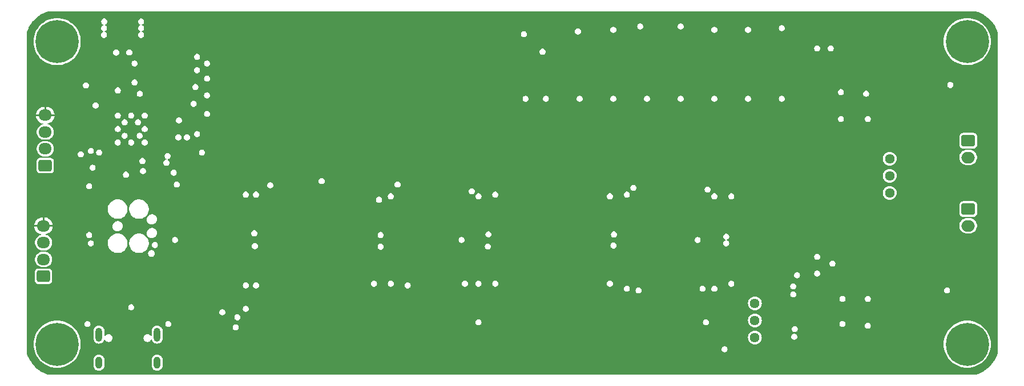
<source format=gbr>
%TF.GenerationSoftware,KiCad,Pcbnew,7.0.9*%
%TF.CreationDate,2024-04-08T22:34:53+02:00*%
%TF.ProjectId,ElectronicBLETarget,456c6563-7472-46f6-9e69-63424c455461,rev?*%
%TF.SameCoordinates,PX29f6300PY5a995c0*%
%TF.FileFunction,Copper,L3,Inr*%
%TF.FilePolarity,Positive*%
%FSLAX46Y46*%
G04 Gerber Fmt 4.6, Leading zero omitted, Abs format (unit mm)*
G04 Created by KiCad (PCBNEW 7.0.9) date 2024-04-08 22:34:53*
%MOMM*%
%LPD*%
G01*
G04 APERTURE LIST*
G04 Aperture macros list*
%AMRoundRect*
0 Rectangle with rounded corners*
0 $1 Rounding radius*
0 $2 $3 $4 $5 $6 $7 $8 $9 X,Y pos of 4 corners*
0 Add a 4 corners polygon primitive as box body*
4,1,4,$2,$3,$4,$5,$6,$7,$8,$9,$2,$3,0*
0 Add four circle primitives for the rounded corners*
1,1,$1+$1,$2,$3*
1,1,$1+$1,$4,$5*
1,1,$1+$1,$6,$7*
1,1,$1+$1,$8,$9*
0 Add four rect primitives between the rounded corners*
20,1,$1+$1,$2,$3,$4,$5,0*
20,1,$1+$1,$4,$5,$6,$7,0*
20,1,$1+$1,$6,$7,$8,$9,0*
20,1,$1+$1,$8,$9,$2,$3,0*%
G04 Aperture macros list end*
%TA.AperFunction,ComponentPad*%
%ADD10C,6.400000*%
%TD*%
%TA.AperFunction,ComponentPad*%
%ADD11O,1.000000X2.100000*%
%TD*%
%TA.AperFunction,ComponentPad*%
%ADD12O,1.000000X1.800000*%
%TD*%
%TA.AperFunction,ComponentPad*%
%ADD13RoundRect,0.250000X0.725000X-0.600000X0.725000X0.600000X-0.725000X0.600000X-0.725000X-0.600000X0*%
%TD*%
%TA.AperFunction,ComponentPad*%
%ADD14O,1.950000X1.700000*%
%TD*%
%TA.AperFunction,ComponentPad*%
%ADD15RoundRect,0.250000X-0.750000X0.600000X-0.750000X-0.600000X0.750000X-0.600000X0.750000X0.600000X0*%
%TD*%
%TA.AperFunction,ComponentPad*%
%ADD16O,2.000000X1.700000*%
%TD*%
%TA.AperFunction,ComponentPad*%
%ADD17C,1.440000*%
%TD*%
%TA.AperFunction,ViaPad*%
%ADD18C,0.700000*%
%TD*%
G04 APERTURE END LIST*
D10*
%TO.N,GND*%
%TO.C,H2*%
X5000000Y5000000D03*
%TD*%
%TO.N,GND*%
%TO.C,H4*%
X140000000Y5000000D03*
%TD*%
D11*
%TO.N,GND*%
%TO.C,J6*%
X11200000Y6425000D03*
D12*
X11200000Y2245000D03*
D11*
X19840000Y6425000D03*
D12*
X19840000Y2245000D03*
%TD*%
D13*
%TO.N,GND*%
%TO.C,J2*%
X3250000Y31560000D03*
D14*
%TO.N,/I2C_SDAC*%
X3250000Y34060000D03*
%TO.N,/I2C_SCLC*%
X3250000Y36560000D03*
%TO.N,+3V3*%
X3250000Y39060000D03*
%TD*%
D10*
%TO.N,GND*%
%TO.C,H1*%
X5000000Y50000000D03*
%TD*%
D15*
%TO.N,GND*%
%TO.C,J7*%
X140150000Y25110000D03*
D16*
%TO.N,Net-(J7-Pin_2)*%
X140150000Y22610000D03*
%TD*%
D15*
%TO.N,GND*%
%TO.C,J5*%
X140150000Y35270000D03*
D16*
%TO.N,+BATT*%
X140150000Y32770000D03*
%TD*%
D17*
%TO.N,Net-(J7-Pin_2)*%
%TO.C,RV2*%
X128500000Y27500000D03*
%TO.N,Net-(U6-ADJ)*%
X128500000Y30040000D03*
%TO.N,Net-(R14-Pad2)*%
X128500000Y32580000D03*
%TD*%
%TO.N,Net-(R1-Pad2)*%
%TO.C,RV1*%
X108500000Y6000000D03*
%TO.N,/SensorArrayGroup1/TrimPotCenterTap*%
X108500000Y8540000D03*
%TO.N,GND*%
X108500000Y11080000D03*
%TD*%
D10*
%TO.N,GND*%
%TO.C,H3*%
X140000000Y50000000D03*
%TD*%
D13*
%TO.N,GND*%
%TO.C,J1*%
X2990000Y15110000D03*
D14*
%TO.N,/USART1_RXC*%
X2990000Y17610000D03*
%TO.N,/USART1_TXC*%
X2990000Y20110000D03*
%TO.N,+3V3*%
X2990000Y22610000D03*
%TD*%
D18*
%TO.N,+3V3*%
X7930000Y24640000D03*
X20250000Y29250000D03*
X8870316Y36999856D03*
X12500000Y22250000D03*
X56800000Y20500000D03*
X7500000Y31500000D03*
X7777882Y36808526D03*
X91800000Y20500000D03*
X16500000Y42750000D03*
X112000000Y5750000D03*
X118250000Y6250000D03*
X14354149Y31276531D03*
X21370000Y34000000D03*
X19000000Y29250000D03*
X30600000Y20500000D03*
X11000000Y36250000D03*
X9672670Y36197503D03*
X18876633Y31280788D03*
X21757469Y38775922D03*
X42750000Y7000000D03*
X12750000Y42750000D03*
X118250000Y7750000D03*
X1270000Y43000000D03*
%TD*%
%TA.AperFunction,Conductor*%
%TO.N,+3V3*%
G36*
X141352042Y54496575D02*
G01*
X141605804Y54416565D01*
X141608803Y54415473D01*
X141828544Y54324453D01*
X141984602Y54259811D01*
X141987529Y54258446D01*
X142348317Y54070632D01*
X142351107Y54069022D01*
X142383814Y54048185D01*
X142694161Y53850472D01*
X142696802Y53848623D01*
X143019506Y53601004D01*
X143021964Y53598941D01*
X143321864Y53324133D01*
X143324132Y53321865D01*
X143586371Y53035682D01*
X143598935Y53021971D01*
X143601004Y53019505D01*
X143834224Y52715567D01*
X143848619Y52696807D01*
X143850471Y52694162D01*
X144069017Y52351114D01*
X144070631Y52348318D01*
X144258445Y51987530D01*
X144259810Y51984603D01*
X144415467Y51608816D01*
X144416571Y51605781D01*
X144496575Y51352043D01*
X144500000Y51329791D01*
X144500000Y3670211D01*
X144496575Y3647959D01*
X144416572Y3394220D01*
X144415467Y3391185D01*
X144259810Y3015398D01*
X144258445Y3012471D01*
X144070631Y2651683D01*
X144069017Y2648887D01*
X143850471Y2305839D01*
X143848619Y2303194D01*
X143601011Y1980504D01*
X143598935Y1978030D01*
X143324140Y1678144D01*
X143321856Y1675860D01*
X143021970Y1401065D01*
X143019496Y1398989D01*
X142696806Y1151381D01*
X142694161Y1149529D01*
X142351113Y930983D01*
X142348317Y929369D01*
X141987529Y741555D01*
X141984602Y740190D01*
X141608815Y584533D01*
X141605780Y583429D01*
X141352042Y503425D01*
X141329790Y500000D01*
X3670210Y500000D01*
X3647958Y503425D01*
X3625414Y510533D01*
X3394208Y583432D01*
X3391184Y584533D01*
X3015397Y740190D01*
X3012470Y741555D01*
X2651682Y929369D01*
X2648886Y930983D01*
X2305838Y1149529D01*
X2303193Y1151381D01*
X2053811Y1342738D01*
X1980495Y1398996D01*
X1978029Y1401065D01*
X1875848Y1494697D01*
X1678135Y1675868D01*
X1675867Y1678136D01*
X1401059Y1978036D01*
X1398996Y1980494D01*
X1151377Y2303198D01*
X1149528Y2305839D01*
X930982Y2648887D01*
X929368Y2651683D01*
X741554Y3012471D01*
X740189Y3015398D01*
X632734Y3274816D01*
X584527Y3391197D01*
X583435Y3394196D01*
X503425Y3647959D01*
X500000Y3670211D01*
X500000Y5000000D01*
X1494696Y5000000D01*
X1513898Y4633593D01*
X1513898Y4633592D01*
X1571295Y4271204D01*
X1666255Y3916808D01*
X1797743Y3574268D01*
X1797747Y3574258D01*
X1964312Y3247357D01*
X1964318Y3247348D01*
X2164149Y2939634D01*
X2395051Y2654494D01*
X2654494Y2395051D01*
X2939634Y2164149D01*
X3247348Y1964318D01*
X3247356Y1964313D01*
X3574257Y1797748D01*
X3574262Y1797746D01*
X3574264Y1797745D01*
X3916801Y1666258D01*
X3916803Y1666258D01*
X3916807Y1666256D01*
X4153071Y1602950D01*
X4271206Y1571295D01*
X4633596Y1513898D01*
X5000000Y1494696D01*
X5366404Y1513898D01*
X5728794Y1571295D01*
X6081255Y1665737D01*
X6083192Y1666256D01*
X6083193Y1666257D01*
X6083199Y1666258D01*
X6425736Y1797745D01*
X6430252Y1800046D01*
X10399500Y1800046D01*
X10414632Y1665746D01*
X10414634Y1665737D01*
X10474209Y1495480D01*
X10474702Y1494696D01*
X10570184Y1342738D01*
X10697738Y1215184D01*
X10793712Y1154880D01*
X10850479Y1119210D01*
X11020736Y1059635D01*
X11020745Y1059632D01*
X11200000Y1039435D01*
X11379255Y1059632D01*
X11447481Y1083506D01*
X11549520Y1119210D01*
X11549522Y1119211D01*
X11702262Y1215184D01*
X11829816Y1342738D01*
X11925789Y1495478D01*
X11932235Y1513898D01*
X11985365Y1665737D01*
X11985368Y1665745D01*
X12000500Y1800046D01*
X19039500Y1800046D01*
X19054632Y1665746D01*
X19054634Y1665737D01*
X19114209Y1495480D01*
X19114702Y1494696D01*
X19210184Y1342738D01*
X19337738Y1215184D01*
X19433712Y1154880D01*
X19490479Y1119210D01*
X19660736Y1059635D01*
X19660745Y1059632D01*
X19840000Y1039435D01*
X20019255Y1059632D01*
X20087481Y1083506D01*
X20189520Y1119210D01*
X20189522Y1119211D01*
X20342262Y1215184D01*
X20469816Y1342738D01*
X20565789Y1495478D01*
X20572235Y1513898D01*
X20625365Y1665737D01*
X20625368Y1665745D01*
X20640500Y1800046D01*
X20640500Y2689954D01*
X20625368Y2824255D01*
X20625365Y2824264D01*
X20565790Y2994521D01*
X20517371Y3071579D01*
X20469816Y3147262D01*
X20342262Y3274816D01*
X20303054Y3299453D01*
X20189520Y3370791D01*
X20019263Y3430366D01*
X20019256Y3430368D01*
X20019255Y3430368D01*
X19840000Y3450565D01*
X19660745Y3430368D01*
X19660736Y3430366D01*
X19490479Y3370791D01*
X19337739Y3274817D01*
X19210183Y3147261D01*
X19114209Y2994521D01*
X19054634Y2824264D01*
X19054632Y2824255D01*
X19039500Y2689954D01*
X19039500Y1800046D01*
X12000500Y1800046D01*
X12000500Y2689954D01*
X11985368Y2824255D01*
X11985365Y2824264D01*
X11925790Y2994521D01*
X11877371Y3071579D01*
X11829816Y3147262D01*
X11702262Y3274816D01*
X11663054Y3299453D01*
X11549520Y3370791D01*
X11379263Y3430366D01*
X11379256Y3430368D01*
X11379255Y3430368D01*
X11200000Y3450565D01*
X11020745Y3430368D01*
X11020736Y3430366D01*
X10850479Y3370791D01*
X10697739Y3274817D01*
X10570183Y3147261D01*
X10474209Y2994521D01*
X10414634Y2824264D01*
X10414632Y2824255D01*
X10399500Y2689954D01*
X10399500Y1800046D01*
X6430252Y1800046D01*
X6430260Y1800050D01*
X6752643Y1964313D01*
X6752645Y1964315D01*
X6752652Y1964318D01*
X7060366Y2164149D01*
X7345506Y2395051D01*
X7604949Y2654494D01*
X7835851Y2939634D01*
X8035682Y3247348D01*
X8049679Y3274817D01*
X8202252Y3574258D01*
X8202252Y3574259D01*
X8202255Y3574264D01*
X8333742Y3916801D01*
X8423023Y4250000D01*
X103544867Y4250000D01*
X103563302Y4121777D01*
X103563302Y4121776D01*
X103563303Y4121774D01*
X103617118Y4003937D01*
X103701951Y3906033D01*
X103810931Y3835996D01*
X103935228Y3799500D01*
X104064772Y3799500D01*
X104189069Y3835996D01*
X104298049Y3906033D01*
X104382882Y4003937D01*
X104436697Y4121774D01*
X104455133Y4250000D01*
X104436697Y4378226D01*
X104382882Y4496063D01*
X104298049Y4593967D01*
X104231032Y4637036D01*
X104189068Y4664005D01*
X104064772Y4700500D01*
X103935228Y4700500D01*
X103810931Y4664005D01*
X103701954Y4593969D01*
X103701950Y4593966D01*
X103617119Y4496065D01*
X103563302Y4378224D01*
X103544867Y4250000D01*
X8423023Y4250000D01*
X8428705Y4271206D01*
X8486102Y4633596D01*
X8505304Y5000000D01*
X8486102Y5366404D01*
X8428705Y5728794D01*
X8401574Y5830046D01*
X10399500Y5830046D01*
X10406023Y5772155D01*
X10414632Y5695746D01*
X10414634Y5695737D01*
X10474209Y5525480D01*
X10485559Y5507417D01*
X10570184Y5372738D01*
X10697738Y5245184D01*
X10793712Y5184880D01*
X10850479Y5149210D01*
X11020736Y5089635D01*
X11020745Y5089632D01*
X11200000Y5069435D01*
X11379255Y5089632D01*
X11447481Y5113506D01*
X11549520Y5149210D01*
X11549522Y5149211D01*
X11702262Y5245184D01*
X11829816Y5372738D01*
X11925789Y5525478D01*
X11969813Y5651291D01*
X12001864Y5690470D01*
X12051600Y5699881D01*
X12095750Y5675120D01*
X12108027Y5655169D01*
X12118566Y5629725D01*
X12118567Y5629724D01*
X12212417Y5507417D01*
X12334724Y5413567D01*
X12477154Y5354571D01*
X12591627Y5339500D01*
X12591629Y5339500D01*
X12668371Y5339500D01*
X12668373Y5339500D01*
X12782846Y5354571D01*
X12925276Y5413567D01*
X13047583Y5507417D01*
X13141433Y5629724D01*
X13200429Y5772154D01*
X13220552Y5925000D01*
X17819448Y5925000D01*
X17839570Y5772155D01*
X17898566Y5629725D01*
X17898567Y5629724D01*
X17992417Y5507417D01*
X18114724Y5413567D01*
X18257154Y5354571D01*
X18371627Y5339500D01*
X18371629Y5339500D01*
X18448371Y5339500D01*
X18448373Y5339500D01*
X18562846Y5354571D01*
X18705276Y5413567D01*
X18827583Y5507417D01*
X18921433Y5629724D01*
X18931972Y5655169D01*
X18966167Y5692489D01*
X19016353Y5699097D01*
X19059046Y5671901D01*
X19070186Y5651292D01*
X19114209Y5525480D01*
X19125559Y5507417D01*
X19210184Y5372738D01*
X19337738Y5245184D01*
X19433712Y5184880D01*
X19490479Y5149210D01*
X19660736Y5089635D01*
X19660745Y5089632D01*
X19840000Y5069435D01*
X20019255Y5089632D01*
X20087481Y5113506D01*
X20189520Y5149210D01*
X20189522Y5149211D01*
X20342262Y5245184D01*
X20469816Y5372738D01*
X20565789Y5525478D01*
X20565791Y5525482D01*
X20611170Y5655169D01*
X20625368Y5695745D01*
X20640500Y5830046D01*
X20640500Y6000000D01*
X107474562Y6000000D01*
X107494266Y5799946D01*
X107502697Y5772154D01*
X107552619Y5607582D01*
X107552620Y5607579D01*
X107552621Y5607578D01*
X107647374Y5430305D01*
X107647384Y5430290D01*
X107774900Y5274913D01*
X107774906Y5274906D01*
X107774911Y5274902D01*
X107774912Y5274901D01*
X107930289Y5147385D01*
X107930292Y5147383D01*
X107930297Y5147379D01*
X108107582Y5052619D01*
X108299947Y4994266D01*
X108500000Y4974562D01*
X108700053Y4994266D01*
X108718956Y5000000D01*
X136494696Y5000000D01*
X136513898Y4633593D01*
X136513898Y4633592D01*
X136571295Y4271204D01*
X136666255Y3916808D01*
X136797743Y3574268D01*
X136797747Y3574258D01*
X136964312Y3247357D01*
X136964318Y3247348D01*
X137164149Y2939634D01*
X137395051Y2654494D01*
X137654494Y2395051D01*
X137939634Y2164149D01*
X138247348Y1964318D01*
X138247356Y1964313D01*
X138574257Y1797748D01*
X138574262Y1797746D01*
X138574264Y1797745D01*
X138916801Y1666258D01*
X138916803Y1666258D01*
X138916807Y1666256D01*
X139153071Y1602950D01*
X139271206Y1571295D01*
X139633596Y1513898D01*
X140000000Y1494696D01*
X140366404Y1513898D01*
X140728794Y1571295D01*
X141081255Y1665737D01*
X141083192Y1666256D01*
X141083193Y1666257D01*
X141083199Y1666258D01*
X141425736Y1797745D01*
X141430260Y1800050D01*
X141752643Y1964313D01*
X141752645Y1964315D01*
X141752652Y1964318D01*
X142060366Y2164149D01*
X142345506Y2395051D01*
X142604949Y2654494D01*
X142835851Y2939634D01*
X143035682Y3247348D01*
X143049679Y3274817D01*
X143202252Y3574258D01*
X143202252Y3574259D01*
X143202255Y3574264D01*
X143333742Y3916801D01*
X143428705Y4271206D01*
X143486102Y4633596D01*
X143505304Y5000000D01*
X143486102Y5366404D01*
X143428705Y5728794D01*
X143363096Y5973648D01*
X143333744Y6083193D01*
X143284480Y6211530D01*
X143202255Y6425736D01*
X143202254Y6425738D01*
X143202252Y6425743D01*
X143035687Y6752644D01*
X143035682Y6752652D01*
X142835851Y7060366D01*
X142604949Y7345506D01*
X142345506Y7604949D01*
X142060366Y7835851D01*
X141752652Y8035682D01*
X141752653Y8035682D01*
X141752643Y8035688D01*
X141425742Y8202253D01*
X141425732Y8202257D01*
X141083192Y8333745D01*
X140728796Y8428705D01*
X140366408Y8486102D01*
X140000000Y8505304D01*
X139633592Y8486102D01*
X139633591Y8486102D01*
X139271203Y8428705D01*
X138916807Y8333745D01*
X138574267Y8202257D01*
X138574257Y8202253D01*
X138247356Y8035688D01*
X137939632Y7835850D01*
X137654491Y7604947D01*
X137395053Y7345509D01*
X137164150Y7060368D01*
X136964312Y6752644D01*
X136797747Y6425743D01*
X136797743Y6425733D01*
X136666255Y6083193D01*
X136571295Y5728797D01*
X136513898Y5366409D01*
X136513898Y5366408D01*
X136494696Y5000000D01*
X108718956Y5000000D01*
X108892418Y5052619D01*
X109069703Y5147379D01*
X109225094Y5274906D01*
X109352621Y5430297D01*
X109447381Y5607582D01*
X109505734Y5799947D01*
X109525438Y6000000D01*
X109515404Y6101874D01*
X113896668Y6101874D01*
X113915103Y5973651D01*
X113915103Y5973650D01*
X113915104Y5973648D01*
X113968919Y5855811D01*
X114053752Y5757907D01*
X114162732Y5687870D01*
X114287029Y5651374D01*
X114416573Y5651374D01*
X114540870Y5687870D01*
X114649850Y5757907D01*
X114734683Y5855811D01*
X114788498Y5973648D01*
X114806934Y6101874D01*
X114788498Y6230100D01*
X114734683Y6347937D01*
X114649850Y6445841D01*
X114572688Y6495430D01*
X114540869Y6515879D01*
X114416573Y6552374D01*
X114287029Y6552374D01*
X114162732Y6515879D01*
X114053755Y6445843D01*
X114053751Y6445840D01*
X113968920Y6347939D01*
X113915103Y6230098D01*
X113896668Y6101874D01*
X109515404Y6101874D01*
X109505734Y6200053D01*
X109447381Y6392418D01*
X109381390Y6515879D01*
X109352625Y6569696D01*
X109352623Y6569698D01*
X109352621Y6569703D01*
X109352617Y6569708D01*
X109352615Y6569711D01*
X109225099Y6725088D01*
X109225098Y6725089D01*
X109225094Y6725094D01*
X109225087Y6725100D01*
X109069710Y6852616D01*
X109069705Y6852620D01*
X109069703Y6852621D01*
X109069700Y6852623D01*
X109069695Y6852626D01*
X108892422Y6947379D01*
X108892421Y6947380D01*
X108892418Y6947381D01*
X108753591Y6989494D01*
X108700054Y7005734D01*
X108500000Y7025438D01*
X108299945Y7005734D01*
X108192870Y6973253D01*
X108107582Y6947381D01*
X108107579Y6947380D01*
X108107577Y6947379D01*
X107930304Y6852626D01*
X107930289Y6852616D01*
X107774912Y6725100D01*
X107774900Y6725088D01*
X107647384Y6569711D01*
X107647374Y6569696D01*
X107552621Y6392423D01*
X107494266Y6200055D01*
X107474562Y6000000D01*
X20640500Y6000000D01*
X20640500Y7019954D01*
X20625368Y7154255D01*
X20624745Y7156035D01*
X20565790Y7324521D01*
X20514571Y7406035D01*
X20469816Y7477262D01*
X20447078Y7500000D01*
X31044867Y7500000D01*
X31063302Y7371777D01*
X31063302Y7371776D01*
X31063303Y7371774D01*
X31117118Y7253937D01*
X31201951Y7156033D01*
X31310931Y7085996D01*
X31435228Y7049500D01*
X31564772Y7049500D01*
X31689069Y7085996D01*
X31798049Y7156033D01*
X31879471Y7250000D01*
X113944867Y7250000D01*
X113963302Y7121777D01*
X113963302Y7121776D01*
X113963303Y7121774D01*
X114017118Y7003937D01*
X114101951Y6906033D01*
X114210931Y6835996D01*
X114335228Y6799500D01*
X114464772Y6799500D01*
X114589069Y6835996D01*
X114698049Y6906033D01*
X114782882Y7003937D01*
X114836697Y7121774D01*
X114855133Y7250000D01*
X114836697Y7378226D01*
X114782882Y7496063D01*
X114698049Y7593967D01*
X114601474Y7656032D01*
X114589068Y7664005D01*
X114464772Y7700500D01*
X114335228Y7700500D01*
X114210931Y7664005D01*
X114101954Y7593969D01*
X114101950Y7593966D01*
X114017119Y7496065D01*
X113963302Y7378224D01*
X113944867Y7250000D01*
X31879471Y7250000D01*
X31882882Y7253937D01*
X31936697Y7371774D01*
X31955133Y7500000D01*
X31936697Y7628226D01*
X31882882Y7746063D01*
X31798049Y7843967D01*
X31701474Y7906032D01*
X31689068Y7914005D01*
X31564772Y7950500D01*
X31435228Y7950500D01*
X31310931Y7914005D01*
X31201954Y7843969D01*
X31201950Y7843966D01*
X31117119Y7746065D01*
X31063302Y7628224D01*
X31044867Y7500000D01*
X20447078Y7500000D01*
X20342262Y7604816D01*
X20303054Y7629453D01*
X20189520Y7700791D01*
X20019263Y7760366D01*
X20019256Y7760368D01*
X20019255Y7760368D01*
X19840000Y7780565D01*
X19660745Y7760368D01*
X19660736Y7760366D01*
X19490479Y7700791D01*
X19337739Y7604817D01*
X19210183Y7477261D01*
X19114209Y7324521D01*
X19054634Y7154264D01*
X19054632Y7154255D01*
X19044054Y7060366D01*
X19039500Y7019951D01*
X19039500Y6284406D01*
X19022187Y6236840D01*
X18978350Y6211530D01*
X18928500Y6220320D01*
X18906792Y6239357D01*
X18872224Y6284406D01*
X18827583Y6342583D01*
X18733732Y6414598D01*
X18705275Y6436434D01*
X18562845Y6495430D01*
X18475006Y6506994D01*
X18448373Y6510500D01*
X18371627Y6510500D01*
X18347769Y6507359D01*
X18257154Y6495430D01*
X18114724Y6436434D01*
X17992417Y6342583D01*
X17898566Y6220276D01*
X17839570Y6077846D01*
X17819448Y5925000D01*
X13220552Y5925000D01*
X13200429Y6077846D01*
X13141433Y6220276D01*
X13047583Y6342583D01*
X12953732Y6414598D01*
X12925275Y6436434D01*
X12782845Y6495430D01*
X12695006Y6506994D01*
X12668373Y6510500D01*
X12591627Y6510500D01*
X12567769Y6507359D01*
X12477154Y6495430D01*
X12334724Y6436434D01*
X12212417Y6342583D01*
X12133208Y6239357D01*
X12090516Y6212160D01*
X12040330Y6218768D01*
X12006133Y6256088D01*
X12000500Y6284406D01*
X12000500Y7019951D01*
X11997171Y7049500D01*
X11985368Y7154255D01*
X11984745Y7156035D01*
X11925790Y7324521D01*
X11874571Y7406035D01*
X11829816Y7477262D01*
X11702262Y7604816D01*
X11663054Y7629453D01*
X11549520Y7700791D01*
X11379263Y7760366D01*
X11379256Y7760368D01*
X11379255Y7760368D01*
X11200000Y7780565D01*
X11020745Y7760368D01*
X11020736Y7760366D01*
X10850479Y7700791D01*
X10697739Y7604817D01*
X10570183Y7477261D01*
X10474209Y7324521D01*
X10414634Y7154264D01*
X10414632Y7154255D01*
X10399500Y7019954D01*
X10399500Y5830046D01*
X8401574Y5830046D01*
X8363096Y5973648D01*
X8333744Y6083193D01*
X8284480Y6211530D01*
X8202255Y6425736D01*
X8202254Y6425738D01*
X8202252Y6425743D01*
X8035687Y6752644D01*
X8035682Y6752652D01*
X7835851Y7060366D01*
X7604949Y7345506D01*
X7345506Y7604949D01*
X7060366Y7835851D01*
X6807598Y8000000D01*
X9044867Y8000000D01*
X9063302Y7871777D01*
X9063302Y7871776D01*
X9063303Y7871774D01*
X9117118Y7753937D01*
X9201951Y7656033D01*
X9310931Y7585996D01*
X9435228Y7549500D01*
X9564772Y7549500D01*
X9689069Y7585996D01*
X9798049Y7656033D01*
X9882882Y7753937D01*
X9936697Y7871774D01*
X9955133Y8000000D01*
X21044867Y8000000D01*
X21063302Y7871777D01*
X21063302Y7871776D01*
X21063303Y7871774D01*
X21117118Y7753937D01*
X21201951Y7656033D01*
X21310931Y7585996D01*
X21435228Y7549500D01*
X21564772Y7549500D01*
X21689069Y7585996D01*
X21798049Y7656033D01*
X21882882Y7753937D01*
X21936697Y7871774D01*
X21955133Y8000000D01*
X21936697Y8128226D01*
X21882882Y8246063D01*
X21879471Y8250000D01*
X67044867Y8250000D01*
X67063302Y8121777D01*
X67063302Y8121776D01*
X67063303Y8121774D01*
X67117118Y8003937D01*
X67201951Y7906033D01*
X67310931Y7835996D01*
X67435228Y7799500D01*
X67564772Y7799500D01*
X67689069Y7835996D01*
X67798049Y7906033D01*
X67882882Y8003937D01*
X67936697Y8121774D01*
X67955133Y8250000D01*
X100794867Y8250000D01*
X100813302Y8121777D01*
X100813302Y8121776D01*
X100813303Y8121774D01*
X100867118Y8003937D01*
X100951951Y7906033D01*
X101060931Y7835996D01*
X101185228Y7799500D01*
X101314772Y7799500D01*
X101439069Y7835996D01*
X101548049Y7906033D01*
X101632882Y8003937D01*
X101686697Y8121774D01*
X101705133Y8250000D01*
X101686697Y8378226D01*
X101632882Y8496063D01*
X101594811Y8540000D01*
X107474562Y8540000D01*
X107494266Y8339947D01*
X107552619Y8147582D01*
X107552620Y8147579D01*
X107552621Y8147578D01*
X107647374Y7970305D01*
X107647384Y7970290D01*
X107774900Y7814913D01*
X107774906Y7814906D01*
X107774911Y7814902D01*
X107774912Y7814901D01*
X107930289Y7687385D01*
X107930292Y7687383D01*
X107930297Y7687379D01*
X107930302Y7687377D01*
X107930304Y7687375D01*
X108008500Y7645579D01*
X108107582Y7592619D01*
X108299947Y7534266D01*
X108500000Y7514562D01*
X108700053Y7534266D01*
X108892418Y7592619D01*
X109069703Y7687379D01*
X109225094Y7814906D01*
X109352621Y7970297D01*
X109368497Y8000000D01*
X121044867Y8000000D01*
X121063302Y7871777D01*
X121063302Y7871776D01*
X121063303Y7871774D01*
X121117118Y7753937D01*
X121201951Y7656033D01*
X121310931Y7585996D01*
X121435228Y7549500D01*
X121564772Y7549500D01*
X121689069Y7585996D01*
X121798049Y7656033D01*
X121879471Y7750000D01*
X124794867Y7750000D01*
X124813302Y7621777D01*
X124813302Y7621776D01*
X124813303Y7621774D01*
X124867118Y7503937D01*
X124951951Y7406033D01*
X125060931Y7335996D01*
X125185228Y7299500D01*
X125314772Y7299500D01*
X125439069Y7335996D01*
X125548049Y7406033D01*
X125632882Y7503937D01*
X125686697Y7621774D01*
X125705133Y7750000D01*
X125686697Y7878226D01*
X125632882Y7996063D01*
X125548049Y8093967D01*
X125481032Y8137036D01*
X125439068Y8164005D01*
X125314772Y8200500D01*
X125185228Y8200500D01*
X125060931Y8164005D01*
X124951954Y8093969D01*
X124951950Y8093966D01*
X124867119Y7996065D01*
X124813302Y7878224D01*
X124794867Y7750000D01*
X121879471Y7750000D01*
X121882882Y7753937D01*
X121936697Y7871774D01*
X121955133Y8000000D01*
X121936697Y8128226D01*
X121882882Y8246063D01*
X121798049Y8343967D01*
X121731032Y8387036D01*
X121689068Y8414005D01*
X121564772Y8450500D01*
X121435228Y8450500D01*
X121310931Y8414005D01*
X121201954Y8343969D01*
X121201950Y8343966D01*
X121117119Y8246065D01*
X121063302Y8128224D01*
X121044867Y8000000D01*
X109368497Y8000000D01*
X109447381Y8147582D01*
X109505734Y8339947D01*
X109525438Y8540000D01*
X109505734Y8740053D01*
X109447381Y8932418D01*
X109352621Y9109703D01*
X109352617Y9109708D01*
X109352615Y9109711D01*
X109225099Y9265088D01*
X109225098Y9265089D01*
X109225094Y9265094D01*
X109225087Y9265100D01*
X109069710Y9392616D01*
X109069705Y9392620D01*
X109069703Y9392621D01*
X109069700Y9392623D01*
X109069695Y9392626D01*
X108892422Y9487379D01*
X108892421Y9487380D01*
X108892418Y9487381D01*
X108753591Y9529494D01*
X108700054Y9545734D01*
X108500000Y9565438D01*
X108299945Y9545734D01*
X108192870Y9513253D01*
X108107582Y9487381D01*
X108107579Y9487380D01*
X108107577Y9487379D01*
X107930304Y9392626D01*
X107930289Y9392616D01*
X107774912Y9265100D01*
X107774900Y9265088D01*
X107647384Y9109711D01*
X107647374Y9109696D01*
X107552621Y8932423D01*
X107494266Y8740055D01*
X107485990Y8656032D01*
X107474562Y8540000D01*
X101594811Y8540000D01*
X101548049Y8593967D01*
X101451474Y8656032D01*
X101439068Y8664005D01*
X101314772Y8700500D01*
X101185228Y8700500D01*
X101060931Y8664005D01*
X100951954Y8593969D01*
X100951950Y8593966D01*
X100867119Y8496065D01*
X100813302Y8378224D01*
X100794867Y8250000D01*
X67955133Y8250000D01*
X67936697Y8378226D01*
X67882882Y8496063D01*
X67798049Y8593967D01*
X67701474Y8656032D01*
X67689068Y8664005D01*
X67564772Y8700500D01*
X67435228Y8700500D01*
X67310931Y8664005D01*
X67201954Y8593969D01*
X67201950Y8593966D01*
X67117119Y8496065D01*
X67063302Y8378224D01*
X67044867Y8250000D01*
X21879471Y8250000D01*
X21798049Y8343967D01*
X21731032Y8387036D01*
X21689068Y8414005D01*
X21564772Y8450500D01*
X21435228Y8450500D01*
X21310931Y8414005D01*
X21201954Y8343969D01*
X21201950Y8343966D01*
X21117119Y8246065D01*
X21063302Y8128224D01*
X21044867Y8000000D01*
X9955133Y8000000D01*
X9936697Y8128226D01*
X9882882Y8246063D01*
X9798049Y8343967D01*
X9731032Y8387036D01*
X9689068Y8414005D01*
X9564772Y8450500D01*
X9435228Y8450500D01*
X9310931Y8414005D01*
X9201954Y8343969D01*
X9201950Y8343966D01*
X9117119Y8246065D01*
X9063302Y8128224D01*
X9044867Y8000000D01*
X6807598Y8000000D01*
X6752652Y8035682D01*
X6752653Y8035682D01*
X6752643Y8035688D01*
X6425742Y8202253D01*
X6425732Y8202257D01*
X6083192Y8333745D01*
X5728796Y8428705D01*
X5366408Y8486102D01*
X5000000Y8505304D01*
X4633592Y8486102D01*
X4633591Y8486102D01*
X4271203Y8428705D01*
X3916807Y8333745D01*
X3574267Y8202257D01*
X3574257Y8202253D01*
X3247356Y8035688D01*
X2939632Y7835850D01*
X2654491Y7604947D01*
X2395053Y7345509D01*
X2164150Y7060368D01*
X1964312Y6752644D01*
X1797747Y6425743D01*
X1797743Y6425733D01*
X1666255Y6083193D01*
X1571295Y5728797D01*
X1513898Y5366409D01*
X1513898Y5366408D01*
X1494696Y5000000D01*
X500000Y5000000D01*
X500000Y9000000D01*
X31294867Y9000000D01*
X31313302Y8871777D01*
X31313302Y8871776D01*
X31313303Y8871774D01*
X31367118Y8753937D01*
X31451951Y8656033D01*
X31560931Y8585996D01*
X31685228Y8549500D01*
X31814772Y8549500D01*
X31939069Y8585996D01*
X32048049Y8656033D01*
X32132882Y8753937D01*
X32186697Y8871774D01*
X32205133Y9000000D01*
X32186697Y9128226D01*
X32132882Y9246063D01*
X32048049Y9343967D01*
X31981032Y9387036D01*
X31939068Y9414005D01*
X31814772Y9450500D01*
X31685228Y9450500D01*
X31560931Y9414005D01*
X31451954Y9343969D01*
X31451950Y9343966D01*
X31367119Y9246065D01*
X31313302Y9128224D01*
X31294867Y9000000D01*
X500000Y9000000D01*
X500000Y9750000D01*
X29044867Y9750000D01*
X29063302Y9621777D01*
X29063302Y9621776D01*
X29063303Y9621774D01*
X29117118Y9503937D01*
X29201951Y9406033D01*
X29310931Y9335996D01*
X29435228Y9299500D01*
X29564772Y9299500D01*
X29689069Y9335996D01*
X29798049Y9406033D01*
X29882882Y9503937D01*
X29936697Y9621774D01*
X29955133Y9750000D01*
X29936697Y9878226D01*
X29882882Y9996063D01*
X29798049Y10093967D01*
X29701474Y10156032D01*
X29689068Y10164005D01*
X29564772Y10200500D01*
X29435228Y10200500D01*
X29310931Y10164005D01*
X29201954Y10093969D01*
X29201950Y10093966D01*
X29117119Y9996065D01*
X29063302Y9878224D01*
X29044867Y9750000D01*
X500000Y9750000D01*
X500000Y10500000D01*
X15544867Y10500000D01*
X15563302Y10371777D01*
X15563302Y10371776D01*
X15563303Y10371774D01*
X15617118Y10253937D01*
X15701951Y10156033D01*
X15810931Y10085996D01*
X15935228Y10049500D01*
X16064772Y10049500D01*
X16189069Y10085996D01*
X16298049Y10156033D01*
X16379471Y10250000D01*
X32544867Y10250000D01*
X32563302Y10121777D01*
X32563302Y10121776D01*
X32563303Y10121774D01*
X32617118Y10003937D01*
X32701951Y9906033D01*
X32810931Y9835996D01*
X32935228Y9799500D01*
X33064772Y9799500D01*
X33189069Y9835996D01*
X33298049Y9906033D01*
X33382882Y10003937D01*
X33436697Y10121774D01*
X33455133Y10250000D01*
X33436697Y10378226D01*
X33382882Y10496063D01*
X33298049Y10593967D01*
X33231032Y10637036D01*
X33189068Y10664005D01*
X33064772Y10700500D01*
X32935228Y10700500D01*
X32810931Y10664005D01*
X32701954Y10593969D01*
X32701950Y10593966D01*
X32617119Y10496065D01*
X32563302Y10378224D01*
X32544867Y10250000D01*
X16379471Y10250000D01*
X16382882Y10253937D01*
X16436697Y10371774D01*
X16455133Y10500000D01*
X16436697Y10628226D01*
X16382882Y10746063D01*
X16298049Y10843967D01*
X16231032Y10887036D01*
X16189068Y10914005D01*
X16064772Y10950500D01*
X15935228Y10950500D01*
X15810931Y10914005D01*
X15701954Y10843969D01*
X15701950Y10843966D01*
X15617119Y10746065D01*
X15563302Y10628224D01*
X15544867Y10500000D01*
X500000Y10500000D01*
X500000Y11080000D01*
X107474562Y11080000D01*
X107494266Y10879947D01*
X107552619Y10687582D01*
X107552620Y10687579D01*
X107552621Y10687578D01*
X107647374Y10510305D01*
X107647384Y10510290D01*
X107774900Y10354913D01*
X107774906Y10354906D01*
X107774911Y10354902D01*
X107774912Y10354901D01*
X107930289Y10227385D01*
X107930292Y10227383D01*
X107930297Y10227379D01*
X107930302Y10227377D01*
X107930304Y10227375D01*
X108008500Y10185579D01*
X108107582Y10132619D01*
X108299947Y10074266D01*
X108500000Y10054562D01*
X108700053Y10074266D01*
X108892418Y10132619D01*
X109069703Y10227379D01*
X109225094Y10354906D01*
X109352621Y10510297D01*
X109447381Y10687582D01*
X109505734Y10879947D01*
X109525438Y11080000D01*
X109505734Y11280053D01*
X109447381Y11472418D01*
X109352621Y11649703D01*
X109352617Y11649708D01*
X109352615Y11649711D01*
X109270309Y11750000D01*
X121044867Y11750000D01*
X121063302Y11621777D01*
X121063302Y11621776D01*
X121063303Y11621774D01*
X121117118Y11503937D01*
X121201951Y11406033D01*
X121310931Y11335996D01*
X121435228Y11299500D01*
X121564772Y11299500D01*
X121689069Y11335996D01*
X121798049Y11406033D01*
X121882882Y11503937D01*
X121936697Y11621774D01*
X121955133Y11750000D01*
X124794867Y11750000D01*
X124813302Y11621777D01*
X124813302Y11621776D01*
X124813303Y11621774D01*
X124867118Y11503937D01*
X124951951Y11406033D01*
X125060931Y11335996D01*
X125185228Y11299500D01*
X125314772Y11299500D01*
X125439069Y11335996D01*
X125548049Y11406033D01*
X125632882Y11503937D01*
X125686697Y11621774D01*
X125705133Y11750000D01*
X125686697Y11878226D01*
X125632882Y11996063D01*
X125548049Y12093967D01*
X125481032Y12137036D01*
X125439068Y12164005D01*
X125314772Y12200500D01*
X125185228Y12200500D01*
X125060931Y12164005D01*
X124951954Y12093969D01*
X124951950Y12093966D01*
X124867119Y11996065D01*
X124813302Y11878224D01*
X124794867Y11750000D01*
X121955133Y11750000D01*
X121936697Y11878226D01*
X121882882Y11996063D01*
X121798049Y12093967D01*
X121731032Y12137036D01*
X121689068Y12164005D01*
X121564772Y12200500D01*
X121435228Y12200500D01*
X121310931Y12164005D01*
X121201954Y12093969D01*
X121201950Y12093966D01*
X121117119Y11996065D01*
X121063302Y11878224D01*
X121044867Y11750000D01*
X109270309Y11750000D01*
X109225099Y11805088D01*
X109225098Y11805089D01*
X109225094Y11805094D01*
X109225087Y11805100D01*
X109069710Y11932616D01*
X109069705Y11932620D01*
X109069703Y11932621D01*
X109069700Y11932623D01*
X109069695Y11932626D01*
X108892422Y12027379D01*
X108892421Y12027380D01*
X108892418Y12027381D01*
X108753591Y12069494D01*
X108700054Y12085734D01*
X108500000Y12105438D01*
X108299945Y12085734D01*
X108202042Y12056035D01*
X108107582Y12027381D01*
X108107579Y12027380D01*
X108107577Y12027379D01*
X107930304Y11932626D01*
X107930289Y11932616D01*
X107774912Y11805100D01*
X107774900Y11805088D01*
X107647384Y11649711D01*
X107647374Y11649696D01*
X107552621Y11472423D01*
X107552620Y11472421D01*
X107552619Y11472418D01*
X107532481Y11406032D01*
X107494266Y11280055D01*
X107494266Y11280053D01*
X107474562Y11080000D01*
X500000Y11080000D01*
X500000Y12400000D01*
X113744867Y12400000D01*
X113763302Y12271777D01*
X113763302Y12271776D01*
X113763303Y12271774D01*
X113817118Y12153937D01*
X113901951Y12056033D01*
X114010931Y11985996D01*
X114135228Y11949500D01*
X114264772Y11949500D01*
X114389069Y11985996D01*
X114498049Y12056033D01*
X114582882Y12153937D01*
X114636697Y12271774D01*
X114655133Y12400000D01*
X114636697Y12528226D01*
X114582882Y12646063D01*
X114498049Y12743967D01*
X114411638Y12799500D01*
X114389068Y12814005D01*
X114264772Y12850500D01*
X114135228Y12850500D01*
X114010931Y12814005D01*
X113901954Y12743969D01*
X113901950Y12743966D01*
X113817119Y12646065D01*
X113763302Y12528224D01*
X113744867Y12400000D01*
X500000Y12400000D01*
X500000Y13250000D01*
X89044867Y13250000D01*
X89063302Y13121777D01*
X89063302Y13121776D01*
X89063303Y13121774D01*
X89117118Y13003937D01*
X89201951Y12906033D01*
X89310931Y12835996D01*
X89435228Y12799500D01*
X89564772Y12799500D01*
X89689069Y12835996D01*
X89798049Y12906033D01*
X89879471Y13000000D01*
X90794867Y13000000D01*
X90813302Y12871777D01*
X90813302Y12871776D01*
X90813303Y12871774D01*
X90867118Y12753937D01*
X90951951Y12656033D01*
X91060931Y12585996D01*
X91185228Y12549500D01*
X91314772Y12549500D01*
X91439069Y12585996D01*
X91548049Y12656033D01*
X91632882Y12753937D01*
X91686697Y12871774D01*
X91705133Y13000000D01*
X91686697Y13128226D01*
X91632882Y13246063D01*
X91629471Y13250000D01*
X100294867Y13250000D01*
X100313302Y13121777D01*
X100313302Y13121776D01*
X100313303Y13121774D01*
X100367118Y13003937D01*
X100451951Y12906033D01*
X100560931Y12835996D01*
X100685228Y12799500D01*
X100814772Y12799500D01*
X100939069Y12835996D01*
X101048049Y12906033D01*
X101132882Y13003937D01*
X101186697Y13121774D01*
X101205133Y13250000D01*
X102044867Y13250000D01*
X102063302Y13121777D01*
X102063302Y13121776D01*
X102063303Y13121774D01*
X102117118Y13003937D01*
X102201951Y12906033D01*
X102310931Y12835996D01*
X102435228Y12799500D01*
X102564772Y12799500D01*
X102689069Y12835996D01*
X102798049Y12906033D01*
X102879471Y13000000D01*
X136544867Y13000000D01*
X136563302Y12871777D01*
X136563302Y12871776D01*
X136563303Y12871774D01*
X136617118Y12753937D01*
X136701951Y12656033D01*
X136810931Y12585996D01*
X136935228Y12549500D01*
X137064772Y12549500D01*
X137189069Y12585996D01*
X137298049Y12656033D01*
X137382882Y12753937D01*
X137436697Y12871774D01*
X137455133Y13000000D01*
X137436697Y13128226D01*
X137382882Y13246063D01*
X137298049Y13343967D01*
X137201474Y13406032D01*
X137189068Y13414005D01*
X137064772Y13450500D01*
X136935228Y13450500D01*
X136810931Y13414005D01*
X136701954Y13343969D01*
X136701950Y13343966D01*
X136617119Y13246065D01*
X136563302Y13128224D01*
X136544867Y13000000D01*
X102879471Y13000000D01*
X102882882Y13003937D01*
X102936697Y13121774D01*
X102955133Y13250000D01*
X102936697Y13378226D01*
X102882882Y13496063D01*
X102798049Y13593967D01*
X102701474Y13656032D01*
X102689068Y13664005D01*
X102564772Y13700500D01*
X102435228Y13700500D01*
X102310931Y13664005D01*
X102201954Y13593969D01*
X102201950Y13593966D01*
X102117119Y13496065D01*
X102117118Y13496064D01*
X102117118Y13496063D01*
X102096310Y13450500D01*
X102063302Y13378224D01*
X102044867Y13250000D01*
X101205133Y13250000D01*
X101186697Y13378226D01*
X101132882Y13496063D01*
X101048049Y13593967D01*
X100951474Y13656032D01*
X100939068Y13664005D01*
X100814772Y13700500D01*
X100685228Y13700500D01*
X100560931Y13664005D01*
X100451954Y13593969D01*
X100451950Y13593966D01*
X100367119Y13496065D01*
X100367118Y13496064D01*
X100367118Y13496063D01*
X100346310Y13450500D01*
X100313302Y13378224D01*
X100294867Y13250000D01*
X91629471Y13250000D01*
X91548049Y13343967D01*
X91451474Y13406032D01*
X91439068Y13414005D01*
X91314772Y13450500D01*
X91185228Y13450500D01*
X91060931Y13414005D01*
X90951954Y13343969D01*
X90951950Y13343966D01*
X90867119Y13246065D01*
X90813302Y13128224D01*
X90794867Y13000000D01*
X89879471Y13000000D01*
X89882882Y13003937D01*
X89936697Y13121774D01*
X89955133Y13250000D01*
X89936697Y13378226D01*
X89882882Y13496063D01*
X89798049Y13593967D01*
X89701474Y13656032D01*
X89689068Y13664005D01*
X89564772Y13700500D01*
X89435228Y13700500D01*
X89310931Y13664005D01*
X89201954Y13593969D01*
X89201950Y13593966D01*
X89117119Y13496065D01*
X89117118Y13496064D01*
X89117118Y13496063D01*
X89096310Y13450500D01*
X89063302Y13378224D01*
X89044867Y13250000D01*
X500000Y13250000D01*
X500000Y13750000D01*
X32544867Y13750000D01*
X32563302Y13621777D01*
X32563302Y13621776D01*
X32563303Y13621774D01*
X32617118Y13503937D01*
X32701951Y13406033D01*
X32810931Y13335996D01*
X32935228Y13299500D01*
X33064772Y13299500D01*
X33189069Y13335996D01*
X33298049Y13406033D01*
X33382882Y13503937D01*
X33436697Y13621774D01*
X33455133Y13750000D01*
X34044867Y13750000D01*
X34063302Y13621777D01*
X34063302Y13621776D01*
X34063303Y13621774D01*
X34117118Y13503937D01*
X34201951Y13406033D01*
X34310931Y13335996D01*
X34435228Y13299500D01*
X34564772Y13299500D01*
X34689069Y13335996D01*
X34798049Y13406033D01*
X34882882Y13503937D01*
X34936697Y13621774D01*
X34955133Y13750000D01*
X34936697Y13878226D01*
X34882882Y13996063D01*
X34879471Y14000000D01*
X51544867Y14000000D01*
X51563302Y13871777D01*
X51563302Y13871776D01*
X51563303Y13871774D01*
X51617118Y13753937D01*
X51701951Y13656033D01*
X51810931Y13585996D01*
X51935228Y13549500D01*
X52064772Y13549500D01*
X52189069Y13585996D01*
X52298049Y13656033D01*
X52382882Y13753937D01*
X52436697Y13871774D01*
X52455133Y14000000D01*
X54044867Y14000000D01*
X54063302Y13871777D01*
X54063302Y13871776D01*
X54063303Y13871774D01*
X54117118Y13753937D01*
X54201951Y13656033D01*
X54310931Y13585996D01*
X54435228Y13549500D01*
X54564772Y13549500D01*
X54689069Y13585996D01*
X54798049Y13656033D01*
X54879471Y13750000D01*
X56544867Y13750000D01*
X56563302Y13621777D01*
X56563302Y13621776D01*
X56563303Y13621774D01*
X56617118Y13503937D01*
X56701951Y13406033D01*
X56810931Y13335996D01*
X56935228Y13299500D01*
X57064772Y13299500D01*
X57189069Y13335996D01*
X57298049Y13406033D01*
X57382882Y13503937D01*
X57436697Y13621774D01*
X57455133Y13750000D01*
X57436697Y13878226D01*
X57382882Y13996063D01*
X57379471Y14000000D01*
X65044867Y14000000D01*
X65063302Y13871777D01*
X65063302Y13871776D01*
X65063303Y13871774D01*
X65117118Y13753937D01*
X65201951Y13656033D01*
X65310931Y13585996D01*
X65435228Y13549500D01*
X65564772Y13549500D01*
X65689069Y13585996D01*
X65798049Y13656033D01*
X65882882Y13753937D01*
X65936697Y13871774D01*
X65955133Y14000000D01*
X67044867Y14000000D01*
X67063302Y13871777D01*
X67063302Y13871776D01*
X67063303Y13871774D01*
X67117118Y13753937D01*
X67201951Y13656033D01*
X67310931Y13585996D01*
X67435228Y13549500D01*
X67564772Y13549500D01*
X67689069Y13585996D01*
X67798049Y13656033D01*
X67882882Y13753937D01*
X67936697Y13871774D01*
X67955133Y14000000D01*
X69544867Y14000000D01*
X69563302Y13871777D01*
X69563302Y13871776D01*
X69563303Y13871774D01*
X69617118Y13753937D01*
X69701951Y13656033D01*
X69810931Y13585996D01*
X69935228Y13549500D01*
X70064772Y13549500D01*
X70189069Y13585996D01*
X70298049Y13656033D01*
X70382882Y13753937D01*
X70436697Y13871774D01*
X70455133Y14000000D01*
X86544867Y14000000D01*
X86563302Y13871777D01*
X86563302Y13871776D01*
X86563303Y13871774D01*
X86617118Y13753937D01*
X86701951Y13656033D01*
X86810931Y13585996D01*
X86935228Y13549500D01*
X87064772Y13549500D01*
X87189069Y13585996D01*
X87298049Y13656033D01*
X87382882Y13753937D01*
X87436697Y13871774D01*
X87455133Y14000000D01*
X104544867Y14000000D01*
X104563302Y13871777D01*
X104563302Y13871776D01*
X104563303Y13871774D01*
X104617118Y13753937D01*
X104701951Y13656033D01*
X104810931Y13585996D01*
X104935228Y13549500D01*
X105064772Y13549500D01*
X105189069Y13585996D01*
X105210860Y13600000D01*
X113744867Y13600000D01*
X113763302Y13471777D01*
X113763302Y13471776D01*
X113763303Y13471774D01*
X113817118Y13353937D01*
X113901951Y13256033D01*
X114010931Y13185996D01*
X114135228Y13149500D01*
X114264772Y13149500D01*
X114389069Y13185996D01*
X114498049Y13256033D01*
X114582882Y13353937D01*
X114636697Y13471774D01*
X114655133Y13600000D01*
X114636697Y13728226D01*
X114582882Y13846063D01*
X114498049Y13943967D01*
X114410860Y14000000D01*
X114389068Y14014005D01*
X114264772Y14050500D01*
X114135228Y14050500D01*
X114010931Y14014005D01*
X113901954Y13943969D01*
X113901950Y13943966D01*
X113817119Y13846065D01*
X113763302Y13728224D01*
X113744867Y13600000D01*
X105210860Y13600000D01*
X105298049Y13656033D01*
X105382882Y13753937D01*
X105436697Y13871774D01*
X105455133Y14000000D01*
X105436697Y14128226D01*
X105382882Y14246063D01*
X105298049Y14343967D01*
X105231032Y14387036D01*
X105189068Y14414005D01*
X105064772Y14450500D01*
X104935228Y14450500D01*
X104810931Y14414005D01*
X104701954Y14343969D01*
X104701950Y14343966D01*
X104617119Y14246065D01*
X104563302Y14128224D01*
X104544867Y14000000D01*
X87455133Y14000000D01*
X87436697Y14128226D01*
X87382882Y14246063D01*
X87298049Y14343967D01*
X87231032Y14387036D01*
X87189068Y14414005D01*
X87064772Y14450500D01*
X86935228Y14450500D01*
X86810931Y14414005D01*
X86701954Y14343969D01*
X86701950Y14343966D01*
X86617119Y14246065D01*
X86563302Y14128224D01*
X86544867Y14000000D01*
X70455133Y14000000D01*
X70436697Y14128226D01*
X70382882Y14246063D01*
X70298049Y14343967D01*
X70231032Y14387036D01*
X70189068Y14414005D01*
X70064772Y14450500D01*
X69935228Y14450500D01*
X69810931Y14414005D01*
X69701954Y14343969D01*
X69701950Y14343966D01*
X69617119Y14246065D01*
X69563302Y14128224D01*
X69544867Y14000000D01*
X67955133Y14000000D01*
X67936697Y14128226D01*
X67882882Y14246063D01*
X67798049Y14343967D01*
X67731032Y14387036D01*
X67689068Y14414005D01*
X67564772Y14450500D01*
X67435228Y14450500D01*
X67310931Y14414005D01*
X67201954Y14343969D01*
X67201950Y14343966D01*
X67117119Y14246065D01*
X67063302Y14128224D01*
X67044867Y14000000D01*
X65955133Y14000000D01*
X65936697Y14128226D01*
X65882882Y14246063D01*
X65798049Y14343967D01*
X65731032Y14387036D01*
X65689068Y14414005D01*
X65564772Y14450500D01*
X65435228Y14450500D01*
X65310931Y14414005D01*
X65201954Y14343969D01*
X65201950Y14343966D01*
X65117119Y14246065D01*
X65063302Y14128224D01*
X65044867Y14000000D01*
X57379471Y14000000D01*
X57298049Y14093967D01*
X57231032Y14137036D01*
X57189068Y14164005D01*
X57064772Y14200500D01*
X56935228Y14200500D01*
X56810931Y14164005D01*
X56701954Y14093969D01*
X56701950Y14093966D01*
X56617119Y13996065D01*
X56617118Y13996064D01*
X56617118Y13996063D01*
X56600420Y13959500D01*
X56563302Y13878224D01*
X56544867Y13750000D01*
X54879471Y13750000D01*
X54882882Y13753937D01*
X54936697Y13871774D01*
X54955133Y14000000D01*
X54936697Y14128226D01*
X54882882Y14246063D01*
X54798049Y14343967D01*
X54731032Y14387036D01*
X54689068Y14414005D01*
X54564772Y14450500D01*
X54435228Y14450500D01*
X54310931Y14414005D01*
X54201954Y14343969D01*
X54201950Y14343966D01*
X54117119Y14246065D01*
X54063302Y14128224D01*
X54044867Y14000000D01*
X52455133Y14000000D01*
X52436697Y14128226D01*
X52382882Y14246063D01*
X52298049Y14343967D01*
X52231032Y14387036D01*
X52189068Y14414005D01*
X52064772Y14450500D01*
X51935228Y14450500D01*
X51810931Y14414005D01*
X51701954Y14343969D01*
X51701950Y14343966D01*
X51617119Y14246065D01*
X51563302Y14128224D01*
X51544867Y14000000D01*
X34879471Y14000000D01*
X34798049Y14093967D01*
X34731032Y14137036D01*
X34689068Y14164005D01*
X34564772Y14200500D01*
X34435228Y14200500D01*
X34310931Y14164005D01*
X34201954Y14093969D01*
X34201950Y14093966D01*
X34117119Y13996065D01*
X34117118Y13996064D01*
X34117118Y13996063D01*
X34100420Y13959500D01*
X34063302Y13878224D01*
X34044867Y13750000D01*
X33455133Y13750000D01*
X33436697Y13878226D01*
X33382882Y13996063D01*
X33298049Y14093967D01*
X33231032Y14137036D01*
X33189068Y14164005D01*
X33064772Y14200500D01*
X32935228Y14200500D01*
X32810931Y14164005D01*
X32701954Y14093969D01*
X32701950Y14093966D01*
X32617119Y13996065D01*
X32617118Y13996064D01*
X32617118Y13996063D01*
X32600420Y13959500D01*
X32563302Y13878224D01*
X32544867Y13750000D01*
X500000Y13750000D01*
X500000Y14466896D01*
X1714499Y14466896D01*
X1725123Y14378437D01*
X1780638Y14237659D01*
X1863626Y14128224D01*
X1872078Y14117078D01*
X1992658Y14025639D01*
X2133436Y13970123D01*
X2204764Y13961558D01*
X2221896Y13959500D01*
X2221898Y13959500D01*
X3758104Y13959500D01*
X3773722Y13961376D01*
X3846564Y13970123D01*
X3987342Y14025639D01*
X4107922Y14117078D01*
X4199361Y14237658D01*
X4254877Y14378436D01*
X4265500Y14466898D01*
X4265500Y15250000D01*
X114294867Y15250000D01*
X114313302Y15121777D01*
X114313302Y15121776D01*
X114313303Y15121774D01*
X114367118Y15003937D01*
X114451951Y14906033D01*
X114560931Y14835996D01*
X114685228Y14799500D01*
X114814772Y14799500D01*
X114939069Y14835996D01*
X115048049Y14906033D01*
X115132882Y15003937D01*
X115186697Y15121774D01*
X115205133Y15250000D01*
X115186697Y15378226D01*
X115132882Y15496063D01*
X115129471Y15500000D01*
X117294867Y15500000D01*
X117313302Y15371777D01*
X117313302Y15371776D01*
X117313303Y15371774D01*
X117367118Y15253937D01*
X117451951Y15156033D01*
X117560931Y15085996D01*
X117685228Y15049500D01*
X117814772Y15049500D01*
X117939069Y15085996D01*
X118048049Y15156033D01*
X118132882Y15253937D01*
X118186697Y15371774D01*
X118205133Y15500000D01*
X118186697Y15628226D01*
X118132882Y15746063D01*
X118048049Y15843967D01*
X117981032Y15887036D01*
X117939068Y15914005D01*
X117814772Y15950500D01*
X117685228Y15950500D01*
X117560931Y15914005D01*
X117451954Y15843969D01*
X117451950Y15843966D01*
X117367119Y15746065D01*
X117313302Y15628224D01*
X117294867Y15500000D01*
X115129471Y15500000D01*
X115048049Y15593967D01*
X114981032Y15637036D01*
X114939068Y15664005D01*
X114814772Y15700500D01*
X114685228Y15700500D01*
X114560931Y15664005D01*
X114451954Y15593969D01*
X114451950Y15593966D01*
X114367119Y15496065D01*
X114313302Y15378224D01*
X114294867Y15250000D01*
X4265500Y15250000D01*
X4265500Y15753102D01*
X4254877Y15841564D01*
X4199361Y15982342D01*
X4107922Y16102922D01*
X3987342Y16194361D01*
X3987341Y16194362D01*
X3902079Y16227985D01*
X3846564Y16249877D01*
X3817076Y16253418D01*
X3758104Y16260500D01*
X3758102Y16260500D01*
X2221898Y16260500D01*
X2221896Y16260500D01*
X2133436Y16249877D01*
X1992658Y16194362D01*
X1872078Y16102923D01*
X1872077Y16102922D01*
X1780638Y15982342D01*
X1726071Y15843969D01*
X1725123Y15841564D01*
X1714500Y15753102D01*
X1714500Y14466898D01*
X1714500Y14466896D01*
X1714499Y14466896D01*
X500000Y14466896D01*
X500000Y17503387D01*
X1714500Y17503387D01*
X1724387Y17450500D01*
X1753679Y17293802D01*
X1830702Y17094981D01*
X1942948Y16913698D01*
X2086593Y16756128D01*
X2252079Y16631157D01*
X2256741Y16627637D01*
X2256747Y16627633D01*
X2447606Y16532597D01*
X2447608Y16532597D01*
X2447611Y16532595D01*
X2652690Y16474244D01*
X2652696Y16474243D01*
X2741515Y16466014D01*
X2811806Y16459500D01*
X2811808Y16459500D01*
X3168192Y16459500D01*
X3168194Y16459500D01*
X3257019Y16467731D01*
X3327303Y16474243D01*
X3327307Y16474244D01*
X3327310Y16474244D01*
X3532389Y16532595D01*
X3723255Y16627634D01*
X3893407Y16756128D01*
X4037052Y16913698D01*
X4090488Y17000000D01*
X119544867Y17000000D01*
X119563302Y16871777D01*
X119563302Y16871776D01*
X119563303Y16871774D01*
X119617118Y16753937D01*
X119701951Y16656033D01*
X119810931Y16585996D01*
X119935228Y16549500D01*
X120064772Y16549500D01*
X120189069Y16585996D01*
X120298049Y16656033D01*
X120382882Y16753937D01*
X120436697Y16871774D01*
X120455133Y17000000D01*
X120436697Y17128226D01*
X120382882Y17246063D01*
X120298049Y17343967D01*
X120231032Y17387036D01*
X120189068Y17414005D01*
X120064772Y17450500D01*
X119935228Y17450500D01*
X119810931Y17414005D01*
X119701954Y17343969D01*
X119701950Y17343966D01*
X119617119Y17246065D01*
X119563302Y17128224D01*
X119544867Y17000000D01*
X4090488Y17000000D01*
X4149298Y17094981D01*
X4226321Y17293802D01*
X4265500Y17503390D01*
X4265500Y17716610D01*
X4226321Y17926198D01*
X4149298Y18125019D01*
X4037052Y18306302D01*
X3893407Y18463872D01*
X3845566Y18500000D01*
X18494353Y18500000D01*
X18514834Y18357546D01*
X18514834Y18357545D01*
X18514835Y18357543D01*
X18538236Y18306302D01*
X18574623Y18226627D01*
X18668868Y18117861D01*
X18668869Y18117860D01*
X18668872Y18117857D01*
X18789947Y18040047D01*
X18896403Y18008789D01*
X18928035Y17999501D01*
X18928037Y17999500D01*
X18928039Y17999500D01*
X19071963Y17999500D01*
X19071964Y17999501D01*
X19073663Y18000000D01*
X117294867Y18000000D01*
X117313302Y17871777D01*
X117313302Y17871776D01*
X117313303Y17871774D01*
X117367118Y17753937D01*
X117451951Y17656033D01*
X117560931Y17585996D01*
X117685228Y17549500D01*
X117814772Y17549500D01*
X117939069Y17585996D01*
X118048049Y17656033D01*
X118132882Y17753937D01*
X118186697Y17871774D01*
X118205133Y18000000D01*
X118186697Y18128226D01*
X118132882Y18246063D01*
X118048049Y18343967D01*
X117981032Y18387036D01*
X117939068Y18414005D01*
X117814772Y18450500D01*
X117685228Y18450500D01*
X117560931Y18414005D01*
X117451954Y18343969D01*
X117451950Y18343966D01*
X117367119Y18246065D01*
X117313302Y18128224D01*
X117294867Y18000000D01*
X19073663Y18000000D01*
X19210053Y18040047D01*
X19331128Y18117857D01*
X19425377Y18226627D01*
X19485165Y18357543D01*
X19505647Y18500000D01*
X19485165Y18642457D01*
X19425377Y18773373D01*
X19355992Y18853448D01*
X19331131Y18882140D01*
X19331129Y18882141D01*
X19331128Y18882143D01*
X19274182Y18918740D01*
X19210054Y18959953D01*
X19210050Y18959954D01*
X19071964Y19000500D01*
X19071961Y19000500D01*
X18928039Y19000500D01*
X18928036Y19000500D01*
X18789949Y18959954D01*
X18789945Y18959953D01*
X18668875Y18882145D01*
X18668868Y18882140D01*
X18574623Y18773374D01*
X18514834Y18642455D01*
X18494353Y18500000D01*
X3845566Y18500000D01*
X3723255Y18592366D01*
X3723252Y18592368D01*
X3532393Y18687404D01*
X3532383Y18687407D01*
X3327309Y18745757D01*
X3327303Y18745758D01*
X3168200Y18760500D01*
X3168194Y18760500D01*
X2811806Y18760500D01*
X2811799Y18760500D01*
X2652696Y18745758D01*
X2652690Y18745757D01*
X2447616Y18687407D01*
X2447606Y18687404D01*
X2256747Y18592368D01*
X2256741Y18592364D01*
X2086590Y18463870D01*
X1942946Y18306300D01*
X1830705Y18125024D01*
X1830700Y18125014D01*
X1753680Y17926202D01*
X1714500Y17716614D01*
X1714500Y17503387D01*
X500000Y17503387D01*
X500000Y22735000D01*
X1619356Y22735000D01*
X2531650Y22735000D01*
X2515000Y22678295D01*
X2515000Y22541705D01*
X2531650Y22485000D01*
X1620517Y22485000D01*
X1641414Y22330731D01*
X1641416Y22330720D01*
X1710943Y22116737D01*
X1710948Y22116727D01*
X1817568Y21918593D01*
X1817569Y21918591D01*
X1957853Y21742682D01*
X1957856Y21742678D01*
X2127296Y21594644D01*
X2127298Y21594642D01*
X2320453Y21479237D01*
X2531106Y21400178D01*
X2623438Y21383422D01*
X2667149Y21357894D01*
X2684224Y21310242D01*
X2666675Y21262763D01*
X2630476Y21239436D01*
X2447616Y21187407D01*
X2447606Y21187404D01*
X2256747Y21092368D01*
X2256741Y21092364D01*
X2086590Y20963870D01*
X1942946Y20806300D01*
X1830705Y20625024D01*
X1830700Y20625014D01*
X1753680Y20426202D01*
X1714500Y20216614D01*
X1714500Y20003387D01*
X1724387Y19950500D01*
X1753679Y19793802D01*
X1830702Y19594981D01*
X1942948Y19413698D01*
X2086593Y19256128D01*
X2252079Y19131157D01*
X2256741Y19127637D01*
X2256747Y19127633D01*
X2447606Y19032597D01*
X2447608Y19032597D01*
X2447611Y19032595D01*
X2652690Y18974244D01*
X2652696Y18974243D01*
X2741515Y18966014D01*
X2811806Y18959500D01*
X2811808Y18959500D01*
X3168192Y18959500D01*
X3168194Y18959500D01*
X3257019Y18967731D01*
X3327303Y18974243D01*
X3327307Y18974244D01*
X3327310Y18974244D01*
X3532389Y19032595D01*
X3723255Y19127634D01*
X3893407Y19256128D01*
X4037052Y19413698D01*
X4149298Y19594981D01*
X4226321Y19793802D01*
X4264866Y20000000D01*
X9544867Y20000000D01*
X9563302Y19871777D01*
X9563302Y19871776D01*
X9563303Y19871774D01*
X9617118Y19753937D01*
X9701951Y19656033D01*
X9810931Y19585996D01*
X9935228Y19549500D01*
X10064772Y19549500D01*
X10189069Y19585996D01*
X10298049Y19656033D01*
X10382882Y19753937D01*
X10436697Y19871774D01*
X10437882Y19880019D01*
X12532050Y19880019D01*
X12546438Y19793799D01*
X12569427Y19656032D01*
X12571547Y19643331D01*
X12588146Y19594981D01*
X12649462Y19416371D01*
X12712710Y19299500D01*
X12763671Y19205332D01*
X12911058Y19015969D01*
X13087603Y18853448D01*
X13188046Y18787825D01*
X13288491Y18722201D01*
X13508231Y18625814D01*
X13508236Y18625813D01*
X13508240Y18625811D01*
X13740859Y18566904D01*
X13875490Y18555749D01*
X13920114Y18552050D01*
X13920118Y18552050D01*
X14039886Y18552050D01*
X14081895Y18555532D01*
X14219141Y18566904D01*
X14451760Y18625811D01*
X14451765Y18625814D01*
X14451768Y18625814D01*
X14671508Y18722201D01*
X14671510Y18722202D01*
X14872397Y18853448D01*
X15048942Y19015969D01*
X15196329Y19205332D01*
X15310538Y19416372D01*
X15388453Y19643331D01*
X15427950Y19880019D01*
X15707050Y19880019D01*
X15721438Y19793799D01*
X15744427Y19656032D01*
X15746547Y19643331D01*
X15763146Y19594981D01*
X15824462Y19416371D01*
X15887710Y19299500D01*
X15938671Y19205332D01*
X16086058Y19015969D01*
X16262603Y18853448D01*
X16363046Y18787825D01*
X16463491Y18722201D01*
X16683231Y18625814D01*
X16683236Y18625813D01*
X16683240Y18625811D01*
X16915859Y18566904D01*
X17050490Y18555749D01*
X17095114Y18552050D01*
X17095118Y18552050D01*
X17214886Y18552050D01*
X17256895Y18555532D01*
X17394141Y18566904D01*
X17626760Y18625811D01*
X17626765Y18625814D01*
X17626768Y18625814D01*
X17846508Y18722201D01*
X17846510Y18722202D01*
X18047397Y18853448D01*
X18223942Y19015969D01*
X18371329Y19205332D01*
X18485538Y19416372D01*
X18563453Y19643331D01*
X18581253Y19750000D01*
X19044867Y19750000D01*
X19063302Y19621777D01*
X19063302Y19621776D01*
X19063303Y19621774D01*
X19117118Y19503937D01*
X19201951Y19406033D01*
X19310931Y19335996D01*
X19435228Y19299500D01*
X19564772Y19299500D01*
X19689069Y19335996D01*
X19798049Y19406033D01*
X19882882Y19503937D01*
X19917953Y19580731D01*
X33875598Y19580731D01*
X33894033Y19452508D01*
X33894033Y19452507D01*
X33894034Y19452505D01*
X33947849Y19334668D01*
X34032682Y19236764D01*
X34141662Y19166727D01*
X34265959Y19130231D01*
X34395503Y19130231D01*
X34519800Y19166727D01*
X34628780Y19236764D01*
X34713613Y19334668D01*
X34767428Y19452505D01*
X34774257Y19500000D01*
X52544867Y19500000D01*
X52563302Y19371777D01*
X52563302Y19371776D01*
X52563303Y19371774D01*
X52617118Y19253937D01*
X52701951Y19156033D01*
X52810931Y19085996D01*
X52935228Y19049500D01*
X53064772Y19049500D01*
X53189069Y19085996D01*
X53298049Y19156033D01*
X53382882Y19253937D01*
X53436697Y19371774D01*
X53455133Y19500000D01*
X53449788Y19537177D01*
X68452359Y19537177D01*
X68470794Y19408954D01*
X68470794Y19408953D01*
X68470795Y19408951D01*
X68524610Y19291114D01*
X68609443Y19193210D01*
X68718423Y19123173D01*
X68842720Y19086677D01*
X68972264Y19086677D01*
X69096561Y19123173D01*
X69205541Y19193210D01*
X69290374Y19291114D01*
X69344189Y19408951D01*
X69362625Y19537177D01*
X69344189Y19665403D01*
X69339345Y19676009D01*
X87072676Y19676009D01*
X87091111Y19547786D01*
X87091111Y19547785D01*
X87091112Y19547783D01*
X87144927Y19429946D01*
X87229760Y19332042D01*
X87338740Y19262005D01*
X87463037Y19225509D01*
X87592581Y19225509D01*
X87716878Y19262005D01*
X87825858Y19332042D01*
X87910691Y19429946D01*
X87964506Y19547783D01*
X87982942Y19676009D01*
X87964506Y19804235D01*
X87910691Y19922072D01*
X87843167Y20000000D01*
X103794867Y20000000D01*
X103813302Y19871777D01*
X103813302Y19871776D01*
X103813303Y19871774D01*
X103867118Y19753937D01*
X103951951Y19656033D01*
X104060931Y19585996D01*
X104185228Y19549500D01*
X104314772Y19549500D01*
X104439069Y19585996D01*
X104548049Y19656033D01*
X104632882Y19753937D01*
X104686697Y19871774D01*
X104705133Y20000000D01*
X104686697Y20128226D01*
X104632882Y20246063D01*
X104548049Y20343967D01*
X104481032Y20387036D01*
X104439068Y20414005D01*
X104388006Y20428997D01*
X104347244Y20459009D01*
X104335310Y20508201D01*
X104357788Y20553556D01*
X104388006Y20571003D01*
X104439069Y20585996D01*
X104548049Y20656033D01*
X104632882Y20753937D01*
X104686697Y20871774D01*
X104705133Y21000000D01*
X104686697Y21128226D01*
X104632882Y21246063D01*
X104548049Y21343967D01*
X104460583Y21400178D01*
X104439068Y21414005D01*
X104314772Y21450500D01*
X104185228Y21450500D01*
X104060931Y21414005D01*
X103951954Y21343969D01*
X103951950Y21343966D01*
X103867119Y21246065D01*
X103813302Y21128224D01*
X103794867Y21000000D01*
X103813302Y20871777D01*
X103813302Y20871776D01*
X103813303Y20871774D01*
X103867118Y20753937D01*
X103951951Y20656033D01*
X104000218Y20625014D01*
X104060931Y20585996D01*
X104111993Y20571003D01*
X104152755Y20540990D01*
X104164689Y20491798D01*
X104142211Y20446444D01*
X104111993Y20428997D01*
X104060931Y20414005D01*
X103951954Y20343969D01*
X103951950Y20343966D01*
X103867119Y20246065D01*
X103813302Y20128224D01*
X103794867Y20000000D01*
X87843167Y20000000D01*
X87825858Y20019976D01*
X87723129Y20085996D01*
X87716877Y20090014D01*
X87592581Y20126509D01*
X87463037Y20126509D01*
X87338740Y20090014D01*
X87229763Y20019978D01*
X87229759Y20019975D01*
X87144928Y19922074D01*
X87144927Y19922073D01*
X87144927Y19922072D01*
X87126236Y19881144D01*
X87091111Y19804233D01*
X87072676Y19676009D01*
X69339345Y19676009D01*
X69290374Y19783240D01*
X69205541Y19881144D01*
X69097621Y19950500D01*
X69096560Y19951182D01*
X68972264Y19987677D01*
X68842720Y19987677D01*
X68718423Y19951182D01*
X68609446Y19881146D01*
X68609442Y19881143D01*
X68524611Y19783242D01*
X68470794Y19665401D01*
X68452359Y19537177D01*
X53449788Y19537177D01*
X53436697Y19628226D01*
X53382882Y19746063D01*
X53298049Y19843967D01*
X53231032Y19887036D01*
X53189068Y19914005D01*
X53064772Y19950500D01*
X52935228Y19950500D01*
X52810931Y19914005D01*
X52701954Y19843969D01*
X52701950Y19843966D01*
X52617119Y19746065D01*
X52563302Y19628224D01*
X52544867Y19500000D01*
X34774257Y19500000D01*
X34785864Y19580731D01*
X34767428Y19708957D01*
X34713613Y19826794D01*
X34628780Y19924698D01*
X34561763Y19967767D01*
X34519799Y19994736D01*
X34395503Y20031231D01*
X34265959Y20031231D01*
X34141662Y19994736D01*
X34032685Y19924700D01*
X34032681Y19924697D01*
X33947850Y19826796D01*
X33894033Y19708955D01*
X33875598Y19580731D01*
X19917953Y19580731D01*
X19936697Y19621774D01*
X19955133Y19750000D01*
X19936697Y19878226D01*
X19882882Y19996063D01*
X19798049Y20093967D01*
X19701474Y20156032D01*
X19689068Y20164005D01*
X19564772Y20200500D01*
X19435228Y20200500D01*
X19310931Y20164005D01*
X19201954Y20093969D01*
X19201950Y20093966D01*
X19117119Y19996065D01*
X19063302Y19878224D01*
X19044867Y19750000D01*
X18581253Y19750000D01*
X18602950Y19880019D01*
X18602950Y20119981D01*
X18563453Y20356669D01*
X18514247Y20500000D01*
X22044867Y20500000D01*
X22063302Y20371777D01*
X22063302Y20371776D01*
X22063303Y20371774D01*
X22117118Y20253937D01*
X22201951Y20156033D01*
X22310931Y20085996D01*
X22435228Y20049500D01*
X22564772Y20049500D01*
X22689069Y20085996D01*
X22798049Y20156033D01*
X22882882Y20253937D01*
X22936697Y20371774D01*
X22955133Y20500000D01*
X64544867Y20500000D01*
X64563302Y20371777D01*
X64563302Y20371776D01*
X64563303Y20371774D01*
X64617118Y20253937D01*
X64701951Y20156033D01*
X64810931Y20085996D01*
X64935228Y20049500D01*
X65064772Y20049500D01*
X65189069Y20085996D01*
X65298049Y20156033D01*
X65382882Y20253937D01*
X65436697Y20371774D01*
X65455133Y20500000D01*
X99544867Y20500000D01*
X99563302Y20371777D01*
X99563302Y20371776D01*
X99563303Y20371774D01*
X99617118Y20253937D01*
X99701951Y20156033D01*
X99810931Y20085996D01*
X99935228Y20049500D01*
X100064772Y20049500D01*
X100189069Y20085996D01*
X100298049Y20156033D01*
X100382882Y20253937D01*
X100436697Y20371774D01*
X100455133Y20500000D01*
X100436697Y20628226D01*
X100382882Y20746063D01*
X100298049Y20843967D01*
X100229154Y20888243D01*
X100189068Y20914005D01*
X100064772Y20950500D01*
X99935228Y20950500D01*
X99810931Y20914005D01*
X99701954Y20843969D01*
X99701950Y20843966D01*
X99617119Y20746065D01*
X99563302Y20628224D01*
X99544867Y20500000D01*
X65455133Y20500000D01*
X65436697Y20628226D01*
X65382882Y20746063D01*
X65298049Y20843967D01*
X65229154Y20888243D01*
X65189068Y20914005D01*
X65064772Y20950500D01*
X64935228Y20950500D01*
X64810931Y20914005D01*
X64701954Y20843969D01*
X64701950Y20843966D01*
X64617119Y20746065D01*
X64563302Y20628224D01*
X64544867Y20500000D01*
X22955133Y20500000D01*
X22936697Y20628226D01*
X22882882Y20746063D01*
X22798049Y20843967D01*
X22729154Y20888243D01*
X22689068Y20914005D01*
X22564772Y20950500D01*
X22435228Y20950500D01*
X22310931Y20914005D01*
X22201954Y20843969D01*
X22201950Y20843966D01*
X22117119Y20746065D01*
X22063302Y20628224D01*
X22044867Y20500000D01*
X18514247Y20500000D01*
X18485538Y20583628D01*
X18371329Y20794668D01*
X18223942Y20984031D01*
X18211572Y20995418D01*
X18047397Y21146552D01*
X17846508Y21277800D01*
X17626768Y21374187D01*
X17590300Y21383422D01*
X17394141Y21433096D01*
X17358289Y21436067D01*
X17214886Y21447950D01*
X17214882Y21447950D01*
X17095118Y21447950D01*
X17095114Y21447950D01*
X16915859Y21433096D01*
X16683231Y21374187D01*
X16463491Y21277800D01*
X16262602Y21146552D01*
X16086059Y20984033D01*
X16031554Y20914004D01*
X15977044Y20843969D01*
X15938669Y20794665D01*
X15938667Y20794661D01*
X15824462Y20583630D01*
X15746546Y20356666D01*
X15728090Y20246065D01*
X15707050Y20119981D01*
X15707050Y19880019D01*
X15427950Y19880019D01*
X15427950Y20119981D01*
X15388453Y20356669D01*
X15310538Y20583628D01*
X15196329Y20794668D01*
X15048942Y20984031D01*
X15036572Y20995418D01*
X14872397Y21146552D01*
X14671508Y21277800D01*
X14451768Y21374187D01*
X14415300Y21383422D01*
X14219141Y21433096D01*
X14183289Y21436067D01*
X14039886Y21447950D01*
X14039882Y21447950D01*
X13920118Y21447950D01*
X13920114Y21447950D01*
X13740859Y21433096D01*
X13508231Y21374187D01*
X13288491Y21277800D01*
X13087602Y21146552D01*
X12911059Y20984033D01*
X12856554Y20914004D01*
X12802044Y20843969D01*
X12763669Y20794665D01*
X12763667Y20794661D01*
X12649462Y20583630D01*
X12571546Y20356666D01*
X12553090Y20246065D01*
X12532050Y20119981D01*
X12532050Y19880019D01*
X10437882Y19880019D01*
X10455133Y20000000D01*
X10436697Y20128226D01*
X10382882Y20246063D01*
X10298049Y20343967D01*
X10231032Y20387036D01*
X10189068Y20414005D01*
X10064772Y20450500D01*
X9935228Y20450500D01*
X9810931Y20414005D01*
X9701954Y20343969D01*
X9701950Y20343966D01*
X9617119Y20246065D01*
X9563302Y20128224D01*
X9544867Y20000000D01*
X4264866Y20000000D01*
X4265500Y20003390D01*
X4265500Y20216610D01*
X4226321Y20426198D01*
X4149298Y20625019D01*
X4037052Y20806302D01*
X3893407Y20963872D01*
X3780018Y21049500D01*
X3723258Y21092364D01*
X3723252Y21092368D01*
X3532393Y21187404D01*
X3532383Y21187407D01*
X3356291Y21237510D01*
X3339025Y21250000D01*
X9294867Y21250000D01*
X9313302Y21121777D01*
X9313302Y21121776D01*
X9313303Y21121774D01*
X9367118Y21003937D01*
X9451951Y20906033D01*
X9560931Y20835996D01*
X9685228Y20799500D01*
X9814772Y20799500D01*
X9939069Y20835996D01*
X10048049Y20906033D01*
X10132882Y21003937D01*
X10186697Y21121774D01*
X10205133Y21250000D01*
X10186697Y21378226D01*
X10140330Y21479754D01*
X18300342Y21479754D01*
X18331023Y21305759D01*
X18401001Y21143529D01*
X18401002Y21143528D01*
X18506509Y21001808D01*
X18506515Y21001803D01*
X18641849Y20888243D01*
X18641852Y20888242D01*
X18641854Y20888240D01*
X18799741Y20808946D01*
X18971660Y20768200D01*
X19104019Y20768200D01*
X19235486Y20783566D01*
X19401511Y20843995D01*
X19549126Y20941082D01*
X19670372Y21069595D01*
X19758712Y21222605D01*
X19809385Y21391863D01*
X19815683Y21500000D01*
X33794867Y21500000D01*
X33813302Y21371777D01*
X33813302Y21371776D01*
X33813303Y21371774D01*
X33867118Y21253937D01*
X33951951Y21156033D01*
X34060931Y21085996D01*
X34185228Y21049500D01*
X34314772Y21049500D01*
X34439069Y21085996D01*
X34548049Y21156033D01*
X34629471Y21250000D01*
X52544867Y21250000D01*
X52563302Y21121777D01*
X52563302Y21121776D01*
X52563303Y21121774D01*
X52617118Y21003937D01*
X52701951Y20906033D01*
X52810931Y20835996D01*
X52935228Y20799500D01*
X53064772Y20799500D01*
X53189069Y20835996D01*
X53298049Y20906033D01*
X53382882Y21003937D01*
X53436697Y21121774D01*
X53455133Y21250000D01*
X53442281Y21339386D01*
X68532595Y21339386D01*
X68551030Y21211163D01*
X68551030Y21211162D01*
X68551031Y21211160D01*
X68604846Y21093323D01*
X68689679Y20995419D01*
X68798659Y20925382D01*
X68922956Y20888886D01*
X69052500Y20888886D01*
X69176797Y20925382D01*
X69285777Y20995419D01*
X69370610Y21093323D01*
X69424425Y21211160D01*
X69440637Y21323920D01*
X87152912Y21323920D01*
X87171347Y21195697D01*
X87171347Y21195696D01*
X87171348Y21195694D01*
X87225163Y21077857D01*
X87309996Y20979953D01*
X87418976Y20909916D01*
X87543273Y20873420D01*
X87672817Y20873420D01*
X87797114Y20909916D01*
X87906094Y20979953D01*
X87990927Y21077857D01*
X88044742Y21195694D01*
X88063178Y21323920D01*
X88044742Y21452146D01*
X87990927Y21569983D01*
X87906094Y21667887D01*
X87839077Y21710956D01*
X87797113Y21737925D01*
X87672817Y21774420D01*
X87543273Y21774420D01*
X87418976Y21737925D01*
X87309999Y21667889D01*
X87309995Y21667886D01*
X87225164Y21569985D01*
X87171347Y21452144D01*
X87152912Y21323920D01*
X69440637Y21323920D01*
X69442861Y21339386D01*
X69424425Y21467612D01*
X69370610Y21585449D01*
X69285777Y21683353D01*
X69200861Y21737925D01*
X69176796Y21753391D01*
X69052500Y21789886D01*
X68922956Y21789886D01*
X68798659Y21753391D01*
X68689682Y21683355D01*
X68689678Y21683352D01*
X68604847Y21585451D01*
X68551030Y21467610D01*
X68532595Y21339386D01*
X53442281Y21339386D01*
X53436697Y21378226D01*
X53382882Y21496063D01*
X53298049Y21593967D01*
X53231032Y21637036D01*
X53189068Y21664005D01*
X53064772Y21700500D01*
X52935228Y21700500D01*
X52810931Y21664005D01*
X52701954Y21593969D01*
X52701950Y21593966D01*
X52617119Y21496065D01*
X52617118Y21496064D01*
X52617118Y21496063D01*
X52600420Y21459500D01*
X52563302Y21378224D01*
X52544867Y21250000D01*
X34629471Y21250000D01*
X34632882Y21253937D01*
X34686697Y21371774D01*
X34705133Y21500000D01*
X34686697Y21628226D01*
X34632882Y21746063D01*
X34548049Y21843967D01*
X34454262Y21904240D01*
X34439068Y21914005D01*
X34314772Y21950500D01*
X34185228Y21950500D01*
X34060931Y21914005D01*
X33951954Y21843969D01*
X33951950Y21843966D01*
X33867119Y21746065D01*
X33867118Y21746064D01*
X33867118Y21746063D01*
X33863401Y21737924D01*
X33813302Y21628224D01*
X33794867Y21500000D01*
X19815683Y21500000D01*
X19819658Y21568245D01*
X19788977Y21742241D01*
X19718998Y21904472D01*
X19613491Y22046192D01*
X19613484Y22046198D01*
X19478150Y22159758D01*
X19320260Y22239054D01*
X19320256Y22239055D01*
X19148340Y22279800D01*
X19015981Y22279800D01*
X18884511Y22264434D01*
X18718487Y22204005D01*
X18718486Y22204005D01*
X18570874Y22106918D01*
X18449626Y21978403D01*
X18361288Y21825396D01*
X18361287Y21825394D01*
X18310615Y21656140D01*
X18310615Y21656137D01*
X18303420Y21532594D01*
X18300342Y21479754D01*
X10140330Y21479754D01*
X10132882Y21496063D01*
X10048049Y21593967D01*
X9981032Y21637036D01*
X9939068Y21664005D01*
X9814772Y21700500D01*
X9685228Y21700500D01*
X9560931Y21664005D01*
X9451954Y21593969D01*
X9451950Y21593966D01*
X9367119Y21496065D01*
X9367118Y21496064D01*
X9367118Y21496063D01*
X9350420Y21459500D01*
X9313302Y21378224D01*
X9294867Y21250000D01*
X3339025Y21250000D01*
X3315278Y21267179D01*
X3302932Y21316269D01*
X3325028Y21361811D01*
X3356855Y21380018D01*
X3555994Y21434978D01*
X3758715Y21532602D01*
X3940743Y21664853D01*
X4096239Y21827490D01*
X4096246Y21827499D01*
X4220192Y22015269D01*
X4308623Y22222166D01*
X4308625Y22222171D01*
X4358691Y22441528D01*
X4360644Y22485000D01*
X3448350Y22485000D01*
X3451508Y22495754D01*
X13220342Y22495754D01*
X13251023Y22321759D01*
X13321001Y22159529D01*
X13321002Y22159528D01*
X13426509Y22017808D01*
X13426515Y22017803D01*
X13561849Y21904243D01*
X13561852Y21904242D01*
X13561854Y21904240D01*
X13719741Y21824946D01*
X13891660Y21784200D01*
X14024019Y21784200D01*
X14155486Y21799566D01*
X14321511Y21859995D01*
X14469126Y21957082D01*
X14590372Y22085595D01*
X14678712Y22238605D01*
X14729385Y22407863D01*
X14734949Y22503387D01*
X138849500Y22503387D01*
X138871472Y22385850D01*
X138888679Y22293802D01*
X138965702Y22094981D01*
X139013486Y22017808D01*
X139077758Y21914004D01*
X139077948Y21913698D01*
X139158448Y21825394D01*
X139204917Y21774420D01*
X139221593Y21756128D01*
X139343584Y21664004D01*
X139391741Y21627637D01*
X139391747Y21627633D01*
X139582606Y21532597D01*
X139582608Y21532597D01*
X139582611Y21532595D01*
X139768321Y21479755D01*
X139787690Y21474244D01*
X139787696Y21474243D01*
X139876515Y21466014D01*
X139946806Y21459500D01*
X139946808Y21459500D01*
X140353192Y21459500D01*
X140353194Y21459500D01*
X140442019Y21467731D01*
X140512303Y21474243D01*
X140512307Y21474244D01*
X140512310Y21474244D01*
X140717389Y21532595D01*
X140908255Y21627634D01*
X141078407Y21756128D01*
X141222052Y21913698D01*
X141334298Y22094981D01*
X141411321Y22293802D01*
X141450500Y22503390D01*
X141450500Y22716610D01*
X141411321Y22926198D01*
X141334298Y23125019D01*
X141222052Y23306302D01*
X141078407Y23463872D01*
X140908255Y23592366D01*
X140908252Y23592368D01*
X140717393Y23687404D01*
X140717383Y23687407D01*
X140512309Y23745757D01*
X140512303Y23745758D01*
X140353200Y23760500D01*
X140353194Y23760500D01*
X139946806Y23760500D01*
X139946799Y23760500D01*
X139787696Y23745758D01*
X139787690Y23745757D01*
X139582616Y23687407D01*
X139582606Y23687404D01*
X139391747Y23592368D01*
X139391741Y23592364D01*
X139221590Y23463870D01*
X139077946Y23306300D01*
X138965705Y23125024D01*
X138965700Y23125014D01*
X138888680Y22926202D01*
X138888679Y22926200D01*
X138888679Y22926198D01*
X138887609Y22920472D01*
X138849500Y22716614D01*
X138849500Y22503387D01*
X14734949Y22503387D01*
X14739658Y22584245D01*
X14708977Y22758241D01*
X14638998Y22920472D01*
X14533491Y23062192D01*
X14533484Y23062198D01*
X14398150Y23175758D01*
X14240260Y23255054D01*
X14240256Y23255055D01*
X14068340Y23295800D01*
X13935981Y23295800D01*
X13804511Y23280434D01*
X13638487Y23220005D01*
X13638486Y23220005D01*
X13490874Y23122918D01*
X13369626Y22994403D01*
X13281288Y22841396D01*
X13281287Y22841394D01*
X13230615Y22672140D01*
X13230615Y22672137D01*
X13220342Y22495754D01*
X3451508Y22495754D01*
X3465000Y22541705D01*
X3465000Y22678295D01*
X3448350Y22735000D01*
X4359483Y22735000D01*
X4359483Y22735001D01*
X4338585Y22889270D01*
X4338583Y22889281D01*
X4269056Y23103264D01*
X4269051Y23103274D01*
X4162431Y23301408D01*
X4162430Y23301410D01*
X4022146Y23477319D01*
X4022143Y23477323D01*
X3982733Y23511754D01*
X18300342Y23511754D01*
X18331023Y23337759D01*
X18401001Y23175529D01*
X18401002Y23175528D01*
X18506509Y23033808D01*
X18506515Y23033803D01*
X18641849Y22920243D01*
X18641852Y22920242D01*
X18641854Y22920240D01*
X18799741Y22840946D01*
X18971660Y22800200D01*
X19104019Y22800200D01*
X19235486Y22815566D01*
X19401511Y22875995D01*
X19549126Y22973082D01*
X19670372Y23101595D01*
X19758712Y23254605D01*
X19809385Y23423863D01*
X19819658Y23600245D01*
X19788977Y23774241D01*
X19718998Y23936472D01*
X19613491Y24078192D01*
X19613484Y24078198D01*
X19478150Y24191758D01*
X19320260Y24271054D01*
X19320256Y24271055D01*
X19148340Y24311800D01*
X19015981Y24311800D01*
X18884511Y24296434D01*
X18718487Y24236005D01*
X18718486Y24236005D01*
X18570874Y24138918D01*
X18449626Y24010403D01*
X18361288Y23857396D01*
X18361287Y23857394D01*
X18310615Y23688140D01*
X18310615Y23688137D01*
X18300342Y23511754D01*
X3982733Y23511754D01*
X3852703Y23625357D01*
X3852701Y23625359D01*
X3659546Y23740764D01*
X3448893Y23819823D01*
X3227500Y23860000D01*
X3115000Y23860000D01*
X3115000Y23071913D01*
X3023975Y23085000D01*
X2956025Y23085000D01*
X2865000Y23071913D01*
X2865000Y23860000D01*
X2808865Y23860000D01*
X2640902Y23844883D01*
X2424005Y23785023D01*
X2221284Y23687399D01*
X2039256Y23555148D01*
X1883760Y23392511D01*
X1883753Y23392502D01*
X1759807Y23204732D01*
X1671376Y22997835D01*
X1671374Y22997830D01*
X1621308Y22778473D01*
X1619356Y22735000D01*
X500000Y22735000D01*
X500000Y24960019D01*
X12532050Y24960019D01*
X12558413Y24802035D01*
X12571546Y24723335D01*
X12649462Y24496371D01*
X12713285Y24378437D01*
X12763671Y24285332D01*
X12911058Y24095969D01*
X13087603Y23933448D01*
X13188046Y23867825D01*
X13288491Y23802201D01*
X13508231Y23705814D01*
X13508236Y23705813D01*
X13508240Y23705811D01*
X13740859Y23646904D01*
X13875490Y23635749D01*
X13920114Y23632050D01*
X13920118Y23632050D01*
X14039886Y23632050D01*
X14081895Y23635532D01*
X14219141Y23646904D01*
X14451760Y23705811D01*
X14451765Y23705814D01*
X14451768Y23705814D01*
X14671508Y23802201D01*
X14671510Y23802202D01*
X14872397Y23933448D01*
X15048942Y24095969D01*
X15196329Y24285332D01*
X15310538Y24496372D01*
X15388453Y24723331D01*
X15427950Y24960019D01*
X15707050Y24960019D01*
X15733413Y24802035D01*
X15746546Y24723335D01*
X15824462Y24496371D01*
X15888285Y24378437D01*
X15938671Y24285332D01*
X16086058Y24095969D01*
X16262603Y23933448D01*
X16363046Y23867825D01*
X16463491Y23802201D01*
X16683231Y23705814D01*
X16683236Y23705813D01*
X16683240Y23705811D01*
X16915859Y23646904D01*
X17050490Y23635749D01*
X17095114Y23632050D01*
X17095118Y23632050D01*
X17214886Y23632050D01*
X17256895Y23635532D01*
X17394141Y23646904D01*
X17626760Y23705811D01*
X17626765Y23705814D01*
X17626768Y23705814D01*
X17846508Y23802201D01*
X17846510Y23802202D01*
X18047397Y23933448D01*
X18223942Y24095969D01*
X18371329Y24285332D01*
X18469586Y24466896D01*
X138849499Y24466896D01*
X138860123Y24378437D01*
X138915638Y24237659D01*
X138950445Y24191760D01*
X139007078Y24117078D01*
X139127658Y24025639D01*
X139268436Y23970123D01*
X139339764Y23961558D01*
X139356896Y23959500D01*
X139356898Y23959500D01*
X140943104Y23959500D01*
X140958722Y23961376D01*
X141031564Y23970123D01*
X141172342Y24025639D01*
X141292922Y24117078D01*
X141384361Y24237658D01*
X141439877Y24378436D01*
X141450500Y24466898D01*
X141450500Y25753102D01*
X141439877Y25841564D01*
X141384361Y25982342D01*
X141292922Y26102922D01*
X141222887Y26156032D01*
X141172341Y26194362D01*
X141087079Y26227985D01*
X141031564Y26249877D01*
X140997755Y26253937D01*
X140943104Y26260500D01*
X140943102Y26260500D01*
X139356898Y26260500D01*
X139356896Y26260500D01*
X139268436Y26249877D01*
X139127658Y26194362D01*
X139007078Y26102923D01*
X139007077Y26102922D01*
X138915638Y25982342D01*
X138873176Y25874665D01*
X138860123Y25841564D01*
X138849500Y25753102D01*
X138849500Y24466898D01*
X138849500Y24466896D01*
X138849499Y24466896D01*
X18469586Y24466896D01*
X18485538Y24496372D01*
X18563453Y24723331D01*
X18602950Y24960019D01*
X18602950Y25199981D01*
X18563453Y25436669D01*
X18485538Y25663628D01*
X18371329Y25874668D01*
X18223942Y26064031D01*
X18047397Y26226552D01*
X17846508Y26357800D01*
X17626768Y26454187D01*
X17605205Y26459648D01*
X17445857Y26500000D01*
X52294867Y26500000D01*
X52313302Y26371777D01*
X52313302Y26371776D01*
X52313303Y26371774D01*
X52367118Y26253937D01*
X52451951Y26156033D01*
X52560931Y26085996D01*
X52685228Y26049500D01*
X52814772Y26049500D01*
X52939069Y26085996D01*
X53048049Y26156033D01*
X53132882Y26253937D01*
X53186697Y26371774D01*
X53205133Y26500000D01*
X53186697Y26628226D01*
X53132882Y26746063D01*
X53048049Y26843967D01*
X52951474Y26906032D01*
X52939068Y26914005D01*
X52814772Y26950500D01*
X52685228Y26950500D01*
X52560931Y26914005D01*
X52451954Y26843969D01*
X52451950Y26843966D01*
X52367119Y26746065D01*
X52313302Y26628224D01*
X52294867Y26500000D01*
X17445857Y26500000D01*
X17394141Y26513096D01*
X17358289Y26516067D01*
X17214886Y26527950D01*
X17214882Y26527950D01*
X17095118Y26527950D01*
X17095114Y26527950D01*
X16915859Y26513096D01*
X16683231Y26454187D01*
X16463491Y26357800D01*
X16262602Y26226552D01*
X16086059Y26064033D01*
X15938669Y25874665D01*
X15938667Y25874661D01*
X15824462Y25663630D01*
X15749797Y25446138D01*
X15746547Y25436669D01*
X15707050Y25199981D01*
X15707050Y24960019D01*
X15427950Y24960019D01*
X15427950Y25199981D01*
X15388453Y25436669D01*
X15310538Y25663628D01*
X15196329Y25874668D01*
X15048942Y26064031D01*
X14872397Y26226552D01*
X14671508Y26357800D01*
X14451768Y26454187D01*
X14430205Y26459648D01*
X14219141Y26513096D01*
X14183289Y26516067D01*
X14039886Y26527950D01*
X14039882Y26527950D01*
X13920118Y26527950D01*
X13920114Y26527950D01*
X13740859Y26513096D01*
X13508231Y26454187D01*
X13288491Y26357800D01*
X13087602Y26226552D01*
X12911059Y26064033D01*
X12763669Y25874665D01*
X12763667Y25874661D01*
X12649462Y25663630D01*
X12574797Y25446138D01*
X12571547Y25436669D01*
X12532050Y25199981D01*
X12532050Y24960019D01*
X500000Y24960019D01*
X500000Y27250000D01*
X32544867Y27250000D01*
X32563302Y27121777D01*
X32563302Y27121776D01*
X32563303Y27121774D01*
X32617118Y27003937D01*
X32701951Y26906033D01*
X32810931Y26835996D01*
X32935228Y26799500D01*
X33064772Y26799500D01*
X33189069Y26835996D01*
X33298049Y26906033D01*
X33382882Y27003937D01*
X33436697Y27121774D01*
X33455133Y27250000D01*
X34044867Y27250000D01*
X34063302Y27121777D01*
X34063302Y27121776D01*
X34063303Y27121774D01*
X34117118Y27003937D01*
X34201951Y26906033D01*
X34310931Y26835996D01*
X34435228Y26799500D01*
X34564772Y26799500D01*
X34689069Y26835996D01*
X34798049Y26906033D01*
X34879471Y27000000D01*
X54044867Y27000000D01*
X54063302Y26871777D01*
X54063302Y26871776D01*
X54063303Y26871774D01*
X54117118Y26753937D01*
X54201951Y26656033D01*
X54310931Y26585996D01*
X54435228Y26549500D01*
X54564772Y26549500D01*
X54689069Y26585996D01*
X54798049Y26656033D01*
X54882882Y26753937D01*
X54936697Y26871774D01*
X54955133Y27000000D01*
X67044867Y27000000D01*
X67063302Y26871777D01*
X67063302Y26871776D01*
X67063303Y26871774D01*
X67117118Y26753937D01*
X67201951Y26656033D01*
X67310931Y26585996D01*
X67435228Y26549500D01*
X67564772Y26549500D01*
X67689069Y26585996D01*
X67798049Y26656033D01*
X67882882Y26753937D01*
X67936697Y26871774D01*
X67955133Y27000000D01*
X67936697Y27128226D01*
X67882882Y27246063D01*
X67879471Y27250000D01*
X69544867Y27250000D01*
X69563302Y27121777D01*
X69563302Y27121776D01*
X69563303Y27121774D01*
X69617118Y27003937D01*
X69701951Y26906033D01*
X69810931Y26835996D01*
X69935228Y26799500D01*
X70064772Y26799500D01*
X70189069Y26835996D01*
X70298049Y26906033D01*
X70379471Y27000000D01*
X86544867Y27000000D01*
X86563302Y26871777D01*
X86563302Y26871776D01*
X86563303Y26871774D01*
X86617118Y26753937D01*
X86701951Y26656033D01*
X86810931Y26585996D01*
X86935228Y26549500D01*
X87064772Y26549500D01*
X87189069Y26585996D01*
X87298049Y26656033D01*
X87382882Y26753937D01*
X87436697Y26871774D01*
X87455133Y27000000D01*
X87436697Y27128226D01*
X87382882Y27246063D01*
X87379471Y27250000D01*
X89044867Y27250000D01*
X89063302Y27121777D01*
X89063302Y27121776D01*
X89063303Y27121774D01*
X89117118Y27003937D01*
X89201951Y26906033D01*
X89310931Y26835996D01*
X89435228Y26799500D01*
X89564772Y26799500D01*
X89689069Y26835996D01*
X89798049Y26906033D01*
X89879471Y27000000D01*
X102044867Y27000000D01*
X102063302Y26871777D01*
X102063302Y26871776D01*
X102063303Y26871774D01*
X102117118Y26753937D01*
X102201951Y26656033D01*
X102310931Y26585996D01*
X102435228Y26549500D01*
X102564772Y26549500D01*
X102689069Y26585996D01*
X102798049Y26656033D01*
X102882882Y26753937D01*
X102936697Y26871774D01*
X102955133Y27000000D01*
X104544867Y27000000D01*
X104563302Y26871777D01*
X104563302Y26871776D01*
X104563303Y26871774D01*
X104617118Y26753937D01*
X104701951Y26656033D01*
X104810931Y26585996D01*
X104935228Y26549500D01*
X105064772Y26549500D01*
X105189069Y26585996D01*
X105298049Y26656033D01*
X105382882Y26753937D01*
X105436697Y26871774D01*
X105455133Y27000000D01*
X105436697Y27128226D01*
X105382882Y27246063D01*
X105298049Y27343967D01*
X105201474Y27406032D01*
X105189068Y27414005D01*
X105064772Y27450500D01*
X104935228Y27450500D01*
X104810931Y27414005D01*
X104701954Y27343969D01*
X104701950Y27343966D01*
X104617119Y27246065D01*
X104563302Y27128224D01*
X104544867Y27000000D01*
X102955133Y27000000D01*
X102936697Y27128226D01*
X102882882Y27246063D01*
X102798049Y27343967D01*
X102701474Y27406032D01*
X102689068Y27414005D01*
X102564772Y27450500D01*
X102435228Y27450500D01*
X102310931Y27414005D01*
X102201954Y27343969D01*
X102201950Y27343966D01*
X102117119Y27246065D01*
X102063302Y27128224D01*
X102044867Y27000000D01*
X89879471Y27000000D01*
X89882882Y27003937D01*
X89936697Y27121774D01*
X89955133Y27250000D01*
X89936697Y27378226D01*
X89882882Y27496063D01*
X89879471Y27500000D01*
X127474562Y27500000D01*
X127494266Y27299946D01*
X127509417Y27250000D01*
X127552619Y27107582D01*
X127552620Y27107579D01*
X127552621Y27107578D01*
X127647374Y26930305D01*
X127647384Y26930290D01*
X127724770Y26835996D01*
X127774906Y26774906D01*
X127774911Y26774902D01*
X127774912Y26774901D01*
X127930289Y26647385D01*
X127930292Y26647383D01*
X127930297Y26647379D01*
X128107582Y26552619D01*
X128299947Y26494266D01*
X128500000Y26474562D01*
X128700053Y26494266D01*
X128892418Y26552619D01*
X129069703Y26647379D01*
X129225094Y26774906D01*
X129352621Y26930297D01*
X129447381Y27107582D01*
X129505734Y27299947D01*
X129525438Y27500000D01*
X129505734Y27700053D01*
X129447381Y27892418D01*
X129352621Y28069703D01*
X129352617Y28069708D01*
X129352615Y28069711D01*
X129225099Y28225088D01*
X129225098Y28225089D01*
X129225094Y28225094D01*
X129225087Y28225100D01*
X129069710Y28352616D01*
X129069705Y28352620D01*
X129069703Y28352621D01*
X129069700Y28352623D01*
X129069695Y28352626D01*
X128892422Y28447379D01*
X128892421Y28447380D01*
X128892418Y28447381D01*
X128753591Y28489494D01*
X128700054Y28505734D01*
X128500000Y28525438D01*
X128299945Y28505734D01*
X128192870Y28473253D01*
X128107582Y28447381D01*
X128107579Y28447380D01*
X128107577Y28447379D01*
X127930304Y28352626D01*
X127930289Y28352616D01*
X127774912Y28225100D01*
X127774900Y28225088D01*
X127647384Y28069711D01*
X127647374Y28069696D01*
X127552621Y27892423D01*
X127552620Y27892421D01*
X127552619Y27892418D01*
X127546358Y27871777D01*
X127494266Y27700055D01*
X127474562Y27500000D01*
X89879471Y27500000D01*
X89798049Y27593967D01*
X89701474Y27656032D01*
X89689068Y27664005D01*
X89564772Y27700500D01*
X89435228Y27700500D01*
X89310931Y27664005D01*
X89201954Y27593969D01*
X89201950Y27593966D01*
X89117119Y27496065D01*
X89063302Y27378224D01*
X89044867Y27250000D01*
X87379471Y27250000D01*
X87298049Y27343967D01*
X87201474Y27406032D01*
X87189068Y27414005D01*
X87064772Y27450500D01*
X86935228Y27450500D01*
X86810931Y27414005D01*
X86701954Y27343969D01*
X86701950Y27343966D01*
X86617119Y27246065D01*
X86563302Y27128224D01*
X86544867Y27000000D01*
X70379471Y27000000D01*
X70382882Y27003937D01*
X70436697Y27121774D01*
X70455133Y27250000D01*
X70436697Y27378226D01*
X70382882Y27496063D01*
X70298049Y27593967D01*
X70201474Y27656032D01*
X70189068Y27664005D01*
X70064772Y27700500D01*
X69935228Y27700500D01*
X69810931Y27664005D01*
X69701954Y27593969D01*
X69701950Y27593966D01*
X69617119Y27496065D01*
X69563302Y27378224D01*
X69544867Y27250000D01*
X67879471Y27250000D01*
X67798049Y27343967D01*
X67701474Y27406032D01*
X67689068Y27414005D01*
X67564772Y27450500D01*
X67435228Y27450500D01*
X67310931Y27414005D01*
X67201954Y27343969D01*
X67201950Y27343966D01*
X67117119Y27246065D01*
X67063302Y27128224D01*
X67044867Y27000000D01*
X54955133Y27000000D01*
X54936697Y27128226D01*
X54882882Y27246063D01*
X54798049Y27343967D01*
X54701474Y27406032D01*
X54689068Y27414005D01*
X54564772Y27450500D01*
X54435228Y27450500D01*
X54310931Y27414005D01*
X54201954Y27343969D01*
X54201950Y27343966D01*
X54117119Y27246065D01*
X54063302Y27128224D01*
X54044867Y27000000D01*
X34879471Y27000000D01*
X34882882Y27003937D01*
X34936697Y27121774D01*
X34955133Y27250000D01*
X34936697Y27378226D01*
X34882882Y27496063D01*
X34798049Y27593967D01*
X34701474Y27656032D01*
X34689068Y27664005D01*
X34564772Y27700500D01*
X34435228Y27700500D01*
X34310931Y27664005D01*
X34201954Y27593969D01*
X34201950Y27593966D01*
X34117119Y27496065D01*
X34063302Y27378224D01*
X34044867Y27250000D01*
X33455133Y27250000D01*
X33436697Y27378226D01*
X33382882Y27496063D01*
X33298049Y27593967D01*
X33201474Y27656032D01*
X33189068Y27664005D01*
X33064772Y27700500D01*
X32935228Y27700500D01*
X32810931Y27664005D01*
X32701954Y27593969D01*
X32701950Y27593966D01*
X32617119Y27496065D01*
X32563302Y27378224D01*
X32544867Y27250000D01*
X500000Y27250000D01*
X500000Y27750000D01*
X66044867Y27750000D01*
X66063302Y27621777D01*
X66063302Y27621776D01*
X66063303Y27621774D01*
X66117118Y27503937D01*
X66201951Y27406033D01*
X66310931Y27335996D01*
X66435228Y27299500D01*
X66564772Y27299500D01*
X66689069Y27335996D01*
X66798049Y27406033D01*
X66882882Y27503937D01*
X66936697Y27621774D01*
X66955133Y27750000D01*
X66936697Y27878226D01*
X66882882Y27996063D01*
X66798049Y28093967D01*
X66701474Y28156032D01*
X66689068Y28164005D01*
X66564772Y28200500D01*
X66435228Y28200500D01*
X66310931Y28164005D01*
X66201954Y28093969D01*
X66201950Y28093966D01*
X66117119Y27996065D01*
X66063302Y27878224D01*
X66044867Y27750000D01*
X500000Y27750000D01*
X500000Y28500000D01*
X9294867Y28500000D01*
X9313302Y28371777D01*
X9313302Y28371776D01*
X9313303Y28371774D01*
X9367118Y28253937D01*
X9451951Y28156033D01*
X9560931Y28085996D01*
X9685228Y28049500D01*
X9814772Y28049500D01*
X9939069Y28085996D01*
X10048049Y28156033D01*
X10132882Y28253937D01*
X10186697Y28371774D01*
X10205133Y28500000D01*
X10186697Y28628226D01*
X10132882Y28746063D01*
X10129471Y28750000D01*
X22294867Y28750000D01*
X22313302Y28621777D01*
X22313302Y28621776D01*
X22313303Y28621774D01*
X22367118Y28503937D01*
X22451951Y28406033D01*
X22560931Y28335996D01*
X22685228Y28299500D01*
X22814772Y28299500D01*
X22939069Y28335996D01*
X23048049Y28406033D01*
X23132882Y28503937D01*
X23186697Y28621774D01*
X23187161Y28625000D01*
X36169867Y28625000D01*
X36188302Y28496777D01*
X36188302Y28496776D01*
X36188303Y28496774D01*
X36242118Y28378937D01*
X36326951Y28281033D01*
X36435931Y28210996D01*
X36560228Y28174500D01*
X36689772Y28174500D01*
X36814069Y28210996D01*
X36874761Y28250000D01*
X90044867Y28250000D01*
X90063302Y28121777D01*
X90063302Y28121776D01*
X90063303Y28121774D01*
X90117118Y28003937D01*
X90201951Y27906033D01*
X90310931Y27835996D01*
X90435228Y27799500D01*
X90564772Y27799500D01*
X90689069Y27835996D01*
X90798049Y27906033D01*
X90879471Y28000000D01*
X101044867Y28000000D01*
X101063302Y27871777D01*
X101063302Y27871776D01*
X101063303Y27871774D01*
X101117118Y27753937D01*
X101201951Y27656033D01*
X101310931Y27585996D01*
X101435228Y27549500D01*
X101564772Y27549500D01*
X101689069Y27585996D01*
X101798049Y27656033D01*
X101882882Y27753937D01*
X101936697Y27871774D01*
X101955133Y28000000D01*
X101936697Y28128226D01*
X101882882Y28246063D01*
X101798049Y28343967D01*
X101701474Y28406032D01*
X101689068Y28414005D01*
X101564772Y28450500D01*
X101435228Y28450500D01*
X101310931Y28414005D01*
X101201954Y28343969D01*
X101201950Y28343966D01*
X101117119Y28246065D01*
X101063302Y28128224D01*
X101044867Y28000000D01*
X90879471Y28000000D01*
X90882882Y28003937D01*
X90936697Y28121774D01*
X90955133Y28250000D01*
X90936697Y28378226D01*
X90882882Y28496063D01*
X90798049Y28593967D01*
X90731032Y28637036D01*
X90689068Y28664005D01*
X90564772Y28700500D01*
X90435228Y28700500D01*
X90310931Y28664005D01*
X90201954Y28593969D01*
X90201950Y28593966D01*
X90117119Y28496065D01*
X90117118Y28496064D01*
X90117118Y28496063D01*
X90090210Y28437145D01*
X90063302Y28378224D01*
X90044867Y28250000D01*
X36874761Y28250000D01*
X36923049Y28281033D01*
X37007882Y28378937D01*
X37061697Y28496774D01*
X37080133Y28625000D01*
X37062161Y28750000D01*
X55044867Y28750000D01*
X55063302Y28621777D01*
X55063302Y28621776D01*
X55063303Y28621774D01*
X55117118Y28503937D01*
X55201951Y28406033D01*
X55310931Y28335996D01*
X55435228Y28299500D01*
X55564772Y28299500D01*
X55689069Y28335996D01*
X55798049Y28406033D01*
X55882882Y28503937D01*
X55936697Y28621774D01*
X55955133Y28750000D01*
X55936697Y28878226D01*
X55882882Y28996063D01*
X55798049Y29093967D01*
X55731032Y29137036D01*
X55689068Y29164005D01*
X55564772Y29200500D01*
X55435228Y29200500D01*
X55310931Y29164005D01*
X55201954Y29093969D01*
X55201950Y29093966D01*
X55117119Y28996065D01*
X55063302Y28878224D01*
X55044867Y28750000D01*
X37062161Y28750000D01*
X37061697Y28753226D01*
X37007882Y28871063D01*
X36923049Y28968967D01*
X36852100Y29014563D01*
X36814068Y29039005D01*
X36689772Y29075500D01*
X36560228Y29075500D01*
X36435931Y29039005D01*
X36326954Y28968969D01*
X36326950Y28968966D01*
X36242119Y28871065D01*
X36188302Y28753224D01*
X36169867Y28625000D01*
X23187161Y28625000D01*
X23205133Y28750000D01*
X23186697Y28878226D01*
X23132882Y28996063D01*
X23048049Y29093967D01*
X22981032Y29137036D01*
X22939068Y29164005D01*
X22814772Y29200500D01*
X22685228Y29200500D01*
X22560931Y29164005D01*
X22451954Y29093969D01*
X22451950Y29093966D01*
X22367119Y28996065D01*
X22313302Y28878224D01*
X22294867Y28750000D01*
X10129471Y28750000D01*
X10048049Y28843967D01*
X9951474Y28906032D01*
X9939068Y28914005D01*
X9814772Y28950500D01*
X9685228Y28950500D01*
X9560931Y28914005D01*
X9451954Y28843969D01*
X9451950Y28843966D01*
X9367119Y28746065D01*
X9313302Y28628224D01*
X9294867Y28500000D01*
X500000Y28500000D01*
X500000Y29250000D01*
X43794867Y29250000D01*
X43813302Y29121777D01*
X43813302Y29121776D01*
X43813303Y29121774D01*
X43867118Y29003937D01*
X43951951Y28906033D01*
X44060931Y28835996D01*
X44185228Y28799500D01*
X44314772Y28799500D01*
X44439069Y28835996D01*
X44548049Y28906033D01*
X44632882Y29003937D01*
X44686697Y29121774D01*
X44705133Y29250000D01*
X44686697Y29378226D01*
X44632882Y29496063D01*
X44548049Y29593967D01*
X44481032Y29637036D01*
X44439068Y29664005D01*
X44314772Y29700500D01*
X44185228Y29700500D01*
X44060931Y29664005D01*
X43951954Y29593969D01*
X43951950Y29593966D01*
X43867119Y29496065D01*
X43813302Y29378224D01*
X43794867Y29250000D01*
X500000Y29250000D01*
X500000Y30210000D01*
X14764867Y30210000D01*
X14783302Y30081777D01*
X14783302Y30081776D01*
X14783303Y30081774D01*
X14837118Y29963937D01*
X14921951Y29866033D01*
X15030931Y29795996D01*
X15155228Y29759500D01*
X15284772Y29759500D01*
X15409069Y29795996D01*
X15518049Y29866033D01*
X15602882Y29963937D01*
X15637619Y30040000D01*
X127474562Y30040000D01*
X127494266Y29839947D01*
X127552619Y29647582D01*
X127552620Y29647579D01*
X127552621Y29647578D01*
X127647374Y29470305D01*
X127647384Y29470290D01*
X127774900Y29314913D01*
X127774906Y29314906D01*
X127774911Y29314902D01*
X127774912Y29314901D01*
X127930289Y29187385D01*
X127930292Y29187383D01*
X127930297Y29187379D01*
X128107582Y29092619D01*
X128299947Y29034266D01*
X128500000Y29014562D01*
X128700053Y29034266D01*
X128892418Y29092619D01*
X129069703Y29187379D01*
X129225094Y29314906D01*
X129352621Y29470297D01*
X129447381Y29647582D01*
X129505734Y29839947D01*
X129525438Y30040000D01*
X129505734Y30240053D01*
X129447381Y30432418D01*
X129352621Y30609703D01*
X129352617Y30609708D01*
X129352615Y30609711D01*
X129225099Y30765088D01*
X129225098Y30765089D01*
X129225094Y30765094D01*
X129225087Y30765100D01*
X129069710Y30892616D01*
X129069705Y30892620D01*
X129069703Y30892621D01*
X129069700Y30892623D01*
X129069695Y30892626D01*
X128892422Y30987379D01*
X128892421Y30987380D01*
X128892418Y30987381D01*
X128753591Y31029494D01*
X128700054Y31045734D01*
X128500000Y31065438D01*
X128299945Y31045734D01*
X128192870Y31013253D01*
X128107582Y30987381D01*
X128107579Y30987380D01*
X128107577Y30987379D01*
X127930304Y30892626D01*
X127930289Y30892616D01*
X127774912Y30765100D01*
X127774900Y30765088D01*
X127647384Y30609711D01*
X127647374Y30609696D01*
X127552621Y30432423D01*
X127552620Y30432421D01*
X127552619Y30432418D01*
X127544615Y30406032D01*
X127494266Y30240055D01*
X127485990Y30156032D01*
X127474562Y30040000D01*
X15637619Y30040000D01*
X15656697Y30081774D01*
X15675133Y30210000D01*
X15656697Y30338226D01*
X15602882Y30456063D01*
X15518049Y30553967D01*
X15431322Y30609703D01*
X15409068Y30624005D01*
X15284772Y30660500D01*
X15155228Y30660500D01*
X15030931Y30624005D01*
X14921954Y30553969D01*
X14921950Y30553966D01*
X14837119Y30456065D01*
X14783302Y30338224D01*
X14764867Y30210000D01*
X500000Y30210000D01*
X500000Y30916896D01*
X1974499Y30916896D01*
X1985123Y30828437D01*
X2040638Y30687659D01*
X2099760Y30609696D01*
X2132078Y30567078D01*
X2252658Y30475639D01*
X2393436Y30420123D01*
X2464764Y30411558D01*
X2481896Y30409500D01*
X2481898Y30409500D01*
X4018104Y30409500D01*
X4033722Y30411376D01*
X4106564Y30420123D01*
X4247342Y30475639D01*
X4367922Y30567078D01*
X4459361Y30687658D01*
X4483946Y30750000D01*
X17294867Y30750000D01*
X17313302Y30621777D01*
X17313302Y30621776D01*
X17313303Y30621774D01*
X17367118Y30503937D01*
X17451951Y30406033D01*
X17560931Y30335996D01*
X17685228Y30299500D01*
X17814772Y30299500D01*
X17939069Y30335996D01*
X18048049Y30406033D01*
X18129471Y30500000D01*
X21839867Y30500000D01*
X21858302Y30371777D01*
X21858302Y30371776D01*
X21858303Y30371774D01*
X21912118Y30253937D01*
X21996951Y30156033D01*
X22105931Y30085996D01*
X22230228Y30049500D01*
X22359772Y30049500D01*
X22484069Y30085996D01*
X22593049Y30156033D01*
X22677882Y30253937D01*
X22731697Y30371774D01*
X22750133Y30500000D01*
X22731697Y30628226D01*
X22677882Y30746063D01*
X22593049Y30843967D01*
X22526032Y30887036D01*
X22484068Y30914005D01*
X22359772Y30950500D01*
X22230228Y30950500D01*
X22105931Y30914005D01*
X21996954Y30843969D01*
X21996950Y30843966D01*
X21912119Y30746065D01*
X21858302Y30628224D01*
X21839867Y30500000D01*
X18129471Y30500000D01*
X18132882Y30503937D01*
X18186697Y30621774D01*
X18205133Y30750000D01*
X18186697Y30878226D01*
X18132882Y30996063D01*
X18048049Y31093967D01*
X17981032Y31137036D01*
X17939068Y31164005D01*
X17814772Y31200500D01*
X17685228Y31200500D01*
X17560931Y31164005D01*
X17451954Y31093969D01*
X17451950Y31093966D01*
X17367119Y30996065D01*
X17313302Y30878224D01*
X17294867Y30750000D01*
X4483946Y30750000D01*
X4514877Y30828436D01*
X4524196Y30906035D01*
X4525500Y30916896D01*
X4525500Y31250000D01*
X9794867Y31250000D01*
X9813302Y31121777D01*
X9813302Y31121776D01*
X9813303Y31121774D01*
X9867118Y31003937D01*
X9951951Y30906033D01*
X10060931Y30835996D01*
X10185228Y30799500D01*
X10314772Y30799500D01*
X10439069Y30835996D01*
X10548049Y30906033D01*
X10632882Y31003937D01*
X10686697Y31121774D01*
X10705133Y31250000D01*
X10686697Y31378226D01*
X10632882Y31496063D01*
X10548049Y31593967D01*
X10451474Y31656032D01*
X10439068Y31664005D01*
X10314772Y31700500D01*
X10185228Y31700500D01*
X10060931Y31664005D01*
X9951954Y31593969D01*
X9951950Y31593966D01*
X9867119Y31496065D01*
X9813302Y31378224D01*
X9794867Y31250000D01*
X4525500Y31250000D01*
X4525500Y32203105D01*
X4520341Y32246063D01*
X4519868Y32250000D01*
X17189367Y32250000D01*
X17207802Y32121777D01*
X17207802Y32121776D01*
X17207803Y32121774D01*
X17261618Y32003937D01*
X17346451Y31906033D01*
X17455431Y31835996D01*
X17579728Y31799500D01*
X17709272Y31799500D01*
X17833569Y31835996D01*
X17942549Y31906033D01*
X18023971Y32000000D01*
X20769867Y32000000D01*
X20788302Y31871777D01*
X20788302Y31871776D01*
X20788303Y31871774D01*
X20842118Y31753937D01*
X20926951Y31656033D01*
X21035931Y31585996D01*
X21160228Y31549500D01*
X21289772Y31549500D01*
X21414069Y31585996D01*
X21523049Y31656033D01*
X21607882Y31753937D01*
X21661697Y31871774D01*
X21680133Y32000000D01*
X21661697Y32128226D01*
X21607882Y32246063D01*
X21523049Y32343967D01*
X21415247Y32413247D01*
X21384591Y32453528D01*
X21387000Y32504090D01*
X21421345Y32541274D01*
X21455254Y32549500D01*
X21464772Y32549500D01*
X21568648Y32580000D01*
X127474562Y32580000D01*
X127494266Y32379946D01*
X127505180Y32343969D01*
X127552619Y32187582D01*
X127552620Y32187579D01*
X127552621Y32187578D01*
X127647374Y32010305D01*
X127647384Y32010290D01*
X127774900Y31854913D01*
X127774906Y31854906D01*
X127774911Y31854902D01*
X127774912Y31854901D01*
X127930289Y31727385D01*
X127930292Y31727383D01*
X127930297Y31727379D01*
X127930302Y31727377D01*
X127930304Y31727375D01*
X127995370Y31692597D01*
X128107582Y31632619D01*
X128299947Y31574266D01*
X128500000Y31554562D01*
X128700053Y31574266D01*
X128892418Y31632619D01*
X129069703Y31727379D01*
X129225094Y31854906D01*
X129352621Y32010297D01*
X129447381Y32187582D01*
X129505734Y32379947D01*
X129525438Y32580000D01*
X129517225Y32663387D01*
X138849500Y32663387D01*
X138865088Y32580000D01*
X138879278Y32504090D01*
X138888680Y32453799D01*
X138904096Y32414005D01*
X138965702Y32254981D01*
X139077948Y32073698D01*
X139221593Y31916128D01*
X139302670Y31854901D01*
X139391741Y31787637D01*
X139391747Y31787633D01*
X139582606Y31692597D01*
X139582608Y31692597D01*
X139582611Y31692595D01*
X139787690Y31634244D01*
X139787696Y31634243D01*
X139876515Y31626014D01*
X139946806Y31619500D01*
X139946808Y31619500D01*
X140353192Y31619500D01*
X140353194Y31619500D01*
X140442019Y31627731D01*
X140512303Y31634243D01*
X140512307Y31634244D01*
X140512310Y31634244D01*
X140717389Y31692595D01*
X140908255Y31787634D01*
X141078407Y31916128D01*
X141222052Y32073698D01*
X141334298Y32254981D01*
X141411321Y32453802D01*
X141450500Y32663390D01*
X141450500Y32876610D01*
X141411321Y33086198D01*
X141334298Y33285019D01*
X141222052Y33466302D01*
X141078407Y33623872D01*
X140968082Y33707186D01*
X140908258Y33752364D01*
X140908252Y33752368D01*
X140717393Y33847404D01*
X140717383Y33847407D01*
X140512309Y33905757D01*
X140512303Y33905758D01*
X140353200Y33920500D01*
X140353194Y33920500D01*
X139946806Y33920500D01*
X139946799Y33920500D01*
X139787696Y33905758D01*
X139787690Y33905757D01*
X139582616Y33847407D01*
X139582606Y33847404D01*
X139391747Y33752368D01*
X139391741Y33752364D01*
X139221590Y33623870D01*
X139077946Y33466300D01*
X138965705Y33285024D01*
X138965700Y33285014D01*
X138888680Y33086202D01*
X138849500Y32876614D01*
X138849500Y32663387D01*
X129517225Y32663387D01*
X129505734Y32780053D01*
X129447381Y32972418D01*
X129352621Y33149703D01*
X129352617Y33149708D01*
X129352615Y33149711D01*
X129225099Y33305088D01*
X129225098Y33305089D01*
X129225094Y33305094D01*
X129225087Y33305100D01*
X129069710Y33432616D01*
X129069705Y33432620D01*
X129069703Y33432621D01*
X129069700Y33432623D01*
X129069695Y33432626D01*
X128892422Y33527379D01*
X128892421Y33527380D01*
X128892418Y33527381D01*
X128753591Y33569494D01*
X128700054Y33585734D01*
X128500000Y33605438D01*
X128299945Y33585734D01*
X128192870Y33553253D01*
X128107582Y33527381D01*
X128107579Y33527380D01*
X128107577Y33527379D01*
X127930304Y33432626D01*
X127930289Y33432616D01*
X127774912Y33305100D01*
X127774900Y33305088D01*
X127647384Y33149711D01*
X127647374Y33149696D01*
X127552621Y32972423D01*
X127552620Y32972421D01*
X127552619Y32972418D01*
X127532481Y32906032D01*
X127494266Y32780055D01*
X127474562Y32580000D01*
X21568648Y32580000D01*
X21589069Y32585996D01*
X21698049Y32656033D01*
X21782882Y32753937D01*
X21836697Y32871774D01*
X21855133Y33000000D01*
X21836697Y33128226D01*
X21782882Y33246063D01*
X21698049Y33343967D01*
X21601474Y33406032D01*
X21589068Y33414005D01*
X21464772Y33450500D01*
X21335228Y33450500D01*
X21210931Y33414005D01*
X21101954Y33343969D01*
X21101950Y33343966D01*
X21017119Y33246065D01*
X20963302Y33128224D01*
X20944867Y33000000D01*
X20963302Y32871777D01*
X20963302Y32871776D01*
X20963303Y32871774D01*
X21017118Y32753937D01*
X21101951Y32656033D01*
X21198525Y32593969D01*
X21209753Y32586753D01*
X21240409Y32546472D01*
X21238000Y32495910D01*
X21203655Y32458726D01*
X21169746Y32450500D01*
X21160228Y32450500D01*
X21035931Y32414005D01*
X20926954Y32343969D01*
X20926950Y32343966D01*
X20842119Y32246065D01*
X20788302Y32128224D01*
X20769867Y32000000D01*
X18023971Y32000000D01*
X18027382Y32003937D01*
X18081197Y32121774D01*
X18099633Y32250000D01*
X18081197Y32378226D01*
X18027382Y32496063D01*
X17942549Y32593967D01*
X17845974Y32656032D01*
X17833568Y32664005D01*
X17709272Y32700500D01*
X17579728Y32700500D01*
X17455431Y32664005D01*
X17346454Y32593969D01*
X17346450Y32593966D01*
X17261619Y32496065D01*
X17207802Y32378224D01*
X17189367Y32250000D01*
X4519868Y32250000D01*
X4514877Y32291564D01*
X4459361Y32432342D01*
X4367922Y32552922D01*
X4332215Y32580000D01*
X4247341Y32644362D01*
X4162079Y32677985D01*
X4106564Y32699877D01*
X4077076Y32703418D01*
X4018104Y32710500D01*
X4018102Y32710500D01*
X2481898Y32710500D01*
X2481896Y32710500D01*
X2393436Y32699877D01*
X2252658Y32644362D01*
X2132078Y32552923D01*
X2132077Y32552922D01*
X2040638Y32432342D01*
X1985123Y32291564D01*
X1980731Y32254987D01*
X1974500Y32203102D01*
X1974500Y30916898D01*
X1974500Y30916896D01*
X1974499Y30916896D01*
X500000Y30916896D01*
X500000Y33953387D01*
X1974500Y33953387D01*
X1988551Y33878224D01*
X2013679Y33743802D01*
X2090702Y33544981D01*
X2160273Y33432621D01*
X2197947Y33371774D01*
X2202948Y33363698D01*
X2346593Y33206128D01*
X2449751Y33128226D01*
X2516741Y33077637D01*
X2516747Y33077633D01*
X2707606Y32982597D01*
X2707608Y32982597D01*
X2707611Y32982595D01*
X2912690Y32924244D01*
X2912696Y32924243D01*
X3001515Y32916014D01*
X3071806Y32909500D01*
X3071808Y32909500D01*
X3428192Y32909500D01*
X3428194Y32909500D01*
X3517019Y32917731D01*
X3587303Y32924243D01*
X3587307Y32924244D01*
X3587310Y32924244D01*
X3792389Y32982595D01*
X3983255Y33077634D01*
X4153407Y33206128D01*
X4193402Y33250000D01*
X8044867Y33250000D01*
X8063302Y33121777D01*
X8063302Y33121776D01*
X8063303Y33121774D01*
X8117118Y33003937D01*
X8201951Y32906033D01*
X8310931Y32835996D01*
X8435228Y32799500D01*
X8564772Y32799500D01*
X8689069Y32835996D01*
X8798049Y32906033D01*
X8882882Y33003937D01*
X8936697Y33121774D01*
X8955133Y33250000D01*
X8936697Y33378226D01*
X8882882Y33496063D01*
X8798049Y33593967D01*
X8731032Y33637036D01*
X8689068Y33664005D01*
X8564772Y33700500D01*
X8435228Y33700500D01*
X8310931Y33664005D01*
X8201954Y33593969D01*
X8201950Y33593966D01*
X8117119Y33496065D01*
X8063302Y33378224D01*
X8044867Y33250000D01*
X4193402Y33250000D01*
X4297052Y33363698D01*
X4409298Y33544981D01*
X4486321Y33743802D01*
X4487480Y33750000D01*
X9544867Y33750000D01*
X9563302Y33621777D01*
X9563302Y33621776D01*
X9563303Y33621774D01*
X9617118Y33503937D01*
X9701951Y33406033D01*
X9810931Y33335996D01*
X9935228Y33299500D01*
X10064772Y33299500D01*
X10189069Y33335996D01*
X10298049Y33406033D01*
X10379471Y33500000D01*
X10794867Y33500000D01*
X10813302Y33371777D01*
X10813302Y33371776D01*
X10813303Y33371774D01*
X10867118Y33253937D01*
X10951951Y33156033D01*
X11060931Y33085996D01*
X11185228Y33049500D01*
X11314772Y33049500D01*
X11439069Y33085996D01*
X11548049Y33156033D01*
X11632882Y33253937D01*
X11686697Y33371774D01*
X11705133Y33500000D01*
X26044867Y33500000D01*
X26063302Y33371777D01*
X26063302Y33371776D01*
X26063303Y33371774D01*
X26117118Y33253937D01*
X26201951Y33156033D01*
X26310931Y33085996D01*
X26435228Y33049500D01*
X26564772Y33049500D01*
X26689069Y33085996D01*
X26798049Y33156033D01*
X26882882Y33253937D01*
X26936697Y33371774D01*
X26955133Y33500000D01*
X26936697Y33628226D01*
X26882882Y33746063D01*
X26798049Y33843967D01*
X26731032Y33887036D01*
X26689068Y33914005D01*
X26564772Y33950500D01*
X26435228Y33950500D01*
X26310931Y33914005D01*
X26201954Y33843969D01*
X26201950Y33843966D01*
X26117119Y33746065D01*
X26117118Y33746064D01*
X26117118Y33746063D01*
X26116084Y33743799D01*
X26063302Y33628224D01*
X26044867Y33500000D01*
X11705133Y33500000D01*
X11686697Y33628226D01*
X11632882Y33746063D01*
X11548049Y33843967D01*
X11481032Y33887036D01*
X11439068Y33914005D01*
X11314772Y33950500D01*
X11185228Y33950500D01*
X11060931Y33914005D01*
X10951954Y33843969D01*
X10951950Y33843966D01*
X10867119Y33746065D01*
X10867118Y33746064D01*
X10867118Y33746063D01*
X10866084Y33743799D01*
X10813302Y33628224D01*
X10794867Y33500000D01*
X10379471Y33500000D01*
X10382882Y33503937D01*
X10436697Y33621774D01*
X10455133Y33750000D01*
X10436697Y33878226D01*
X10382882Y33996063D01*
X10298049Y34093967D01*
X10231032Y34137036D01*
X10189068Y34164005D01*
X10064772Y34200500D01*
X9935228Y34200500D01*
X9810931Y34164005D01*
X9701954Y34093969D01*
X9701950Y34093966D01*
X9617119Y33996065D01*
X9563302Y33878224D01*
X9544867Y33750000D01*
X4487480Y33750000D01*
X4525500Y33953390D01*
X4525500Y34166610D01*
X4486321Y34376198D01*
X4409298Y34575019D01*
X4297052Y34756302D01*
X4153407Y34913872D01*
X4039356Y35000000D01*
X13544867Y35000000D01*
X13563302Y34871777D01*
X13563302Y34871776D01*
X13563303Y34871774D01*
X13617118Y34753937D01*
X13701951Y34656033D01*
X13810931Y34585996D01*
X13935228Y34549500D01*
X14064772Y34549500D01*
X14189069Y34585996D01*
X14298049Y34656033D01*
X14382882Y34753937D01*
X14436697Y34871774D01*
X14455133Y35000000D01*
X15544867Y35000000D01*
X15563302Y34871777D01*
X15563302Y34871776D01*
X15563303Y34871774D01*
X15617118Y34753937D01*
X15701951Y34656033D01*
X15810931Y34585996D01*
X15935228Y34549500D01*
X16064772Y34549500D01*
X16189069Y34585996D01*
X16298049Y34656033D01*
X16382882Y34753937D01*
X16436697Y34871774D01*
X16455133Y35000000D01*
X17544867Y35000000D01*
X17563302Y34871777D01*
X17563302Y34871776D01*
X17563303Y34871774D01*
X17617118Y34753937D01*
X17701951Y34656033D01*
X17810931Y34585996D01*
X17935228Y34549500D01*
X18064772Y34549500D01*
X18189069Y34585996D01*
X18252711Y34626896D01*
X138849499Y34626896D01*
X138860123Y34538437D01*
X138915638Y34397659D01*
X138931913Y34376198D01*
X139007078Y34277078D01*
X139127658Y34185639D01*
X139268436Y34130123D01*
X139339764Y34121558D01*
X139356896Y34119500D01*
X139356898Y34119500D01*
X140943104Y34119500D01*
X140958722Y34121376D01*
X141031564Y34130123D01*
X141172342Y34185639D01*
X141292922Y34277078D01*
X141384361Y34397658D01*
X141439877Y34538436D01*
X141450500Y34626898D01*
X141450500Y35913102D01*
X141439877Y36001564D01*
X141384361Y36142342D01*
X141292922Y36262922D01*
X141186049Y36343967D01*
X141172341Y36354362D01*
X141087079Y36387985D01*
X141031564Y36409877D01*
X140997197Y36414004D01*
X140943104Y36420500D01*
X140943102Y36420500D01*
X139356898Y36420500D01*
X139356896Y36420500D01*
X139268436Y36409877D01*
X139127658Y36354362D01*
X139007078Y36262923D01*
X139007077Y36262922D01*
X138915638Y36142342D01*
X138877243Y36044977D01*
X138860123Y36001564D01*
X138849500Y35913102D01*
X138849500Y34626898D01*
X138849500Y34626896D01*
X138849499Y34626896D01*
X18252711Y34626896D01*
X18298049Y34656033D01*
X18382882Y34753937D01*
X18436697Y34871774D01*
X18455133Y35000000D01*
X18436697Y35128226D01*
X18382882Y35246063D01*
X18298049Y35343967D01*
X18201474Y35406032D01*
X18189068Y35414005D01*
X18064772Y35450500D01*
X17935228Y35450500D01*
X17810931Y35414005D01*
X17701954Y35343969D01*
X17701950Y35343966D01*
X17617119Y35246065D01*
X17563302Y35128224D01*
X17544867Y35000000D01*
X16455133Y35000000D01*
X16436697Y35128226D01*
X16382882Y35246063D01*
X16298049Y35343967D01*
X16201474Y35406032D01*
X16189068Y35414005D01*
X16064772Y35450500D01*
X15935228Y35450500D01*
X15810931Y35414005D01*
X15701954Y35343969D01*
X15701950Y35343966D01*
X15617119Y35246065D01*
X15563302Y35128224D01*
X15544867Y35000000D01*
X14455133Y35000000D01*
X14436697Y35128226D01*
X14382882Y35246063D01*
X14298049Y35343967D01*
X14201474Y35406032D01*
X14189068Y35414005D01*
X14064772Y35450500D01*
X13935228Y35450500D01*
X13810931Y35414005D01*
X13701954Y35343969D01*
X13701950Y35343966D01*
X13617119Y35246065D01*
X13563302Y35128224D01*
X13544867Y35000000D01*
X4039356Y35000000D01*
X3983255Y35042366D01*
X3983252Y35042368D01*
X3792393Y35137404D01*
X3792383Y35137407D01*
X3587309Y35195757D01*
X3587303Y35195758D01*
X3428200Y35210500D01*
X3428194Y35210500D01*
X3071806Y35210500D01*
X3071799Y35210500D01*
X2912696Y35195758D01*
X2912690Y35195757D01*
X2707616Y35137407D01*
X2707606Y35137404D01*
X2516747Y35042368D01*
X2516741Y35042364D01*
X2346590Y34913870D01*
X2202946Y34756300D01*
X2090705Y34575024D01*
X2090700Y34575014D01*
X2013680Y34376202D01*
X1974500Y34166614D01*
X1974500Y33953387D01*
X500000Y33953387D01*
X500000Y39185000D01*
X1879356Y39185000D01*
X2791650Y39185000D01*
X2775000Y39128295D01*
X2775000Y38991705D01*
X2791650Y38935000D01*
X1880517Y38935000D01*
X1901414Y38780731D01*
X1901416Y38780720D01*
X1970943Y38566737D01*
X1970948Y38566727D01*
X2077568Y38368593D01*
X2077569Y38368591D01*
X2217853Y38192682D01*
X2217856Y38192678D01*
X2387296Y38044644D01*
X2387298Y38044642D01*
X2580453Y37929237D01*
X2791106Y37850178D01*
X2883438Y37833422D01*
X2927149Y37807894D01*
X2944224Y37760242D01*
X2926675Y37712763D01*
X2890476Y37689436D01*
X2707616Y37637407D01*
X2707606Y37637404D01*
X2516747Y37542368D01*
X2516741Y37542364D01*
X2346590Y37413870D01*
X2202946Y37256300D01*
X2090705Y37075024D01*
X2090700Y37075014D01*
X2013680Y36876202D01*
X1974500Y36666614D01*
X1974500Y36453387D01*
X1988551Y36378224D01*
X2013679Y36243802D01*
X2090702Y36044981D01*
X2116116Y36003936D01*
X2197947Y35871774D01*
X2202948Y35863698D01*
X2346593Y35706128D01*
X2458291Y35621777D01*
X2516741Y35577637D01*
X2516747Y35577633D01*
X2707606Y35482597D01*
X2707608Y35482597D01*
X2707611Y35482595D01*
X2912690Y35424244D01*
X2912696Y35424243D01*
X3001515Y35416014D01*
X3071806Y35409500D01*
X3071808Y35409500D01*
X3428192Y35409500D01*
X3428194Y35409500D01*
X3517019Y35417731D01*
X3587303Y35424243D01*
X3587307Y35424244D01*
X3587310Y35424244D01*
X3792389Y35482595D01*
X3983255Y35577634D01*
X4153407Y35706128D01*
X4297052Y35863698D01*
X4381447Y36000000D01*
X14544867Y36000000D01*
X14563302Y35871777D01*
X14563302Y35871776D01*
X14563303Y35871774D01*
X14617118Y35753937D01*
X14701951Y35656033D01*
X14810931Y35585996D01*
X14935228Y35549500D01*
X15064772Y35549500D01*
X15189069Y35585996D01*
X15298049Y35656033D01*
X15382882Y35753937D01*
X15436697Y35871774D01*
X15455133Y36000000D01*
X16794867Y36000000D01*
X16813302Y35871777D01*
X16813302Y35871776D01*
X16813303Y35871774D01*
X16867118Y35753937D01*
X16951951Y35656033D01*
X17060931Y35585996D01*
X17185228Y35549500D01*
X17314772Y35549500D01*
X17439069Y35585996D01*
X17548049Y35656033D01*
X17629471Y35750000D01*
X22544867Y35750000D01*
X22563302Y35621777D01*
X22563302Y35621776D01*
X22563303Y35621774D01*
X22617118Y35503937D01*
X22701951Y35406033D01*
X22810931Y35335996D01*
X22935228Y35299500D01*
X23064772Y35299500D01*
X23189069Y35335996D01*
X23298049Y35406033D01*
X23382882Y35503937D01*
X23436697Y35621774D01*
X23455133Y35750000D01*
X23794867Y35750000D01*
X23813302Y35621777D01*
X23813302Y35621776D01*
X23813303Y35621774D01*
X23867118Y35503937D01*
X23951951Y35406033D01*
X24060931Y35335996D01*
X24185228Y35299500D01*
X24314772Y35299500D01*
X24439069Y35335996D01*
X24548049Y35406033D01*
X24632882Y35503937D01*
X24686697Y35621774D01*
X24705133Y35750000D01*
X24686697Y35878226D01*
X24632882Y35996063D01*
X24548049Y36093967D01*
X24472776Y36142342D01*
X24439068Y36164005D01*
X24314772Y36200500D01*
X24185228Y36200500D01*
X24060931Y36164005D01*
X23951954Y36093969D01*
X23951950Y36093966D01*
X23867119Y35996065D01*
X23813302Y35878224D01*
X23794867Y35750000D01*
X23455133Y35750000D01*
X23436697Y35878226D01*
X23382882Y35996063D01*
X23298049Y36093967D01*
X23222776Y36142342D01*
X23189068Y36164005D01*
X23064772Y36200500D01*
X22935228Y36200500D01*
X22810931Y36164005D01*
X22701954Y36093969D01*
X22701950Y36093966D01*
X22617119Y35996065D01*
X22563302Y35878224D01*
X22544867Y35750000D01*
X17629471Y35750000D01*
X17632882Y35753937D01*
X17686697Y35871774D01*
X17705133Y36000000D01*
X17686697Y36128226D01*
X17632882Y36246063D01*
X17629471Y36250000D01*
X25294867Y36250000D01*
X25313302Y36121777D01*
X25313302Y36121776D01*
X25313303Y36121774D01*
X25367118Y36003937D01*
X25451951Y35906033D01*
X25560931Y35835996D01*
X25685228Y35799500D01*
X25814772Y35799500D01*
X25939069Y35835996D01*
X26048049Y35906033D01*
X26132882Y36003937D01*
X26186697Y36121774D01*
X26205133Y36250000D01*
X26186697Y36378226D01*
X26132882Y36496063D01*
X26048049Y36593967D01*
X25951474Y36656032D01*
X25939068Y36664005D01*
X25814772Y36700500D01*
X25685228Y36700500D01*
X25560931Y36664005D01*
X25451954Y36593969D01*
X25451950Y36593966D01*
X25367119Y36496065D01*
X25313302Y36378224D01*
X25294867Y36250000D01*
X17629471Y36250000D01*
X17548049Y36343967D01*
X17445491Y36409877D01*
X17439068Y36414005D01*
X17314772Y36450500D01*
X17185228Y36450500D01*
X17060931Y36414005D01*
X16951954Y36343969D01*
X16951950Y36343966D01*
X16867119Y36246065D01*
X16867118Y36246064D01*
X16867118Y36246063D01*
X16866084Y36243799D01*
X16813302Y36128224D01*
X16794867Y36000000D01*
X15455133Y36000000D01*
X15436697Y36128226D01*
X15382882Y36246063D01*
X15298049Y36343967D01*
X15195491Y36409877D01*
X15189068Y36414005D01*
X15064772Y36450500D01*
X14935228Y36450500D01*
X14810931Y36414005D01*
X14701954Y36343969D01*
X14701950Y36343966D01*
X14617119Y36246065D01*
X14617118Y36246064D01*
X14617118Y36246063D01*
X14616084Y36243799D01*
X14563302Y36128224D01*
X14544867Y36000000D01*
X4381447Y36000000D01*
X4409298Y36044981D01*
X4486321Y36243802D01*
X4525500Y36453390D01*
X4525500Y36666610D01*
X4486321Y36876198D01*
X4438360Y37000000D01*
X13544867Y37000000D01*
X13563302Y36871777D01*
X13563302Y36871776D01*
X13563303Y36871774D01*
X13617118Y36753937D01*
X13701951Y36656033D01*
X13810931Y36585996D01*
X13935228Y36549500D01*
X14064772Y36549500D01*
X14189069Y36585996D01*
X14298049Y36656033D01*
X14382882Y36753937D01*
X14436697Y36871774D01*
X14455133Y37000000D01*
X17544867Y37000000D01*
X17563302Y36871777D01*
X17563302Y36871776D01*
X17563303Y36871774D01*
X17617118Y36753937D01*
X17701951Y36656033D01*
X17810931Y36585996D01*
X17935228Y36549500D01*
X18064772Y36549500D01*
X18189069Y36585996D01*
X18298049Y36656033D01*
X18382882Y36753937D01*
X18436697Y36871774D01*
X18455133Y37000000D01*
X18436697Y37128226D01*
X18382882Y37246063D01*
X18298049Y37343967D01*
X18189278Y37413870D01*
X18189068Y37414005D01*
X18064772Y37450500D01*
X17935228Y37450500D01*
X17810931Y37414005D01*
X17701954Y37343969D01*
X17701950Y37343966D01*
X17617119Y37246065D01*
X17563302Y37128224D01*
X17544867Y37000000D01*
X14455133Y37000000D01*
X14436697Y37128226D01*
X14382882Y37246063D01*
X14298049Y37343967D01*
X14189278Y37413870D01*
X14189068Y37414005D01*
X14064772Y37450500D01*
X13935228Y37450500D01*
X13810931Y37414005D01*
X13701954Y37343969D01*
X13701950Y37343966D01*
X13617119Y37246065D01*
X13563302Y37128224D01*
X13544867Y37000000D01*
X4438360Y37000000D01*
X4409298Y37075019D01*
X4297052Y37256302D01*
X4153407Y37413872D01*
X3983255Y37542366D01*
X3983252Y37542368D01*
X3792393Y37637404D01*
X3792383Y37637407D01*
X3616291Y37687510D01*
X3575278Y37717179D01*
X3562932Y37766269D01*
X3585028Y37811811D01*
X3616855Y37830018D01*
X3815994Y37884978D01*
X4018715Y37982602D01*
X4042661Y38000000D01*
X14544867Y38000000D01*
X14563302Y37871777D01*
X14563302Y37871776D01*
X14563303Y37871774D01*
X14617118Y37753937D01*
X14701951Y37656033D01*
X14810931Y37585996D01*
X14935228Y37549500D01*
X15064772Y37549500D01*
X15189069Y37585996D01*
X15298049Y37656033D01*
X15382882Y37753937D01*
X15436697Y37871774D01*
X15455133Y38000000D01*
X16544867Y38000000D01*
X16563302Y37871777D01*
X16563302Y37871776D01*
X16563303Y37871774D01*
X16617118Y37753937D01*
X16701951Y37656033D01*
X16810931Y37585996D01*
X16935228Y37549500D01*
X17064772Y37549500D01*
X17189069Y37585996D01*
X17298049Y37656033D01*
X17382882Y37753937D01*
X17436697Y37871774D01*
X17455133Y38000000D01*
X17436697Y38128226D01*
X17382882Y38246063D01*
X17351581Y38282187D01*
X22614867Y38282187D01*
X22633302Y38153964D01*
X22633302Y38153963D01*
X22633303Y38153961D01*
X22687118Y38036124D01*
X22771951Y37938220D01*
X22880931Y37868183D01*
X23005228Y37831687D01*
X23134772Y37831687D01*
X23259069Y37868183D01*
X23368049Y37938220D01*
X23452882Y38036124D01*
X23506697Y38153961D01*
X23525133Y38282187D01*
X23506697Y38410413D01*
X23465783Y38500000D01*
X120794867Y38500000D01*
X120813302Y38371777D01*
X120813302Y38371776D01*
X120813303Y38371774D01*
X120867118Y38253937D01*
X120951951Y38156033D01*
X121060931Y38085996D01*
X121185228Y38049500D01*
X121314772Y38049500D01*
X121439069Y38085996D01*
X121548049Y38156033D01*
X121632882Y38253937D01*
X121686697Y38371774D01*
X121705133Y38500000D01*
X124794867Y38500000D01*
X124813302Y38371777D01*
X124813302Y38371776D01*
X124813303Y38371774D01*
X124867118Y38253937D01*
X124951951Y38156033D01*
X125060931Y38085996D01*
X125185228Y38049500D01*
X125314772Y38049500D01*
X125439069Y38085996D01*
X125548049Y38156033D01*
X125632882Y38253937D01*
X125686697Y38371774D01*
X125705133Y38500000D01*
X125686697Y38628226D01*
X125632882Y38746063D01*
X125548049Y38843967D01*
X125481032Y38887036D01*
X125439068Y38914005D01*
X125314772Y38950500D01*
X125185228Y38950500D01*
X125060931Y38914005D01*
X124951954Y38843969D01*
X124951950Y38843966D01*
X124867119Y38746065D01*
X124813302Y38628224D01*
X124794867Y38500000D01*
X121705133Y38500000D01*
X121686697Y38628226D01*
X121632882Y38746063D01*
X121548049Y38843967D01*
X121481032Y38887036D01*
X121439068Y38914005D01*
X121314772Y38950500D01*
X121185228Y38950500D01*
X121060931Y38914005D01*
X120951954Y38843969D01*
X120951950Y38843966D01*
X120867119Y38746065D01*
X120813302Y38628224D01*
X120794867Y38500000D01*
X23465783Y38500000D01*
X23452882Y38528250D01*
X23368049Y38626154D01*
X23296445Y38672171D01*
X23259068Y38696192D01*
X23134772Y38732687D01*
X23005228Y38732687D01*
X22880931Y38696192D01*
X22771954Y38626156D01*
X22771950Y38626153D01*
X22687119Y38528252D01*
X22633302Y38410411D01*
X22614867Y38282187D01*
X17351581Y38282187D01*
X17298049Y38343967D01*
X17194657Y38410413D01*
X17189068Y38414005D01*
X17064772Y38450500D01*
X16935228Y38450500D01*
X16810931Y38414005D01*
X16701954Y38343969D01*
X16701950Y38343966D01*
X16617119Y38246065D01*
X16563302Y38128224D01*
X16544867Y38000000D01*
X15455133Y38000000D01*
X15436697Y38128226D01*
X15382882Y38246063D01*
X15298049Y38343967D01*
X15194657Y38410413D01*
X15189068Y38414005D01*
X15064772Y38450500D01*
X14935228Y38450500D01*
X14810931Y38414005D01*
X14701954Y38343969D01*
X14701950Y38343966D01*
X14617119Y38246065D01*
X14563302Y38128224D01*
X14544867Y38000000D01*
X4042661Y38000000D01*
X4200743Y38114853D01*
X4356239Y38277490D01*
X4356246Y38277499D01*
X4480192Y38465269D01*
X4568623Y38672166D01*
X4568625Y38672171D01*
X4618691Y38891528D01*
X4620644Y38935000D01*
X3708350Y38935000D01*
X3725000Y38991705D01*
X3725000Y39000000D01*
X13544867Y39000000D01*
X13563302Y38871777D01*
X13563302Y38871776D01*
X13563303Y38871774D01*
X13617118Y38753937D01*
X13701951Y38656033D01*
X13810931Y38585996D01*
X13935228Y38549500D01*
X14064772Y38549500D01*
X14189069Y38585996D01*
X14298049Y38656033D01*
X14382882Y38753937D01*
X14436697Y38871774D01*
X14455133Y39000000D01*
X15544867Y39000000D01*
X15563302Y38871777D01*
X15563302Y38871776D01*
X15563303Y38871774D01*
X15617118Y38753937D01*
X15701951Y38656033D01*
X15810931Y38585996D01*
X15935228Y38549500D01*
X16064772Y38549500D01*
X16189069Y38585996D01*
X16298049Y38656033D01*
X16382882Y38753937D01*
X16436697Y38871774D01*
X16455133Y39000000D01*
X17544867Y39000000D01*
X17563302Y38871777D01*
X17563302Y38871776D01*
X17563303Y38871774D01*
X17617118Y38753937D01*
X17701951Y38656033D01*
X17810931Y38585996D01*
X17935228Y38549500D01*
X18064772Y38549500D01*
X18189069Y38585996D01*
X18298049Y38656033D01*
X18382882Y38753937D01*
X18436697Y38871774D01*
X18455133Y39000000D01*
X18436697Y39128226D01*
X18382882Y39246063D01*
X18379471Y39250000D01*
X26794867Y39250000D01*
X26813302Y39121777D01*
X26813302Y39121776D01*
X26813303Y39121774D01*
X26867118Y39003937D01*
X26951951Y38906033D01*
X27060931Y38835996D01*
X27185228Y38799500D01*
X27314772Y38799500D01*
X27439069Y38835996D01*
X27548049Y38906033D01*
X27632882Y39003937D01*
X27686697Y39121774D01*
X27705133Y39250000D01*
X27686697Y39378226D01*
X27632882Y39496063D01*
X27548049Y39593967D01*
X27453497Y39654732D01*
X27439068Y39664005D01*
X27314772Y39700500D01*
X27185228Y39700500D01*
X27060931Y39664005D01*
X26951954Y39593969D01*
X26951950Y39593966D01*
X26867119Y39496065D01*
X26813302Y39378224D01*
X26794867Y39250000D01*
X18379471Y39250000D01*
X18298049Y39343967D01*
X18231032Y39387036D01*
X18189068Y39414005D01*
X18064772Y39450500D01*
X17935228Y39450500D01*
X17810931Y39414005D01*
X17701954Y39343969D01*
X17701950Y39343966D01*
X17617119Y39246065D01*
X17563302Y39128224D01*
X17544867Y39000000D01*
X16455133Y39000000D01*
X16436697Y39128226D01*
X16382882Y39246063D01*
X16298049Y39343967D01*
X16231032Y39387036D01*
X16189068Y39414005D01*
X16064772Y39450500D01*
X15935228Y39450500D01*
X15810931Y39414005D01*
X15701954Y39343969D01*
X15701950Y39343966D01*
X15617119Y39246065D01*
X15563302Y39128224D01*
X15544867Y39000000D01*
X14455133Y39000000D01*
X14436697Y39128226D01*
X14382882Y39246063D01*
X14298049Y39343967D01*
X14231032Y39387036D01*
X14189068Y39414005D01*
X14064772Y39450500D01*
X13935228Y39450500D01*
X13810931Y39414005D01*
X13701954Y39343969D01*
X13701950Y39343966D01*
X13617119Y39246065D01*
X13563302Y39128224D01*
X13544867Y39000000D01*
X3725000Y39000000D01*
X3725000Y39128295D01*
X3708350Y39185000D01*
X4619483Y39185000D01*
X4619483Y39185001D01*
X4598585Y39339270D01*
X4598583Y39339281D01*
X4529056Y39553264D01*
X4529051Y39553274D01*
X4422431Y39751408D01*
X4422430Y39751410D01*
X4282146Y39927319D01*
X4282143Y39927323D01*
X4112703Y40075357D01*
X4112701Y40075359D01*
X3919546Y40190764D01*
X3708893Y40269823D01*
X3487500Y40310000D01*
X3375000Y40310000D01*
X3375000Y39521913D01*
X3283975Y39535000D01*
X3216025Y39535000D01*
X3125000Y39521913D01*
X3125000Y40310000D01*
X3068865Y40310000D01*
X2900902Y40294883D01*
X2684005Y40235023D01*
X2481284Y40137399D01*
X2299256Y40005148D01*
X2143760Y39842511D01*
X2143753Y39842502D01*
X2019807Y39654732D01*
X1931376Y39447835D01*
X1931374Y39447830D01*
X1881308Y39228473D01*
X1879356Y39185000D01*
X500000Y39185000D01*
X500000Y40500000D01*
X10264867Y40500000D01*
X10283302Y40371777D01*
X10283302Y40371776D01*
X10283303Y40371774D01*
X10337118Y40253937D01*
X10421951Y40156033D01*
X10530931Y40085996D01*
X10655228Y40049500D01*
X10784772Y40049500D01*
X10909069Y40085996D01*
X11018049Y40156033D01*
X11102882Y40253937D01*
X11156697Y40371774D01*
X11175133Y40500000D01*
X11156697Y40628226D01*
X11102882Y40746063D01*
X11099471Y40750000D01*
X24794867Y40750000D01*
X24813302Y40621777D01*
X24813302Y40621776D01*
X24813303Y40621774D01*
X24867118Y40503937D01*
X24951951Y40406033D01*
X25060931Y40335996D01*
X25185228Y40299500D01*
X25314772Y40299500D01*
X25439069Y40335996D01*
X25548049Y40406033D01*
X25632882Y40503937D01*
X25686697Y40621774D01*
X25705133Y40750000D01*
X25686697Y40878226D01*
X25632882Y40996063D01*
X25548049Y41093967D01*
X25451474Y41156032D01*
X25439068Y41164005D01*
X25314772Y41200500D01*
X25185228Y41200500D01*
X25060931Y41164005D01*
X24951954Y41093969D01*
X24951950Y41093966D01*
X24867119Y40996065D01*
X24813302Y40878224D01*
X24794867Y40750000D01*
X11099471Y40750000D01*
X11018049Y40843967D01*
X10951032Y40887036D01*
X10909068Y40914005D01*
X10784772Y40950500D01*
X10655228Y40950500D01*
X10530931Y40914005D01*
X10421954Y40843969D01*
X10421950Y40843966D01*
X10337119Y40746065D01*
X10283302Y40628224D01*
X10264867Y40500000D01*
X500000Y40500000D01*
X500000Y41500000D01*
X74044867Y41500000D01*
X74063302Y41371777D01*
X74063302Y41371776D01*
X74063303Y41371774D01*
X74117118Y41253937D01*
X74201951Y41156033D01*
X74310931Y41085996D01*
X74435228Y41049500D01*
X74564772Y41049500D01*
X74689069Y41085996D01*
X74798049Y41156033D01*
X74882882Y41253937D01*
X74936697Y41371774D01*
X74955133Y41500000D01*
X77044867Y41500000D01*
X77063302Y41371777D01*
X77063302Y41371776D01*
X77063303Y41371774D01*
X77117118Y41253937D01*
X77201951Y41156033D01*
X77310931Y41085996D01*
X77435228Y41049500D01*
X77564772Y41049500D01*
X77689069Y41085996D01*
X77798049Y41156033D01*
X77882882Y41253937D01*
X77936697Y41371774D01*
X77955133Y41500000D01*
X82044867Y41500000D01*
X82063302Y41371777D01*
X82063302Y41371776D01*
X82063303Y41371774D01*
X82117118Y41253937D01*
X82201951Y41156033D01*
X82310931Y41085996D01*
X82435228Y41049500D01*
X82564772Y41049500D01*
X82689069Y41085996D01*
X82798049Y41156033D01*
X82882882Y41253937D01*
X82936697Y41371774D01*
X82955133Y41500000D01*
X87044867Y41500000D01*
X87063302Y41371777D01*
X87063302Y41371776D01*
X87063303Y41371774D01*
X87117118Y41253937D01*
X87201951Y41156033D01*
X87310931Y41085996D01*
X87435228Y41049500D01*
X87564772Y41049500D01*
X87689069Y41085996D01*
X87798049Y41156033D01*
X87882882Y41253937D01*
X87936697Y41371774D01*
X87955133Y41500000D01*
X92044867Y41500000D01*
X92063302Y41371777D01*
X92063302Y41371776D01*
X92063303Y41371774D01*
X92117118Y41253937D01*
X92201951Y41156033D01*
X92310931Y41085996D01*
X92435228Y41049500D01*
X92564772Y41049500D01*
X92689069Y41085996D01*
X92798049Y41156033D01*
X92882882Y41253937D01*
X92936697Y41371774D01*
X92955133Y41500000D01*
X97044867Y41500000D01*
X97063302Y41371777D01*
X97063302Y41371776D01*
X97063303Y41371774D01*
X97117118Y41253937D01*
X97201951Y41156033D01*
X97310931Y41085996D01*
X97435228Y41049500D01*
X97564772Y41049500D01*
X97689069Y41085996D01*
X97798049Y41156033D01*
X97882882Y41253937D01*
X97936697Y41371774D01*
X97955133Y41500000D01*
X102044867Y41500000D01*
X102063302Y41371777D01*
X102063302Y41371776D01*
X102063303Y41371774D01*
X102117118Y41253937D01*
X102201951Y41156033D01*
X102310931Y41085996D01*
X102435228Y41049500D01*
X102564772Y41049500D01*
X102689069Y41085996D01*
X102798049Y41156033D01*
X102882882Y41253937D01*
X102936697Y41371774D01*
X102955133Y41500000D01*
X107044867Y41500000D01*
X107063302Y41371777D01*
X107063302Y41371776D01*
X107063303Y41371774D01*
X107117118Y41253937D01*
X107201951Y41156033D01*
X107310931Y41085996D01*
X107435228Y41049500D01*
X107564772Y41049500D01*
X107689069Y41085996D01*
X107798049Y41156033D01*
X107882882Y41253937D01*
X107936697Y41371774D01*
X107955133Y41500000D01*
X112044867Y41500000D01*
X112063302Y41371777D01*
X112063302Y41371776D01*
X112063303Y41371774D01*
X112117118Y41253937D01*
X112201951Y41156033D01*
X112310931Y41085996D01*
X112435228Y41049500D01*
X112564772Y41049500D01*
X112689069Y41085996D01*
X112798049Y41156033D01*
X112882882Y41253937D01*
X112936697Y41371774D01*
X112955133Y41500000D01*
X112936697Y41628226D01*
X112882882Y41746063D01*
X112798049Y41843967D01*
X112701474Y41906032D01*
X112689068Y41914005D01*
X112564772Y41950500D01*
X112435228Y41950500D01*
X112310931Y41914005D01*
X112201954Y41843969D01*
X112201950Y41843966D01*
X112117119Y41746065D01*
X112063302Y41628224D01*
X112044867Y41500000D01*
X107955133Y41500000D01*
X107936697Y41628226D01*
X107882882Y41746063D01*
X107798049Y41843967D01*
X107701474Y41906032D01*
X107689068Y41914005D01*
X107564772Y41950500D01*
X107435228Y41950500D01*
X107310931Y41914005D01*
X107201954Y41843969D01*
X107201950Y41843966D01*
X107117119Y41746065D01*
X107063302Y41628224D01*
X107044867Y41500000D01*
X102955133Y41500000D01*
X102936697Y41628226D01*
X102882882Y41746063D01*
X102798049Y41843967D01*
X102701474Y41906032D01*
X102689068Y41914005D01*
X102564772Y41950500D01*
X102435228Y41950500D01*
X102310931Y41914005D01*
X102201954Y41843969D01*
X102201950Y41843966D01*
X102117119Y41746065D01*
X102063302Y41628224D01*
X102044867Y41500000D01*
X97955133Y41500000D01*
X97936697Y41628226D01*
X97882882Y41746063D01*
X97798049Y41843967D01*
X97701474Y41906032D01*
X97689068Y41914005D01*
X97564772Y41950500D01*
X97435228Y41950500D01*
X97310931Y41914005D01*
X97201954Y41843969D01*
X97201950Y41843966D01*
X97117119Y41746065D01*
X97063302Y41628224D01*
X97044867Y41500000D01*
X92955133Y41500000D01*
X92936697Y41628226D01*
X92882882Y41746063D01*
X92798049Y41843967D01*
X92701474Y41906032D01*
X92689068Y41914005D01*
X92564772Y41950500D01*
X92435228Y41950500D01*
X92310931Y41914005D01*
X92201954Y41843969D01*
X92201950Y41843966D01*
X92117119Y41746065D01*
X92063302Y41628224D01*
X92044867Y41500000D01*
X87955133Y41500000D01*
X87936697Y41628226D01*
X87882882Y41746063D01*
X87798049Y41843967D01*
X87701474Y41906032D01*
X87689068Y41914005D01*
X87564772Y41950500D01*
X87435228Y41950500D01*
X87310931Y41914005D01*
X87201954Y41843969D01*
X87201950Y41843966D01*
X87117119Y41746065D01*
X87063302Y41628224D01*
X87044867Y41500000D01*
X82955133Y41500000D01*
X82936697Y41628226D01*
X82882882Y41746063D01*
X82798049Y41843967D01*
X82701474Y41906032D01*
X82689068Y41914005D01*
X82564772Y41950500D01*
X82435228Y41950500D01*
X82310931Y41914005D01*
X82201954Y41843969D01*
X82201950Y41843966D01*
X82117119Y41746065D01*
X82063302Y41628224D01*
X82044867Y41500000D01*
X77955133Y41500000D01*
X77936697Y41628226D01*
X77882882Y41746063D01*
X77798049Y41843967D01*
X77701474Y41906032D01*
X77689068Y41914005D01*
X77564772Y41950500D01*
X77435228Y41950500D01*
X77310931Y41914005D01*
X77201954Y41843969D01*
X77201950Y41843966D01*
X77117119Y41746065D01*
X77063302Y41628224D01*
X77044867Y41500000D01*
X74955133Y41500000D01*
X74936697Y41628226D01*
X74882882Y41746063D01*
X74798049Y41843967D01*
X74701474Y41906032D01*
X74689068Y41914005D01*
X74564772Y41950500D01*
X74435228Y41950500D01*
X74310931Y41914005D01*
X74201954Y41843969D01*
X74201950Y41843966D01*
X74117119Y41746065D01*
X74063302Y41628224D01*
X74044867Y41500000D01*
X500000Y41500000D01*
X500000Y42250000D01*
X16819866Y42250000D01*
X16838301Y42121777D01*
X16838301Y42121776D01*
X16838302Y42121774D01*
X16892117Y42003937D01*
X16976950Y41906033D01*
X17085930Y41835996D01*
X17210227Y41799500D01*
X17339771Y41799500D01*
X17464068Y41835996D01*
X17573048Y41906033D01*
X17654470Y42000000D01*
X26794867Y42000000D01*
X26813302Y41871777D01*
X26813302Y41871776D01*
X26813303Y41871774D01*
X26867118Y41753937D01*
X26951951Y41656033D01*
X27060931Y41585996D01*
X27185228Y41549500D01*
X27314772Y41549500D01*
X27439069Y41585996D01*
X27548049Y41656033D01*
X27632882Y41753937D01*
X27686697Y41871774D01*
X27705133Y42000000D01*
X27686697Y42128226D01*
X27632882Y42246063D01*
X27548049Y42343967D01*
X27451474Y42406032D01*
X27439068Y42414005D01*
X27314772Y42450500D01*
X27185228Y42450500D01*
X27060931Y42414005D01*
X26951954Y42343969D01*
X26951950Y42343966D01*
X26867119Y42246065D01*
X26813302Y42128224D01*
X26794867Y42000000D01*
X17654470Y42000000D01*
X17657881Y42003937D01*
X17711696Y42121774D01*
X17730132Y42250000D01*
X17711696Y42378226D01*
X17657881Y42496063D01*
X17654470Y42500000D01*
X120794867Y42500000D01*
X120813302Y42371777D01*
X120813302Y42371776D01*
X120813303Y42371774D01*
X120867118Y42253937D01*
X120951951Y42156033D01*
X121060931Y42085996D01*
X121185228Y42049500D01*
X121314772Y42049500D01*
X121439069Y42085996D01*
X121548049Y42156033D01*
X121629471Y42250000D01*
X124544867Y42250000D01*
X124563302Y42121777D01*
X124563302Y42121776D01*
X124563303Y42121774D01*
X124617118Y42003937D01*
X124701951Y41906033D01*
X124810931Y41835996D01*
X124935228Y41799500D01*
X125064772Y41799500D01*
X125189069Y41835996D01*
X125298049Y41906033D01*
X125382882Y42003937D01*
X125436697Y42121774D01*
X125455133Y42250000D01*
X125436697Y42378226D01*
X125382882Y42496063D01*
X125298049Y42593967D01*
X125231032Y42637036D01*
X125189068Y42664005D01*
X125064772Y42700500D01*
X124935228Y42700500D01*
X124810931Y42664005D01*
X124701954Y42593969D01*
X124701950Y42593966D01*
X124617119Y42496065D01*
X124563302Y42378224D01*
X124544867Y42250000D01*
X121629471Y42250000D01*
X121632882Y42253937D01*
X121686697Y42371774D01*
X121705133Y42500000D01*
X121686697Y42628226D01*
X121632882Y42746063D01*
X121548049Y42843967D01*
X121451474Y42906032D01*
X121439068Y42914005D01*
X121314772Y42950500D01*
X121185228Y42950500D01*
X121060931Y42914005D01*
X120951954Y42843969D01*
X120951950Y42843966D01*
X120867119Y42746065D01*
X120813302Y42628224D01*
X120794867Y42500000D01*
X17654470Y42500000D01*
X17573048Y42593967D01*
X17506031Y42637036D01*
X17464067Y42664005D01*
X17339771Y42700500D01*
X17210227Y42700500D01*
X17085930Y42664005D01*
X16976953Y42593969D01*
X16976949Y42593966D01*
X16892118Y42496065D01*
X16838301Y42378224D01*
X16819866Y42250000D01*
X500000Y42250000D01*
X500000Y42750000D01*
X13544867Y42750000D01*
X13563302Y42621777D01*
X13563302Y42621776D01*
X13563303Y42621774D01*
X13617118Y42503937D01*
X13701951Y42406033D01*
X13810931Y42335996D01*
X13935228Y42299500D01*
X14064772Y42299500D01*
X14189069Y42335996D01*
X14298049Y42406033D01*
X14382882Y42503937D01*
X14436697Y42621774D01*
X14455133Y42750000D01*
X14436697Y42878226D01*
X14382882Y42996063D01*
X14298049Y43093967D01*
X14201474Y43156032D01*
X14189068Y43164005D01*
X14064772Y43200500D01*
X13935228Y43200500D01*
X13810931Y43164005D01*
X13701954Y43093969D01*
X13701950Y43093966D01*
X13617119Y42996065D01*
X13563302Y42878224D01*
X13544867Y42750000D01*
X500000Y42750000D01*
X500000Y43500000D01*
X8824867Y43500000D01*
X8843302Y43371777D01*
X8843302Y43371776D01*
X8843303Y43371774D01*
X8897118Y43253937D01*
X8981951Y43156033D01*
X9090931Y43085996D01*
X9215228Y43049500D01*
X9344772Y43049500D01*
X9469069Y43085996D01*
X9578049Y43156033D01*
X9659471Y43250000D01*
X25044867Y43250000D01*
X25063302Y43121777D01*
X25063302Y43121776D01*
X25063303Y43121774D01*
X25117118Y43003937D01*
X25201951Y42906033D01*
X25310931Y42835996D01*
X25435228Y42799500D01*
X25564772Y42799500D01*
X25689069Y42835996D01*
X25798049Y42906033D01*
X25882882Y43003937D01*
X25936697Y43121774D01*
X25955133Y43250000D01*
X25936697Y43378226D01*
X25882882Y43496063D01*
X25836146Y43550000D01*
X137044867Y43550000D01*
X137063302Y43421777D01*
X137063302Y43421776D01*
X137063303Y43421774D01*
X137117118Y43303937D01*
X137201951Y43206033D01*
X137310931Y43135996D01*
X137435228Y43099500D01*
X137564772Y43099500D01*
X137689069Y43135996D01*
X137798049Y43206033D01*
X137882882Y43303937D01*
X137936697Y43421774D01*
X137955133Y43550000D01*
X137936697Y43678226D01*
X137882882Y43796063D01*
X137798049Y43893967D01*
X137710082Y43950500D01*
X137689068Y43964005D01*
X137564772Y44000500D01*
X137435228Y44000500D01*
X137310931Y43964005D01*
X137201954Y43893969D01*
X137201950Y43893966D01*
X137117119Y43796065D01*
X137117118Y43796064D01*
X137117118Y43796063D01*
X137090210Y43737145D01*
X137063302Y43678224D01*
X137044867Y43550000D01*
X25836146Y43550000D01*
X25798049Y43593967D01*
X25731032Y43637036D01*
X25689068Y43664005D01*
X25564772Y43700500D01*
X25435228Y43700500D01*
X25310931Y43664005D01*
X25201954Y43593969D01*
X25201950Y43593966D01*
X25117119Y43496065D01*
X25063302Y43378224D01*
X25044867Y43250000D01*
X9659471Y43250000D01*
X9662882Y43253937D01*
X9716697Y43371774D01*
X9735133Y43500000D01*
X9716697Y43628226D01*
X9662882Y43746063D01*
X9578049Y43843967D01*
X9500244Y43893969D01*
X9469068Y43914005D01*
X9389048Y43937500D01*
X16042367Y43937500D01*
X16060802Y43809277D01*
X16060802Y43809276D01*
X16060803Y43809274D01*
X16114618Y43691437D01*
X16199451Y43593533D01*
X16308431Y43523496D01*
X16432728Y43487000D01*
X16562272Y43487000D01*
X16686569Y43523496D01*
X16795549Y43593533D01*
X16880382Y43691437D01*
X16934197Y43809274D01*
X16952633Y43937500D01*
X16934197Y44065726D01*
X16880382Y44183563D01*
X16795549Y44281467D01*
X16728532Y44324536D01*
X16686568Y44351505D01*
X16562272Y44388000D01*
X16432728Y44388000D01*
X16308431Y44351505D01*
X16199454Y44281469D01*
X16199450Y44281466D01*
X16114619Y44183565D01*
X16060802Y44065724D01*
X16042367Y43937500D01*
X9389048Y43937500D01*
X9344772Y43950500D01*
X9215228Y43950500D01*
X9090931Y43914005D01*
X8981954Y43843969D01*
X8981950Y43843966D01*
X8897119Y43746065D01*
X8843302Y43628224D01*
X8824867Y43500000D01*
X500000Y43500000D01*
X500000Y44500000D01*
X26794867Y44500000D01*
X26813302Y44371777D01*
X26813302Y44371776D01*
X26813303Y44371774D01*
X26867118Y44253937D01*
X26951951Y44156033D01*
X27060931Y44085996D01*
X27185228Y44049500D01*
X27314772Y44049500D01*
X27439069Y44085996D01*
X27548049Y44156033D01*
X27632882Y44253937D01*
X27686697Y44371774D01*
X27705133Y44500000D01*
X27686697Y44628226D01*
X27632882Y44746063D01*
X27548049Y44843967D01*
X27481032Y44887036D01*
X27439068Y44914005D01*
X27314772Y44950500D01*
X27185228Y44950500D01*
X27060931Y44914005D01*
X26951954Y44843969D01*
X26951950Y44843966D01*
X26867119Y44746065D01*
X26813302Y44628224D01*
X26794867Y44500000D01*
X500000Y44500000D01*
X500000Y45750000D01*
X25294867Y45750000D01*
X25313302Y45621777D01*
X25313302Y45621776D01*
X25313303Y45621774D01*
X25367118Y45503937D01*
X25451951Y45406033D01*
X25560931Y45335996D01*
X25685228Y45299500D01*
X25814772Y45299500D01*
X25939069Y45335996D01*
X26048049Y45406033D01*
X26132882Y45503937D01*
X26186697Y45621774D01*
X26205133Y45750000D01*
X26186697Y45878226D01*
X26132882Y45996063D01*
X26048049Y46093967D01*
X25981032Y46137036D01*
X25939068Y46164005D01*
X25814772Y46200500D01*
X25685228Y46200500D01*
X25560931Y46164005D01*
X25451954Y46093969D01*
X25451950Y46093966D01*
X25367119Y45996065D01*
X25313302Y45878224D01*
X25294867Y45750000D01*
X500000Y45750000D01*
X500000Y50000000D01*
X1494696Y50000000D01*
X1513898Y49633593D01*
X1513898Y49633592D01*
X1571295Y49271204D01*
X1666255Y48916808D01*
X1797743Y48574268D01*
X1797747Y48574258D01*
X1964312Y48247357D01*
X1964318Y48247348D01*
X2164149Y47939634D01*
X2395051Y47654494D01*
X2654494Y47395051D01*
X2939634Y47164149D01*
X3198462Y46996065D01*
X3247356Y46964313D01*
X3574257Y46797748D01*
X3574262Y46797746D01*
X3574264Y46797745D01*
X3916801Y46666258D01*
X3916803Y46666258D01*
X3916807Y46666256D01*
X4153071Y46602950D01*
X4271206Y46571295D01*
X4633596Y46513898D01*
X5000000Y46494696D01*
X5366404Y46513898D01*
X5728794Y46571295D01*
X6083199Y46666258D01*
X6301355Y46750000D01*
X16044867Y46750000D01*
X16063302Y46621777D01*
X16063302Y46621776D01*
X16063303Y46621774D01*
X16117118Y46503937D01*
X16201951Y46406033D01*
X16310931Y46335996D01*
X16435228Y46299500D01*
X16564772Y46299500D01*
X16689069Y46335996D01*
X16798049Y46406033D01*
X16882882Y46503937D01*
X16936697Y46621774D01*
X16955133Y46750000D01*
X26794867Y46750000D01*
X26813302Y46621777D01*
X26813302Y46621776D01*
X26813303Y46621774D01*
X26867118Y46503937D01*
X26951951Y46406033D01*
X27060931Y46335996D01*
X27185228Y46299500D01*
X27314772Y46299500D01*
X27439069Y46335996D01*
X27548049Y46406033D01*
X27632882Y46503937D01*
X27686697Y46621774D01*
X27705133Y46750000D01*
X27686697Y46878226D01*
X27632882Y46996063D01*
X27548049Y47093967D01*
X27481032Y47137036D01*
X27439068Y47164005D01*
X27314772Y47200500D01*
X27185228Y47200500D01*
X27060931Y47164005D01*
X26951954Y47093969D01*
X26951950Y47093966D01*
X26867119Y46996065D01*
X26813302Y46878224D01*
X26794867Y46750000D01*
X16955133Y46750000D01*
X16936697Y46878226D01*
X16882882Y46996063D01*
X16798049Y47093967D01*
X16731032Y47137036D01*
X16689068Y47164005D01*
X16564772Y47200500D01*
X16435228Y47200500D01*
X16310931Y47164005D01*
X16201954Y47093969D01*
X16201950Y47093966D01*
X16117119Y46996065D01*
X16063302Y46878224D01*
X16044867Y46750000D01*
X6301355Y46750000D01*
X6425736Y46797745D01*
X6583688Y46878226D01*
X6752643Y46964313D01*
X6752645Y46964315D01*
X6752652Y46964318D01*
X7060366Y47164149D01*
X7345506Y47395051D01*
X7604949Y47654494D01*
X7682288Y47750000D01*
X25294867Y47750000D01*
X25313302Y47621777D01*
X25313302Y47621776D01*
X25313303Y47621774D01*
X25367118Y47503937D01*
X25451951Y47406033D01*
X25560931Y47335996D01*
X25685228Y47299500D01*
X25814772Y47299500D01*
X25939069Y47335996D01*
X26048049Y47406033D01*
X26132882Y47503937D01*
X26186697Y47621774D01*
X26205133Y47750000D01*
X26186697Y47878226D01*
X26132882Y47996063D01*
X26048049Y48093967D01*
X25951474Y48156032D01*
X25939068Y48164005D01*
X25814772Y48200500D01*
X25685228Y48200500D01*
X25560931Y48164005D01*
X25451954Y48093969D01*
X25451950Y48093966D01*
X25367119Y47996065D01*
X25313302Y47878224D01*
X25294867Y47750000D01*
X7682288Y47750000D01*
X7835851Y47939634D01*
X8035682Y48247348D01*
X8038402Y48252685D01*
X8103737Y48380911D01*
X13310856Y48380911D01*
X13329291Y48252688D01*
X13329291Y48252687D01*
X13329292Y48252685D01*
X13383107Y48134848D01*
X13467940Y48036944D01*
X13576920Y47966907D01*
X13701217Y47930411D01*
X13830761Y47930411D01*
X13955058Y47966907D01*
X14064038Y48036944D01*
X14148871Y48134848D01*
X14202686Y48252685D01*
X14221122Y48380911D01*
X14219939Y48389140D01*
X15250219Y48389140D01*
X15268654Y48260917D01*
X15268654Y48260916D01*
X15268655Y48260914D01*
X15322470Y48143077D01*
X15407303Y48045173D01*
X15516283Y47975136D01*
X15640580Y47938640D01*
X15770124Y47938640D01*
X15894421Y47975136D01*
X16003401Y48045173D01*
X16088234Y48143077D01*
X16142049Y48260914D01*
X16160485Y48389140D01*
X16144546Y48500000D01*
X76544867Y48500000D01*
X76563302Y48371777D01*
X76563302Y48371776D01*
X76563303Y48371774D01*
X76617118Y48253937D01*
X76701951Y48156033D01*
X76810931Y48085996D01*
X76935228Y48049500D01*
X77064772Y48049500D01*
X77189069Y48085996D01*
X77298049Y48156033D01*
X77382882Y48253937D01*
X77436697Y48371774D01*
X77455133Y48500000D01*
X77436697Y48628226D01*
X77382882Y48746063D01*
X77298049Y48843967D01*
X77231032Y48887036D01*
X77189068Y48914005D01*
X77064772Y48950500D01*
X76935228Y48950500D01*
X76810931Y48914005D01*
X76701954Y48843969D01*
X76701950Y48843966D01*
X76617119Y48746065D01*
X76563302Y48628224D01*
X76544867Y48500000D01*
X16144546Y48500000D01*
X16142049Y48517366D01*
X16088234Y48635203D01*
X16003401Y48733107D01*
X15907224Y48794916D01*
X15894420Y48803145D01*
X15770124Y48839640D01*
X15640580Y48839640D01*
X15516283Y48803145D01*
X15407306Y48733109D01*
X15407302Y48733106D01*
X15322471Y48635205D01*
X15268654Y48517364D01*
X15250219Y48389140D01*
X14219939Y48389140D01*
X14202686Y48509137D01*
X14148871Y48626974D01*
X14064038Y48724878D01*
X13997021Y48767947D01*
X13955057Y48794916D01*
X13830761Y48831411D01*
X13701217Y48831411D01*
X13576920Y48794916D01*
X13467943Y48724880D01*
X13467939Y48724877D01*
X13383108Y48626976D01*
X13329291Y48509135D01*
X13310856Y48380911D01*
X8103737Y48380911D01*
X8202252Y48574258D01*
X8202252Y48574259D01*
X8202255Y48574264D01*
X8333742Y48916801D01*
X8356035Y49000000D01*
X117294867Y49000000D01*
X117313302Y48871777D01*
X117313302Y48871776D01*
X117313303Y48871774D01*
X117367118Y48753937D01*
X117451951Y48656033D01*
X117560931Y48585996D01*
X117685228Y48549500D01*
X117814772Y48549500D01*
X117939069Y48585996D01*
X118048049Y48656033D01*
X118132882Y48753937D01*
X118186697Y48871774D01*
X118205133Y49000000D01*
X119294867Y49000000D01*
X119313302Y48871777D01*
X119313302Y48871776D01*
X119313303Y48871774D01*
X119367118Y48753937D01*
X119451951Y48656033D01*
X119560931Y48585996D01*
X119685228Y48549500D01*
X119814772Y48549500D01*
X119939069Y48585996D01*
X120048049Y48656033D01*
X120132882Y48753937D01*
X120186697Y48871774D01*
X120205133Y49000000D01*
X120186697Y49128226D01*
X120132882Y49246063D01*
X120048049Y49343967D01*
X119981032Y49387036D01*
X119939068Y49414005D01*
X119814772Y49450500D01*
X119685228Y49450500D01*
X119560931Y49414005D01*
X119451954Y49343969D01*
X119451950Y49343966D01*
X119367119Y49246065D01*
X119313302Y49128224D01*
X119294867Y49000000D01*
X118205133Y49000000D01*
X118186697Y49128226D01*
X118132882Y49246063D01*
X118048049Y49343967D01*
X117981032Y49387036D01*
X117939068Y49414005D01*
X117814772Y49450500D01*
X117685228Y49450500D01*
X117560931Y49414005D01*
X117451954Y49343969D01*
X117451950Y49343966D01*
X117367119Y49246065D01*
X117313302Y49128224D01*
X117294867Y49000000D01*
X8356035Y49000000D01*
X8428705Y49271206D01*
X8486102Y49633596D01*
X8505304Y50000000D01*
X136494696Y50000000D01*
X136513898Y49633593D01*
X136513898Y49633592D01*
X136571295Y49271204D01*
X136666255Y48916808D01*
X136797743Y48574268D01*
X136797747Y48574258D01*
X136964312Y48247357D01*
X136964318Y48247348D01*
X137164149Y47939634D01*
X137395051Y47654494D01*
X137654494Y47395051D01*
X137939634Y47164149D01*
X138198462Y46996065D01*
X138247356Y46964313D01*
X138574257Y46797748D01*
X138574262Y46797746D01*
X138574264Y46797745D01*
X138916801Y46666258D01*
X138916803Y46666258D01*
X138916807Y46666256D01*
X139153071Y46602950D01*
X139271206Y46571295D01*
X139633596Y46513898D01*
X140000000Y46494696D01*
X140366404Y46513898D01*
X140728794Y46571295D01*
X141083199Y46666258D01*
X141425736Y46797745D01*
X141583688Y46878226D01*
X141752643Y46964313D01*
X141752645Y46964315D01*
X141752652Y46964318D01*
X142060366Y47164149D01*
X142345506Y47395051D01*
X142604949Y47654494D01*
X142835851Y47939634D01*
X143035682Y48247348D01*
X143038402Y48252685D01*
X143202252Y48574258D01*
X143202252Y48574259D01*
X143202255Y48574264D01*
X143333742Y48916801D01*
X143428705Y49271206D01*
X143486102Y49633596D01*
X143505304Y50000000D01*
X143486102Y50366404D01*
X143428705Y50728794D01*
X143333742Y51083199D01*
X143202255Y51425736D01*
X143202254Y51425738D01*
X143202252Y51425743D01*
X143035687Y51752644D01*
X143034848Y51753936D01*
X142835851Y52060366D01*
X142604949Y52345506D01*
X142345506Y52604949D01*
X142060366Y52835851D01*
X141752652Y53035682D01*
X141752653Y53035682D01*
X141752643Y53035688D01*
X141425742Y53202253D01*
X141425732Y53202257D01*
X141083192Y53333745D01*
X140728796Y53428705D01*
X140366408Y53486102D01*
X140000000Y53505304D01*
X139633592Y53486102D01*
X139633591Y53486102D01*
X139271203Y53428705D01*
X138916807Y53333745D01*
X138574267Y53202257D01*
X138574257Y53202253D01*
X138247356Y53035688D01*
X137939632Y52835850D01*
X137654491Y52604947D01*
X137395053Y52345509D01*
X137164150Y52060368D01*
X136964312Y51752644D01*
X136797747Y51425743D01*
X136797743Y51425733D01*
X136666255Y51083193D01*
X136571295Y50728797D01*
X136513898Y50366409D01*
X136513898Y50366408D01*
X136494696Y50000000D01*
X8505304Y50000000D01*
X8486102Y50366404D01*
X8428705Y50728794D01*
X8356035Y51000000D01*
X11494867Y51000000D01*
X11513302Y50871777D01*
X11513302Y50871776D01*
X11513303Y50871774D01*
X11567118Y50753937D01*
X11651951Y50656033D01*
X11760931Y50585996D01*
X11885228Y50549500D01*
X12014772Y50549500D01*
X12139069Y50585996D01*
X12248049Y50656033D01*
X12332882Y50753937D01*
X12386697Y50871774D01*
X12405133Y51000000D01*
X16994867Y51000000D01*
X17013302Y50871777D01*
X17013302Y50871776D01*
X17013303Y50871774D01*
X17067118Y50753937D01*
X17151951Y50656033D01*
X17260931Y50585996D01*
X17385228Y50549500D01*
X17514772Y50549500D01*
X17639069Y50585996D01*
X17748049Y50656033D01*
X17832882Y50753937D01*
X17886697Y50871774D01*
X17905133Y51000000D01*
X17889964Y51105500D01*
X73794867Y51105500D01*
X73813302Y50977277D01*
X73813302Y50977276D01*
X73813303Y50977274D01*
X73867118Y50859437D01*
X73951951Y50761533D01*
X74060931Y50691496D01*
X74185228Y50655000D01*
X74314772Y50655000D01*
X74439069Y50691496D01*
X74548049Y50761533D01*
X74632882Y50859437D01*
X74686697Y50977274D01*
X74705133Y51105500D01*
X74686697Y51233726D01*
X74632882Y51351563D01*
X74548049Y51449467D01*
X74469418Y51500000D01*
X81794867Y51500000D01*
X81813302Y51371777D01*
X81813302Y51371776D01*
X81813303Y51371774D01*
X81867118Y51253937D01*
X81951951Y51156033D01*
X82060931Y51085996D01*
X82185228Y51049500D01*
X82314772Y51049500D01*
X82439069Y51085996D01*
X82548049Y51156033D01*
X82632882Y51253937D01*
X82686697Y51371774D01*
X82705133Y51500000D01*
X82686697Y51628226D01*
X82632882Y51746063D01*
X82629471Y51750000D01*
X87044867Y51750000D01*
X87063302Y51621777D01*
X87063302Y51621776D01*
X87063303Y51621774D01*
X87117118Y51503937D01*
X87201951Y51406033D01*
X87310931Y51335996D01*
X87435228Y51299500D01*
X87564772Y51299500D01*
X87689069Y51335996D01*
X87798049Y51406033D01*
X87882882Y51503937D01*
X87936697Y51621774D01*
X87955133Y51750000D01*
X102044867Y51750000D01*
X102063302Y51621777D01*
X102063302Y51621776D01*
X102063303Y51621774D01*
X102117118Y51503937D01*
X102201951Y51406033D01*
X102310931Y51335996D01*
X102435228Y51299500D01*
X102564772Y51299500D01*
X102689069Y51335996D01*
X102798049Y51406033D01*
X102882882Y51503937D01*
X102936697Y51621774D01*
X102955133Y51750000D01*
X107044867Y51750000D01*
X107063302Y51621777D01*
X107063302Y51621776D01*
X107063303Y51621774D01*
X107117118Y51503937D01*
X107201951Y51406033D01*
X107310931Y51335996D01*
X107435228Y51299500D01*
X107564772Y51299500D01*
X107689069Y51335996D01*
X107798049Y51406033D01*
X107882882Y51503937D01*
X107936697Y51621774D01*
X107955133Y51750000D01*
X107936697Y51878226D01*
X107882882Y51996063D01*
X107879471Y52000000D01*
X112044867Y52000000D01*
X112063302Y51871777D01*
X112063302Y51871776D01*
X112063303Y51871774D01*
X112117118Y51753937D01*
X112201951Y51656033D01*
X112310931Y51585996D01*
X112435228Y51549500D01*
X112564772Y51549500D01*
X112689069Y51585996D01*
X112798049Y51656033D01*
X112882882Y51753937D01*
X112936697Y51871774D01*
X112955133Y52000000D01*
X112936697Y52128226D01*
X112882882Y52246063D01*
X112798049Y52343967D01*
X112731032Y52387036D01*
X112689068Y52414005D01*
X112564772Y52450500D01*
X112435228Y52450500D01*
X112310931Y52414005D01*
X112201954Y52343969D01*
X112201950Y52343966D01*
X112117119Y52246065D01*
X112063302Y52128224D01*
X112044867Y52000000D01*
X107879471Y52000000D01*
X107798049Y52093967D01*
X107731032Y52137036D01*
X107689068Y52164005D01*
X107564772Y52200500D01*
X107435228Y52200500D01*
X107310931Y52164005D01*
X107201954Y52093969D01*
X107201950Y52093966D01*
X107117119Y51996065D01*
X107063302Y51878224D01*
X107044867Y51750000D01*
X102955133Y51750000D01*
X102936697Y51878226D01*
X102882882Y51996063D01*
X102798049Y52093967D01*
X102731032Y52137036D01*
X102689068Y52164005D01*
X102564772Y52200500D01*
X102435228Y52200500D01*
X102310931Y52164005D01*
X102201954Y52093969D01*
X102201950Y52093966D01*
X102117119Y51996065D01*
X102063302Y51878224D01*
X102044867Y51750000D01*
X87955133Y51750000D01*
X87936697Y51878226D01*
X87882882Y51996063D01*
X87798049Y52093967D01*
X87731032Y52137036D01*
X87689068Y52164005D01*
X87564772Y52200500D01*
X87435228Y52200500D01*
X87310931Y52164005D01*
X87201954Y52093969D01*
X87201950Y52093966D01*
X87117119Y51996065D01*
X87063302Y51878224D01*
X87044867Y51750000D01*
X82629471Y51750000D01*
X82548049Y51843967D01*
X82451474Y51906032D01*
X82439068Y51914005D01*
X82314772Y51950500D01*
X82185228Y51950500D01*
X82060931Y51914005D01*
X81951954Y51843969D01*
X81951950Y51843966D01*
X81867119Y51746065D01*
X81813302Y51628224D01*
X81794867Y51500000D01*
X74469418Y51500000D01*
X74439068Y51519505D01*
X74314772Y51556000D01*
X74185228Y51556000D01*
X74060931Y51519505D01*
X73951954Y51449469D01*
X73951950Y51449466D01*
X73867119Y51351565D01*
X73813302Y51233724D01*
X73794867Y51105500D01*
X17889964Y51105500D01*
X17886697Y51128226D01*
X17832882Y51246063D01*
X17748049Y51343967D01*
X17651474Y51406032D01*
X17639068Y51414005D01*
X17588006Y51428997D01*
X17547244Y51459009D01*
X17535310Y51508201D01*
X17557788Y51553556D01*
X17588006Y51571003D01*
X17639069Y51585996D01*
X17748049Y51656033D01*
X17832882Y51753937D01*
X17886697Y51871774D01*
X17905133Y52000000D01*
X17886697Y52128226D01*
X17832882Y52246063D01*
X17829471Y52250000D01*
X91044867Y52250000D01*
X91063302Y52121777D01*
X91063302Y52121776D01*
X91063303Y52121774D01*
X91117118Y52003937D01*
X91201951Y51906033D01*
X91310931Y51835996D01*
X91435228Y51799500D01*
X91564772Y51799500D01*
X91689069Y51835996D01*
X91798049Y51906033D01*
X91882882Y52003937D01*
X91936697Y52121774D01*
X91955133Y52250000D01*
X97044867Y52250000D01*
X97063302Y52121777D01*
X97063302Y52121776D01*
X97063303Y52121774D01*
X97117118Y52003937D01*
X97201951Y51906033D01*
X97310931Y51835996D01*
X97435228Y51799500D01*
X97564772Y51799500D01*
X97689069Y51835996D01*
X97798049Y51906033D01*
X97882882Y52003937D01*
X97936697Y52121774D01*
X97955133Y52250000D01*
X97936697Y52378226D01*
X97882882Y52496063D01*
X97798049Y52593967D01*
X97701474Y52656032D01*
X97689068Y52664005D01*
X97564772Y52700500D01*
X97435228Y52700500D01*
X97310931Y52664005D01*
X97201954Y52593969D01*
X97201950Y52593966D01*
X97117119Y52496065D01*
X97117118Y52496064D01*
X97117118Y52496063D01*
X97090210Y52437145D01*
X97063302Y52378224D01*
X97044867Y52250000D01*
X91955133Y52250000D01*
X91936697Y52378226D01*
X91882882Y52496063D01*
X91798049Y52593967D01*
X91701474Y52656032D01*
X91689068Y52664005D01*
X91564772Y52700500D01*
X91435228Y52700500D01*
X91310931Y52664005D01*
X91201954Y52593969D01*
X91201950Y52593966D01*
X91117119Y52496065D01*
X91117118Y52496064D01*
X91117118Y52496063D01*
X91090210Y52437145D01*
X91063302Y52378224D01*
X91044867Y52250000D01*
X17829471Y52250000D01*
X17748049Y52343967D01*
X17681032Y52387036D01*
X17639068Y52414005D01*
X17588006Y52428997D01*
X17547244Y52459009D01*
X17535310Y52508201D01*
X17557788Y52553556D01*
X17588006Y52571003D01*
X17639069Y52585996D01*
X17748049Y52656033D01*
X17832882Y52753937D01*
X17886697Y52871774D01*
X17905133Y53000000D01*
X17886697Y53128226D01*
X17832882Y53246063D01*
X17748049Y53343967D01*
X17681032Y53387036D01*
X17639068Y53414005D01*
X17514772Y53450500D01*
X17385228Y53450500D01*
X17260931Y53414005D01*
X17151954Y53343969D01*
X17151950Y53343966D01*
X17067119Y53246065D01*
X17013302Y53128224D01*
X16994867Y53000000D01*
X17013302Y52871777D01*
X17013302Y52871776D01*
X17013303Y52871774D01*
X17067118Y52753937D01*
X17151951Y52656033D01*
X17260931Y52585996D01*
X17311993Y52571003D01*
X17352755Y52540990D01*
X17364689Y52491798D01*
X17342211Y52446444D01*
X17311993Y52428997D01*
X17260931Y52414005D01*
X17151954Y52343969D01*
X17151950Y52343966D01*
X17067119Y52246065D01*
X17013302Y52128224D01*
X16994867Y52000000D01*
X17013302Y51871777D01*
X17013302Y51871776D01*
X17013303Y51871774D01*
X17067118Y51753937D01*
X17151951Y51656033D01*
X17227744Y51607324D01*
X17260931Y51585996D01*
X17311993Y51571003D01*
X17352755Y51540990D01*
X17364689Y51491798D01*
X17342211Y51446444D01*
X17311993Y51428997D01*
X17260931Y51414005D01*
X17151954Y51343969D01*
X17151950Y51343966D01*
X17067119Y51246065D01*
X17013302Y51128224D01*
X16994867Y51000000D01*
X12405133Y51000000D01*
X12386697Y51128226D01*
X12332882Y51246063D01*
X12248049Y51343967D01*
X12151474Y51406032D01*
X12139068Y51414005D01*
X12088006Y51428997D01*
X12047244Y51459009D01*
X12035310Y51508201D01*
X12057788Y51553556D01*
X12088006Y51571003D01*
X12139069Y51585996D01*
X12248049Y51656033D01*
X12332882Y51753937D01*
X12386697Y51871774D01*
X12405133Y52000000D01*
X12386697Y52128226D01*
X12332882Y52246063D01*
X12248049Y52343967D01*
X12139069Y52414004D01*
X12139066Y52414006D01*
X12113005Y52421658D01*
X12072244Y52451670D01*
X12060310Y52500862D01*
X12082788Y52546217D01*
X12113006Y52563663D01*
X12189069Y52585996D01*
X12298049Y52656033D01*
X12382882Y52753937D01*
X12436697Y52871774D01*
X12455133Y53000000D01*
X12436697Y53128226D01*
X12382882Y53246063D01*
X12298049Y53343967D01*
X12231032Y53387036D01*
X12189068Y53414005D01*
X12064772Y53450500D01*
X11935228Y53450500D01*
X11810931Y53414005D01*
X11701954Y53343969D01*
X11701950Y53343966D01*
X11617119Y53246065D01*
X11563302Y53128224D01*
X11544867Y53000000D01*
X11563302Y52871777D01*
X11563302Y52871776D01*
X11563303Y52871774D01*
X11617118Y52753937D01*
X11701951Y52656033D01*
X11810931Y52585996D01*
X11836992Y52578344D01*
X11877755Y52548332D01*
X11889689Y52499140D01*
X11867212Y52453785D01*
X11836993Y52436339D01*
X11760934Y52414007D01*
X11760933Y52414006D01*
X11651954Y52343969D01*
X11651950Y52343966D01*
X11567119Y52246065D01*
X11513302Y52128224D01*
X11494867Y52000000D01*
X11513302Y51871777D01*
X11513302Y51871776D01*
X11513303Y51871774D01*
X11567118Y51753937D01*
X11651951Y51656033D01*
X11727744Y51607324D01*
X11760931Y51585996D01*
X11811993Y51571003D01*
X11852755Y51540990D01*
X11864689Y51491798D01*
X11842211Y51446444D01*
X11811993Y51428997D01*
X11760931Y51414005D01*
X11651954Y51343969D01*
X11651950Y51343966D01*
X11567119Y51246065D01*
X11513302Y51128224D01*
X11494867Y51000000D01*
X8356035Y51000000D01*
X8333742Y51083199D01*
X8202255Y51425736D01*
X8202254Y51425738D01*
X8202252Y51425743D01*
X8035687Y51752644D01*
X8034848Y51753936D01*
X7835851Y52060366D01*
X7604949Y52345506D01*
X7345506Y52604949D01*
X7060366Y52835851D01*
X6752652Y53035682D01*
X6752653Y53035682D01*
X6752643Y53035688D01*
X6425742Y53202253D01*
X6425732Y53202257D01*
X6083192Y53333745D01*
X5728796Y53428705D01*
X5366408Y53486102D01*
X5000000Y53505304D01*
X4633592Y53486102D01*
X4633591Y53486102D01*
X4271203Y53428705D01*
X3916807Y53333745D01*
X3574267Y53202257D01*
X3574257Y53202253D01*
X3247356Y53035688D01*
X2939632Y52835850D01*
X2654491Y52604947D01*
X2395053Y52345509D01*
X2164150Y52060368D01*
X1964312Y51752644D01*
X1797747Y51425743D01*
X1797743Y51425733D01*
X1666255Y51083193D01*
X1571295Y50728797D01*
X1513898Y50366409D01*
X1513898Y50366408D01*
X1494696Y50000000D01*
X500000Y50000000D01*
X500000Y51329791D01*
X503425Y51352043D01*
X509647Y51371777D01*
X583438Y51605812D01*
X584524Y51608796D01*
X740189Y51984603D01*
X741554Y51987530D01*
X796961Y52093966D01*
X929373Y52348328D01*
X930972Y52351098D01*
X1149534Y52694172D01*
X1151369Y52696792D01*
X1399005Y53019519D01*
X1401049Y53021954D01*
X1675878Y53321877D01*
X1678123Y53324122D01*
X1978046Y53598951D01*
X1980481Y53600995D01*
X2303208Y53848631D01*
X2305828Y53850466D01*
X2648902Y54069028D01*
X2651672Y54070627D01*
X3012470Y54258447D01*
X3015397Y54259811D01*
X3017734Y54260780D01*
X3391204Y54415476D01*
X3394188Y54416562D01*
X3647958Y54496575D01*
X3670210Y54500000D01*
X141329790Y54500000D01*
X141352042Y54496575D01*
G37*
%TD.AperFunction*%
%TD*%
M02*

</source>
